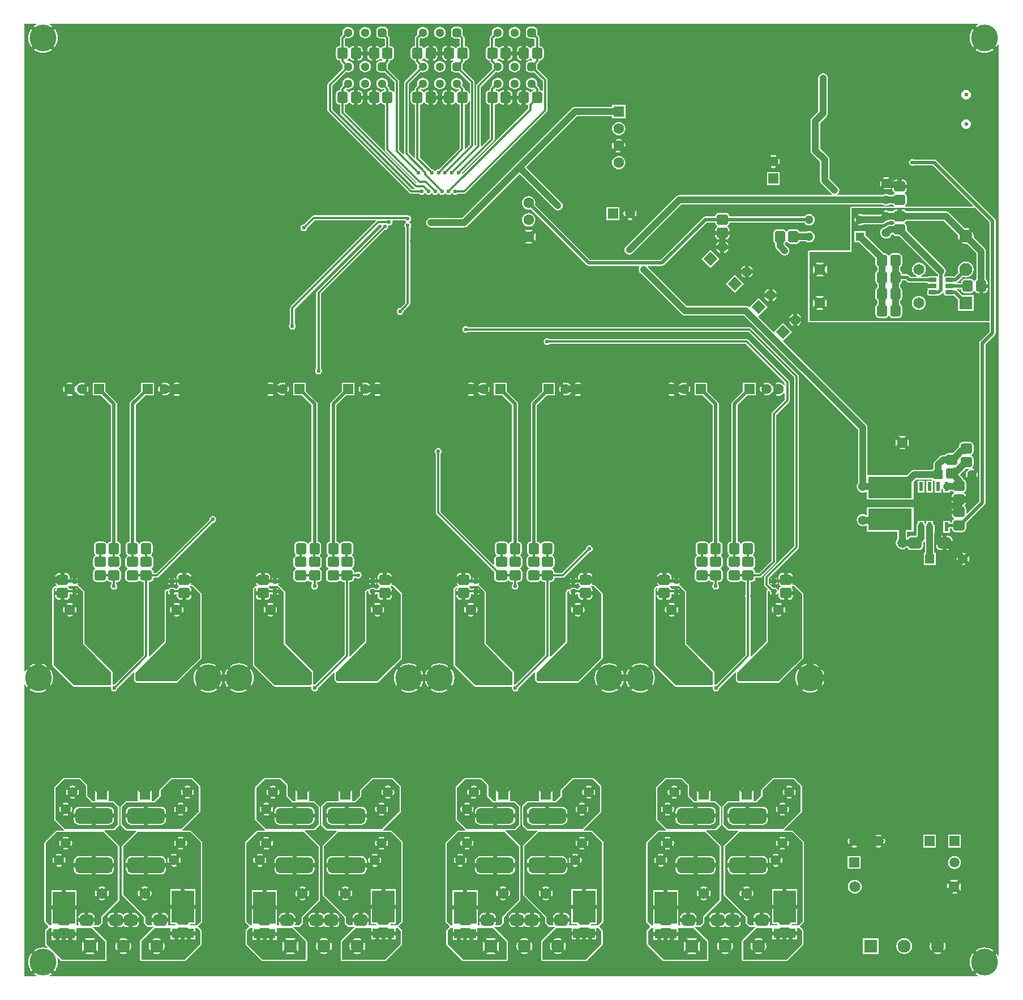
<source format=gbl>
G04*
G04 #@! TF.GenerationSoftware,Altium Limited,Altium Designer,20.1.14 (287)*
G04*
G04 Layer_Physical_Order=2*
G04 Layer_Color=13382400*
%FSLAX44Y44*%
%MOMM*%
G71*
G04*
G04 #@! TF.SameCoordinates,3D168701-3FA7-4EF5-9C64-F6DF4846A73D*
G04*
G04*
G04 #@! TF.FilePolarity,Positive*
G04*
G01*
G75*
G04:AMPARAMS|DCode=25|XSize=2.02mm|YSize=1.68mm|CornerRadius=0.42mm|HoleSize=0mm|Usage=FLASHONLY|Rotation=180.000|XOffset=0mm|YOffset=0mm|HoleType=Round|Shape=RoundedRectangle|*
%AMROUNDEDRECTD25*
21,1,2.0200,0.8400,0,0,180.0*
21,1,1.1800,1.6800,0,0,180.0*
1,1,0.8400,-0.5900,0.4200*
1,1,0.8400,0.5900,0.4200*
1,1,0.8400,0.5900,-0.4200*
1,1,0.8400,-0.5900,-0.4200*
%
%ADD25ROUNDEDRECTD25*%
G04:AMPARAMS|DCode=29|XSize=1.6mm|YSize=1.75mm|CornerRadius=0.4mm|HoleSize=0mm|Usage=FLASHONLY|Rotation=270.000|XOffset=0mm|YOffset=0mm|HoleType=Round|Shape=RoundedRectangle|*
%AMROUNDEDRECTD29*
21,1,1.6000,0.9500,0,0,270.0*
21,1,0.8000,1.7500,0,0,270.0*
1,1,0.8000,-0.4750,-0.4000*
1,1,0.8000,-0.4750,0.4000*
1,1,0.8000,0.4750,0.4000*
1,1,0.8000,0.4750,-0.4000*
%
%ADD29ROUNDEDRECTD29*%
G04:AMPARAMS|DCode=32|XSize=1.6mm|YSize=1.75mm|CornerRadius=0.4mm|HoleSize=0mm|Usage=FLASHONLY|Rotation=0.000|XOffset=0mm|YOffset=0mm|HoleType=Round|Shape=RoundedRectangle|*
%AMROUNDEDRECTD32*
21,1,1.6000,0.9500,0,0,0.0*
21,1,0.8000,1.7500,0,0,0.0*
1,1,0.8000,0.4000,-0.4750*
1,1,0.8000,-0.4000,-0.4750*
1,1,0.8000,-0.4000,0.4750*
1,1,0.8000,0.4000,0.4750*
%
%ADD32ROUNDEDRECTD32*%
%ADD60C,1.4000*%
%ADD62R,1.4000X1.4000*%
%ADD68R,1.5000X1.5000*%
%ADD69C,1.5000*%
%ADD70C,1.6000*%
%ADD74R,1.6000X1.6000*%
%ADD82C,1.0000*%
%ADD84C,0.3000*%
%ADD86C,0.5000*%
%ADD90C,0.6000*%
%ADD91C,1.3000*%
G04:AMPARAMS|DCode=92|XSize=1.3mm|YSize=1.3mm|CornerRadius=0.325mm|HoleSize=0mm|Usage=FLASHONLY|Rotation=270.000|XOffset=0mm|YOffset=0mm|HoleType=Round|Shape=RoundedRectangle|*
%AMROUNDEDRECTD92*
21,1,1.3000,0.6500,0,0,270.0*
21,1,0.6500,1.3000,0,0,270.0*
1,1,0.6500,-0.3250,-0.3250*
1,1,0.6500,-0.3250,0.3250*
1,1,0.6500,0.3250,0.3250*
1,1,0.6500,0.3250,-0.3250*
%
%ADD92ROUNDEDRECTD92*%
%ADD93R,1.3000X1.3000*%
%ADD94C,1.3370*%
G04:AMPARAMS|DCode=95|XSize=1.337mm|YSize=1.337mm|CornerRadius=0.3343mm|HoleSize=0mm|Usage=FLASHONLY|Rotation=270.000|XOffset=0mm|YOffset=0mm|HoleType=Round|Shape=RoundedRectangle|*
%AMROUNDEDRECTD95*
21,1,1.3370,0.6685,0,0,270.0*
21,1,0.6685,1.3370,0,0,270.0*
1,1,0.6685,-0.3343,-0.3343*
1,1,0.6685,-0.3343,0.3343*
1,1,0.6685,0.3343,0.3343*
1,1,0.6685,0.3343,-0.3343*
%
%ADD95ROUNDEDRECTD95*%
%ADD96P,2.1213X4X270.0*%
%ADD97C,1.6500*%
%ADD98R,1.6500X1.6500*%
%ADD99R,1.5000X1.5000*%
%ADD100R,1.6500X1.6500*%
%ADD101C,1.5150*%
%ADD102C,1.9500*%
%ADD103R,1.9500X1.9500*%
%ADD104R,1.9500X1.9500*%
%ADD105C,4.0000*%
G04:AMPARAMS|DCode=106|XSize=1.25mm|YSize=0.6mm|CornerRadius=0.15mm|HoleSize=0mm|Usage=FLASHONLY|Rotation=0.000|XOffset=0mm|YOffset=0mm|HoleType=Round|Shape=RoundedRectangle|*
%AMROUNDEDRECTD106*
21,1,1.2500,0.3000,0,0,0.0*
21,1,0.9500,0.6000,0,0,0.0*
1,1,0.3000,0.4750,-0.1500*
1,1,0.3000,-0.4750,-0.1500*
1,1,0.3000,-0.4750,0.1500*
1,1,0.3000,0.4750,0.1500*
%
%ADD106ROUNDEDRECTD106*%
%ADD107R,0.6000X1.4000*%
%ADD108R,6.5500X3.2000*%
G04:AMPARAMS|DCode=109|XSize=0.8mm|YSize=0.6mm|CornerRadius=0.15mm|HoleSize=0mm|Usage=FLASHONLY|Rotation=180.000|XOffset=0mm|YOffset=0mm|HoleType=Round|Shape=RoundedRectangle|*
%AMROUNDEDRECTD109*
21,1,0.8000,0.3000,0,0,180.0*
21,1,0.5000,0.6000,0,0,180.0*
1,1,0.3000,-0.2500,0.1500*
1,1,0.3000,0.2500,0.1500*
1,1,0.3000,0.2500,-0.1500*
1,1,0.3000,-0.2500,-0.1500*
%
%ADD109ROUNDEDRECTD109*%
G04:AMPARAMS|DCode=110|XSize=5.6mm|YSize=2.3mm|CornerRadius=0.575mm|HoleSize=0mm|Usage=FLASHONLY|Rotation=180.000|XOffset=0mm|YOffset=0mm|HoleType=Round|Shape=RoundedRectangle|*
%AMROUNDEDRECTD110*
21,1,5.6000,1.1500,0,0,180.0*
21,1,4.4500,2.3000,0,0,180.0*
1,1,1.1500,-2.2250,0.5750*
1,1,1.1500,2.2250,0.5750*
1,1,1.1500,2.2250,-0.5750*
1,1,1.1500,-2.2250,-0.5750*
%
%ADD110ROUNDEDRECTD110*%
%ADD111R,3.3600X4.8600*%
%ADD112R,1.3900X1.4000*%
%ADD113C,0.6000*%
G36*
X1624096Y1597652D02*
X1621718Y1596381D01*
X1620699Y1595544D01*
X1636121Y1580121D01*
X1651544Y1564699D01*
X1652381Y1565718D01*
X1653652Y1568096D01*
X1654922Y1567778D01*
X1654922Y206222D01*
X1653652Y205904D01*
X1652381Y208282D01*
X1651544Y209301D01*
X1636121Y193879D01*
X1620699Y178456D01*
X1621718Y177619D01*
X1624096Y176348D01*
X1623778Y175078D01*
X236222D01*
X235904Y176348D01*
X238282Y177619D01*
X239301Y178456D01*
X226000Y191757D01*
X212699Y178456D01*
X213718Y177619D01*
X216096Y176348D01*
X215778Y175078D01*
X198078D01*
X198078Y610778D01*
X199348Y611096D01*
X200619Y608718D01*
X201456Y607699D01*
X214757Y621000D01*
X201456Y634301D01*
X200619Y633282D01*
X199348Y630904D01*
X198078Y631222D01*
X198078Y1598922D01*
X215778D01*
X216096Y1597652D01*
X213718Y1596381D01*
X212699Y1595544D01*
X226000Y1582243D01*
X239301Y1595544D01*
X238282Y1596381D01*
X235904Y1597652D01*
X236222Y1598922D01*
X1623778D01*
X1624096Y1597652D01*
D02*
G37*
%LPC*%
G36*
X931400Y1594573D02*
X929181Y1594281D01*
X927113Y1593425D01*
X925338Y1592062D01*
X923975Y1590287D01*
X923119Y1588219D01*
X922827Y1586000D01*
X923119Y1583781D01*
X923975Y1581713D01*
X925338Y1579938D01*
X927113Y1578575D01*
X929181Y1577719D01*
X931400Y1577427D01*
X933619Y1577719D01*
X935687Y1578575D01*
X937462Y1579938D01*
X938825Y1581713D01*
X939681Y1583781D01*
X939973Y1586000D01*
X939681Y1588219D01*
X938825Y1590287D01*
X937462Y1592062D01*
X935687Y1593425D01*
X933619Y1594281D01*
X931400Y1594573D01*
D02*
G37*
G36*
X960050Y1594603D02*
X953550D01*
X951502Y1594195D01*
X949765Y1593035D01*
X948605Y1591299D01*
X948197Y1589250D01*
Y1582750D01*
X948605Y1580702D01*
X949765Y1578965D01*
X951502Y1577805D01*
X953550Y1577397D01*
X960050D01*
X960305Y1577448D01*
X961231Y1576522D01*
Y1565868D01*
X960800D01*
X958459Y1565402D01*
X956474Y1564076D01*
X955533Y1562668D01*
X954066D01*
X953126Y1564076D01*
X951141Y1565402D01*
X948800Y1565868D01*
X947800D01*
Y1555000D01*
Y1544133D01*
X948800D01*
X951141Y1544598D01*
X953126Y1545924D01*
X954066Y1547332D01*
X955533D01*
X956474Y1545924D01*
X957748Y1545073D01*
X957363Y1543803D01*
X953550D01*
X951502Y1543395D01*
X949765Y1542235D01*
X948605Y1540499D01*
X948197Y1538450D01*
Y1531950D01*
X948605Y1529902D01*
X949765Y1528165D01*
X951502Y1527005D01*
X953550Y1526597D01*
X960050D01*
X960305Y1526648D01*
X973189Y1513764D01*
Y1499561D01*
X971919Y1498882D01*
X971141Y1499402D01*
X968800Y1499868D01*
X968369D01*
Y1501800D01*
X968097Y1503166D01*
X967323Y1504323D01*
X964784Y1506863D01*
X965081Y1507581D01*
X965373Y1509800D01*
X965081Y1512019D01*
X964225Y1514087D01*
X962862Y1515862D01*
X961087Y1517225D01*
X959019Y1518081D01*
X956800Y1518373D01*
X954581Y1518081D01*
X952513Y1517225D01*
X950738Y1515862D01*
X949375Y1514087D01*
X948519Y1512019D01*
X948227Y1509800D01*
X948519Y1507581D01*
X949375Y1505513D01*
X950738Y1503738D01*
X952513Y1502375D01*
X954581Y1501519D01*
X956800Y1501227D01*
X959019Y1501519D01*
X959428Y1501688D01*
X960281Y1500865D01*
X959930Y1499695D01*
X958459Y1499402D01*
X956474Y1498076D01*
X955533Y1496668D01*
X954066D01*
X953126Y1498076D01*
X951141Y1499402D01*
X948800Y1499868D01*
X947800D01*
Y1489000D01*
Y1478132D01*
X948800D01*
X950011Y1478373D01*
X950013Y1478373D01*
X951231Y1477321D01*
Y1472278D01*
X853505Y1374552D01*
X852335Y1375178D01*
X852598Y1376500D01*
X852589Y1376543D01*
X900323Y1424277D01*
X901097Y1425434D01*
X901369Y1426800D01*
Y1478132D01*
X902000D01*
X904341Y1478598D01*
X906326Y1479924D01*
X907266Y1481332D01*
X908734D01*
X909674Y1479924D01*
X911659Y1478598D01*
X914000Y1478132D01*
X915000D01*
Y1489000D01*
Y1499868D01*
X914000D01*
X911659Y1499402D01*
X909674Y1498076D01*
X908734Y1496668D01*
X907266D01*
X906326Y1498076D01*
X904341Y1499402D01*
X902870Y1499695D01*
X902519Y1500865D01*
X903372Y1501688D01*
X903781Y1501519D01*
X906000Y1501227D01*
X908219Y1501519D01*
X910287Y1502375D01*
X912062Y1503738D01*
X913425Y1505513D01*
X914281Y1507581D01*
X914573Y1509800D01*
X914281Y1512019D01*
X913425Y1514087D01*
X912062Y1515862D01*
X910287Y1517225D01*
X908219Y1518081D01*
X906000Y1518373D01*
X903781Y1518081D01*
X901713Y1517225D01*
X899938Y1515862D01*
X898575Y1514087D01*
X897719Y1512019D01*
X897427Y1509800D01*
X897719Y1507581D01*
X898016Y1506863D01*
X895277Y1504123D01*
X894503Y1502966D01*
X894231Y1501600D01*
Y1499868D01*
X894000D01*
X891659Y1499402D01*
X889674Y1498076D01*
X888348Y1496091D01*
X887883Y1493750D01*
Y1484250D01*
X888348Y1481909D01*
X889674Y1479924D01*
X891659Y1478598D01*
X894000Y1478132D01*
X894231D01*
Y1428278D01*
X881796Y1415843D01*
X881644Y1415862D01*
X880569Y1416411D01*
Y1504722D01*
X903063Y1527216D01*
X903781Y1526919D01*
X906000Y1526627D01*
X908219Y1526919D01*
X910287Y1527775D01*
X912062Y1529138D01*
X913425Y1530913D01*
X914281Y1532981D01*
X914573Y1535200D01*
X914281Y1537419D01*
X913425Y1539487D01*
X912062Y1541262D01*
X910287Y1542625D01*
X908219Y1543481D01*
X906000Y1543773D01*
X905244Y1543674D01*
X904784Y1544894D01*
X906326Y1545924D01*
X907266Y1547332D01*
X908734D01*
X909674Y1545924D01*
X911659Y1544598D01*
X914000Y1544133D01*
X915000D01*
Y1555000D01*
Y1565868D01*
X914000D01*
X911659Y1565402D01*
X909674Y1564076D01*
X908734Y1562668D01*
X907266D01*
X906326Y1564076D01*
X904341Y1565402D01*
X902000Y1565868D01*
X901369D01*
Y1576322D01*
X903063Y1578016D01*
X903781Y1577719D01*
X906000Y1577427D01*
X908219Y1577719D01*
X910287Y1578575D01*
X912062Y1579938D01*
X913425Y1581713D01*
X914281Y1583781D01*
X914573Y1586000D01*
X914281Y1588219D01*
X913425Y1590287D01*
X912062Y1592062D01*
X910287Y1593425D01*
X908219Y1594281D01*
X906000Y1594573D01*
X903781Y1594281D01*
X901713Y1593425D01*
X899938Y1592062D01*
X898575Y1590287D01*
X897719Y1588219D01*
X897427Y1586000D01*
X897719Y1583781D01*
X898016Y1583063D01*
X895277Y1580323D01*
X894503Y1579166D01*
X894231Y1577800D01*
Y1565868D01*
X894000D01*
X891659Y1565402D01*
X889674Y1564076D01*
X888348Y1562091D01*
X887883Y1559750D01*
Y1550250D01*
X888348Y1547909D01*
X889674Y1545924D01*
X891659Y1544598D01*
X894000Y1544133D01*
X894231D01*
Y1543400D01*
X894503Y1542034D01*
X895277Y1540877D01*
X898016Y1538137D01*
X897719Y1537419D01*
X897427Y1535200D01*
X897719Y1532981D01*
X898016Y1532263D01*
X874477Y1508723D01*
X873703Y1507566D01*
X873431Y1506200D01*
Y1417831D01*
X873276Y1417640D01*
X872798Y1417312D01*
X871569Y1417951D01*
Y1512000D01*
X871297Y1513366D01*
X870523Y1514523D01*
X853352Y1531695D01*
X853403Y1531950D01*
Y1538450D01*
X853352Y1538705D01*
X855323Y1540677D01*
X856097Y1541834D01*
X856368Y1543200D01*
Y1544133D01*
X857000D01*
X859341Y1544598D01*
X861326Y1545924D01*
X862652Y1547909D01*
X863118Y1550250D01*
Y1559750D01*
X862652Y1562091D01*
X861326Y1564076D01*
X859341Y1565402D01*
X857000Y1565868D01*
X856368D01*
Y1578000D01*
X856097Y1579366D01*
X855323Y1580523D01*
X853352Y1582495D01*
X853403Y1582750D01*
Y1589250D01*
X852995Y1591299D01*
X851835Y1593035D01*
X850098Y1594195D01*
X848050Y1594603D01*
X841550D01*
X839501Y1594195D01*
X837765Y1593035D01*
X836605Y1591299D01*
X836197Y1589250D01*
Y1582750D01*
X836605Y1580702D01*
X837765Y1578965D01*
X839501Y1577805D01*
X841550Y1577397D01*
X848050D01*
X848305Y1577448D01*
X849231Y1576522D01*
Y1565868D01*
X849000D01*
X846659Y1565402D01*
X844674Y1564076D01*
X843733Y1562668D01*
X842266D01*
X841326Y1564076D01*
X839341Y1565402D01*
X837000Y1565868D01*
X836000D01*
Y1555000D01*
Y1544133D01*
X837000D01*
X838145Y1544360D01*
X839125Y1544555D01*
X839501Y1543395D01*
X837765Y1542235D01*
X836605Y1540499D01*
X836197Y1538450D01*
Y1531950D01*
X836605Y1529902D01*
X837765Y1528165D01*
X839501Y1527005D01*
X841550Y1526597D01*
X848050D01*
X848305Y1526648D01*
X864431Y1510522D01*
Y1418478D01*
X857596Y1411643D01*
X857443Y1411662D01*
X856368Y1412211D01*
Y1478132D01*
X857000D01*
X859341Y1478598D01*
X861326Y1479924D01*
X862652Y1481909D01*
X863118Y1484250D01*
Y1493750D01*
X862652Y1496091D01*
X861326Y1498076D01*
X859341Y1499402D01*
X857000Y1499868D01*
X856368D01*
Y1501800D01*
X856097Y1503166D01*
X855323Y1504323D01*
X852784Y1506863D01*
X853081Y1507581D01*
X853373Y1509800D01*
X853081Y1512019D01*
X852225Y1514087D01*
X850862Y1515862D01*
X849087Y1517225D01*
X847019Y1518081D01*
X844800Y1518373D01*
X842581Y1518081D01*
X840513Y1517225D01*
X838738Y1515862D01*
X837375Y1514087D01*
X836519Y1512019D01*
X836227Y1509800D01*
X836519Y1507581D01*
X837375Y1505513D01*
X838738Y1503738D01*
X840513Y1502375D01*
X842581Y1501519D01*
X844800Y1501227D01*
X847019Y1501519D01*
X847520Y1501726D01*
X848427Y1500847D01*
X848074Y1499683D01*
X846659Y1499402D01*
X844674Y1498076D01*
X843733Y1496668D01*
X842266D01*
X841326Y1498076D01*
X839341Y1499402D01*
X837000Y1499868D01*
X836000D01*
Y1489000D01*
Y1478132D01*
X837000D01*
X839341Y1478598D01*
X841326Y1479924D01*
X842266Y1481332D01*
X843733D01*
X844674Y1479924D01*
X846659Y1478598D01*
X849000Y1478132D01*
X849231D01*
Y1413278D01*
X817543Y1381590D01*
X817500Y1381598D01*
X815549Y1381210D01*
X813895Y1380105D01*
X813264Y1379160D01*
X811736D01*
X811105Y1380105D01*
X809451Y1381210D01*
X807500Y1381598D01*
X807457Y1381590D01*
X789569Y1399478D01*
Y1478132D01*
X790000D01*
X792341Y1478598D01*
X794326Y1479924D01*
X795266Y1481332D01*
X796733D01*
X797674Y1479924D01*
X799659Y1478598D01*
X802000Y1478132D01*
X803000D01*
Y1489000D01*
Y1499868D01*
X802000D01*
X799659Y1499402D01*
X797674Y1498076D01*
X796733Y1496668D01*
X795266D01*
X794326Y1498076D01*
X792341Y1499402D01*
X790870Y1499695D01*
X790519Y1500865D01*
X791372Y1501688D01*
X791781Y1501519D01*
X794000Y1501227D01*
X796219Y1501519D01*
X798287Y1502375D01*
X800062Y1503738D01*
X801425Y1505513D01*
X802281Y1507581D01*
X802573Y1509800D01*
X802281Y1512019D01*
X801425Y1514087D01*
X800062Y1515862D01*
X798287Y1517225D01*
X796219Y1518081D01*
X794000Y1518373D01*
X791781Y1518081D01*
X789713Y1517225D01*
X787938Y1515862D01*
X786575Y1514087D01*
X785719Y1512019D01*
X785427Y1509800D01*
X785719Y1507581D01*
X786016Y1506863D01*
X783277Y1504123D01*
X782503Y1502966D01*
X782231Y1501600D01*
Y1499868D01*
X782000D01*
X779659Y1499402D01*
X777674Y1498076D01*
X776348Y1496091D01*
X775882Y1493750D01*
Y1484250D01*
X776348Y1481909D01*
X777674Y1479924D01*
X779659Y1478598D01*
X782000Y1478132D01*
X782431D01*
Y1398622D01*
X781161Y1398096D01*
X772933Y1406325D01*
Y1509086D01*
X791063Y1527216D01*
X791781Y1526919D01*
X794000Y1526627D01*
X796219Y1526919D01*
X798287Y1527775D01*
X800062Y1529138D01*
X801425Y1530913D01*
X802281Y1532981D01*
X802573Y1535200D01*
X802281Y1537419D01*
X801425Y1539487D01*
X800062Y1541262D01*
X798287Y1542625D01*
X796219Y1543481D01*
X794000Y1543773D01*
X793244Y1543674D01*
X792784Y1544894D01*
X794326Y1545924D01*
X795266Y1547332D01*
X796733D01*
X797674Y1545924D01*
X799659Y1544598D01*
X802000Y1544133D01*
X803000D01*
Y1555000D01*
Y1565868D01*
X802000D01*
X799659Y1565402D01*
X797674Y1564076D01*
X796733Y1562668D01*
X795266D01*
X794326Y1564076D01*
X792341Y1565402D01*
X790000Y1565868D01*
X789369D01*
Y1576322D01*
X791063Y1578016D01*
X791781Y1577719D01*
X794000Y1577427D01*
X796219Y1577719D01*
X798287Y1578575D01*
X800062Y1579938D01*
X801425Y1581713D01*
X802281Y1583781D01*
X802573Y1586000D01*
X802281Y1588219D01*
X801425Y1590287D01*
X800062Y1592062D01*
X798287Y1593425D01*
X796219Y1594281D01*
X794000Y1594573D01*
X791781Y1594281D01*
X789713Y1593425D01*
X787938Y1592062D01*
X786575Y1590287D01*
X785719Y1588219D01*
X785427Y1586000D01*
X785719Y1583781D01*
X786016Y1583063D01*
X783277Y1580323D01*
X782503Y1579166D01*
X782231Y1577800D01*
Y1565868D01*
X782000D01*
X779659Y1565402D01*
X777674Y1564076D01*
X776348Y1562091D01*
X775882Y1559750D01*
Y1550250D01*
X776348Y1547909D01*
X777674Y1545924D01*
X779659Y1544598D01*
X782000Y1544133D01*
X782231D01*
Y1543400D01*
X782503Y1542034D01*
X783277Y1540877D01*
X786016Y1538137D01*
X785719Y1537419D01*
X785427Y1535200D01*
X785719Y1532981D01*
X786016Y1532263D01*
X766841Y1513087D01*
X766067Y1511930D01*
X765795Y1510564D01*
Y1405047D01*
X765317Y1404700D01*
X764575Y1404472D01*
X758569Y1410478D01*
Y1513200D01*
X758297Y1514566D01*
X757523Y1515723D01*
X741552Y1531695D01*
X741603Y1531950D01*
Y1538450D01*
X741552Y1538705D01*
X743523Y1540677D01*
X744297Y1541834D01*
X744568Y1543200D01*
Y1544133D01*
X745000D01*
X747341Y1544598D01*
X749326Y1545924D01*
X750652Y1547909D01*
X751117Y1550250D01*
Y1559750D01*
X750652Y1562091D01*
X749326Y1564076D01*
X747341Y1565402D01*
X745000Y1565868D01*
X744568D01*
Y1578000D01*
X744297Y1579366D01*
X743523Y1580523D01*
X741552Y1582495D01*
X741603Y1582750D01*
Y1589250D01*
X741195Y1591299D01*
X740035Y1593035D01*
X738298Y1594195D01*
X736250Y1594603D01*
X729750D01*
X727701Y1594195D01*
X725965Y1593035D01*
X724805Y1591299D01*
X724397Y1589250D01*
Y1582750D01*
X724805Y1580702D01*
X725965Y1578965D01*
X727701Y1577805D01*
X729750Y1577397D01*
X736250D01*
X736505Y1577448D01*
X737431Y1576522D01*
Y1565868D01*
X737000D01*
X734659Y1565402D01*
X732674Y1564076D01*
X731733Y1562668D01*
X730266D01*
X729326Y1564076D01*
X727341Y1565402D01*
X725000Y1565868D01*
X724000D01*
Y1555000D01*
Y1544133D01*
X725000D01*
X727341Y1544598D01*
X729326Y1545924D01*
X730266Y1547332D01*
X731733D01*
X732674Y1545924D01*
X733948Y1545073D01*
X733563Y1543803D01*
X729750D01*
X727701Y1543395D01*
X725965Y1542235D01*
X724805Y1540499D01*
X724397Y1538450D01*
Y1531950D01*
X724805Y1529902D01*
X725965Y1528165D01*
X727701Y1527005D01*
X729750Y1526597D01*
X736250D01*
X736505Y1526648D01*
X751431Y1511722D01*
Y1497210D01*
X750161Y1496825D01*
X749326Y1498076D01*
X747341Y1499402D01*
X745000Y1499868D01*
X744568D01*
Y1501800D01*
X744297Y1503166D01*
X743523Y1504323D01*
X740984Y1506863D01*
X741281Y1507581D01*
X741573Y1509800D01*
X741281Y1512019D01*
X740425Y1514087D01*
X739062Y1515862D01*
X737287Y1517225D01*
X735219Y1518081D01*
X733000Y1518373D01*
X730781Y1518081D01*
X728713Y1517225D01*
X726938Y1515862D01*
X725575Y1514087D01*
X724719Y1512019D01*
X724427Y1509800D01*
X724719Y1507581D01*
X725575Y1505513D01*
X726938Y1503738D01*
X728713Y1502375D01*
X730781Y1501519D01*
X733000Y1501227D01*
X735219Y1501519D01*
X735628Y1501688D01*
X736481Y1500865D01*
X736130Y1499695D01*
X734659Y1499402D01*
X732674Y1498076D01*
X731733Y1496668D01*
X730266D01*
X729326Y1498076D01*
X727341Y1499402D01*
X725000Y1499868D01*
X724000D01*
Y1489000D01*
Y1478132D01*
X725000D01*
X727341Y1478598D01*
X729326Y1479924D01*
X730266Y1481332D01*
X731733D01*
X732674Y1479924D01*
X734659Y1478598D01*
X737000Y1478132D01*
X737431D01*
Y1411000D01*
X737703Y1409634D01*
X738477Y1408477D01*
X785098Y1361855D01*
X784683Y1360474D01*
X784591Y1360456D01*
X677569Y1467478D01*
Y1478132D01*
X678000D01*
X680341Y1478598D01*
X682326Y1479924D01*
X683267Y1481332D01*
X684734D01*
X685674Y1479924D01*
X687659Y1478598D01*
X690000Y1478132D01*
X691000D01*
Y1489000D01*
Y1499868D01*
X690000D01*
X687659Y1499402D01*
X685674Y1498076D01*
X684734Y1496668D01*
X683267D01*
X682326Y1498076D01*
X680341Y1499402D01*
X678926Y1499683D01*
X678573Y1500847D01*
X679480Y1501726D01*
X679981Y1501519D01*
X682200Y1501227D01*
X684419Y1501519D01*
X686487Y1502375D01*
X688262Y1503738D01*
X689625Y1505513D01*
X690481Y1507581D01*
X690773Y1509800D01*
X690481Y1512019D01*
X689625Y1514087D01*
X688262Y1515862D01*
X686487Y1517225D01*
X684419Y1518081D01*
X682200Y1518373D01*
X679981Y1518081D01*
X677913Y1517225D01*
X676138Y1515862D01*
X674775Y1514087D01*
X673919Y1512019D01*
X673627Y1509800D01*
X673919Y1507581D01*
X674216Y1506863D01*
X671477Y1504123D01*
X670703Y1502966D01*
X670431Y1501600D01*
Y1499868D01*
X670000D01*
X667659Y1499402D01*
X665674Y1498076D01*
X664348Y1496091D01*
X663882Y1493750D01*
Y1484250D01*
X664348Y1481909D01*
X665674Y1479924D01*
X667659Y1478598D01*
X670000Y1478132D01*
X670431D01*
Y1466000D01*
X670703Y1464635D01*
X671477Y1463477D01*
X781477Y1353477D01*
X781683Y1353339D01*
X781298Y1352069D01*
X777978D01*
X658569Y1471478D01*
Y1506522D01*
X679263Y1527216D01*
X679981Y1526919D01*
X682200Y1526627D01*
X684419Y1526919D01*
X686487Y1527775D01*
X688262Y1529138D01*
X689625Y1530913D01*
X690481Y1532981D01*
X690773Y1535200D01*
X690481Y1537419D01*
X689625Y1539487D01*
X688262Y1541262D01*
X686487Y1542625D01*
X684419Y1543481D01*
X682200Y1543773D01*
X681195Y1543641D01*
X680735Y1544861D01*
X682326Y1545924D01*
X683267Y1547332D01*
X684734D01*
X685674Y1545924D01*
X687659Y1544598D01*
X690000Y1544133D01*
X691000D01*
Y1555000D01*
Y1565868D01*
X690000D01*
X687659Y1565402D01*
X685674Y1564076D01*
X684734Y1562668D01*
X683267D01*
X682326Y1564076D01*
X680341Y1565402D01*
X678000Y1565868D01*
X677569D01*
Y1576322D01*
X679263Y1578016D01*
X679981Y1577719D01*
X682200Y1577427D01*
X684419Y1577719D01*
X686487Y1578575D01*
X688262Y1579938D01*
X689625Y1581713D01*
X690481Y1583781D01*
X690773Y1586000D01*
X690481Y1588219D01*
X689625Y1590287D01*
X688262Y1592062D01*
X686487Y1593425D01*
X684419Y1594281D01*
X682200Y1594573D01*
X679981Y1594281D01*
X677913Y1593425D01*
X676138Y1592062D01*
X674775Y1590287D01*
X673919Y1588219D01*
X673627Y1586000D01*
X673919Y1583781D01*
X674216Y1583063D01*
X671477Y1580323D01*
X670703Y1579166D01*
X670431Y1577800D01*
Y1565868D01*
X670000D01*
X667659Y1565402D01*
X665674Y1564076D01*
X664348Y1562091D01*
X663882Y1559750D01*
Y1550250D01*
X664348Y1547909D01*
X665674Y1545924D01*
X667659Y1544598D01*
X670000Y1544133D01*
X670431D01*
Y1543400D01*
X670703Y1542034D01*
X671477Y1540877D01*
X674216Y1538137D01*
X673919Y1537419D01*
X673627Y1535200D01*
X673919Y1532981D01*
X674216Y1532263D01*
X652477Y1510523D01*
X651703Y1509366D01*
X651431Y1508000D01*
Y1470000D01*
X651703Y1468634D01*
X652477Y1467477D01*
X773977Y1345977D01*
X775134Y1345203D01*
X776500Y1344931D01*
X788871D01*
X788895Y1344895D01*
X790549Y1343790D01*
X792500Y1343402D01*
X794451Y1343790D01*
X796105Y1344895D01*
X796736Y1345840D01*
X798264D01*
X798895Y1344895D01*
X800549Y1343790D01*
X802500Y1343402D01*
X804451Y1343790D01*
X806105Y1344895D01*
X806736Y1345840D01*
X808264D01*
X808895Y1344895D01*
X810549Y1343790D01*
X812500Y1343402D01*
X814451Y1343790D01*
X816105Y1344895D01*
X816736Y1345840D01*
X818264D01*
X818895Y1344895D01*
X820549Y1343790D01*
X822500Y1343402D01*
X824451Y1343790D01*
X826105Y1344895D01*
X826736Y1345840D01*
X828264D01*
X828895Y1344895D01*
X830549Y1343790D01*
X832500Y1343402D01*
X834451Y1343790D01*
X836105Y1344895D01*
X836736Y1345840D01*
X838264D01*
X838895Y1344895D01*
X840549Y1343790D01*
X842500Y1343402D01*
X844451Y1343790D01*
X846105Y1344895D01*
X846129Y1344931D01*
X855500D01*
X856866Y1345203D01*
X858023Y1345977D01*
X979281Y1467234D01*
X980054Y1468392D01*
X980326Y1469757D01*
Y1515243D01*
X980054Y1516608D01*
X979281Y1517766D01*
X965352Y1531695D01*
X965403Y1531950D01*
Y1538450D01*
X965352Y1538705D01*
X967323Y1540677D01*
X968097Y1541834D01*
X968369Y1543200D01*
Y1544133D01*
X968800D01*
X971141Y1544598D01*
X973126Y1545924D01*
X974452Y1547909D01*
X974918Y1550250D01*
Y1559750D01*
X974452Y1562091D01*
X973126Y1564076D01*
X971141Y1565402D01*
X968800Y1565868D01*
X968369D01*
Y1578000D01*
X968097Y1579366D01*
X967323Y1580523D01*
X965352Y1582495D01*
X965403Y1582750D01*
Y1589250D01*
X964995Y1591299D01*
X963835Y1593035D01*
X962098Y1594195D01*
X960050Y1594603D01*
D02*
G37*
G36*
X819400Y1594573D02*
X817181Y1594281D01*
X815113Y1593425D01*
X813338Y1592062D01*
X811975Y1590287D01*
X811119Y1588219D01*
X810827Y1586000D01*
X811119Y1583781D01*
X811975Y1581713D01*
X813338Y1579938D01*
X815113Y1578575D01*
X817181Y1577719D01*
X819400Y1577427D01*
X821619Y1577719D01*
X823687Y1578575D01*
X825462Y1579938D01*
X826825Y1581713D01*
X827681Y1583781D01*
X827973Y1586000D01*
X827681Y1588219D01*
X826825Y1590287D01*
X825462Y1592062D01*
X823687Y1593425D01*
X821619Y1594281D01*
X819400Y1594573D01*
D02*
G37*
G36*
X707600D02*
X705381Y1594281D01*
X703313Y1593425D01*
X701538Y1592062D01*
X700175Y1590287D01*
X699319Y1588219D01*
X699027Y1586000D01*
X699319Y1583781D01*
X700175Y1581713D01*
X701538Y1579938D01*
X703313Y1578575D01*
X705381Y1577719D01*
X707600Y1577427D01*
X709819Y1577719D01*
X711887Y1578575D01*
X713662Y1579938D01*
X715025Y1581713D01*
X715881Y1583781D01*
X716173Y1586000D01*
X715881Y1588219D01*
X715025Y1590287D01*
X713662Y1592062D01*
X711887Y1593425D01*
X709819Y1594281D01*
X707600Y1594573D01*
D02*
G37*
G36*
X208456Y1591301D02*
X207619Y1590282D01*
X205576Y1586460D01*
X204318Y1582313D01*
X203894Y1578000D01*
X204318Y1573687D01*
X205576Y1569540D01*
X207619Y1565718D01*
X208456Y1564699D01*
X221757Y1578000D01*
X208456Y1591301D01*
D02*
G37*
G36*
X243544Y1591301D02*
X230243Y1578000D01*
X243544Y1564699D01*
X244381Y1565718D01*
X246424Y1569540D01*
X247682Y1573687D01*
X248106Y1578000D01*
X247682Y1582313D01*
X246424Y1586460D01*
X244381Y1590282D01*
X243544Y1591301D01*
D02*
G37*
G36*
X1616456Y1591301D02*
X1615619Y1590282D01*
X1613576Y1586460D01*
X1612318Y1582313D01*
X1611894Y1578000D01*
X1612318Y1573687D01*
X1613576Y1569540D01*
X1615619Y1565718D01*
X1616456Y1564699D01*
X1629757Y1578000D01*
X1616456Y1591301D01*
D02*
G37*
G36*
X941800Y1565868D02*
X940800D01*
X938459Y1565402D01*
X936474Y1564076D01*
X935148Y1562091D01*
X934682Y1559750D01*
Y1558000D01*
X941800D01*
Y1565868D01*
D02*
G37*
G36*
X830000D02*
X829000D01*
X826659Y1565402D01*
X824674Y1564076D01*
X823348Y1562091D01*
X822882Y1559750D01*
Y1558000D01*
X830000D01*
Y1565868D01*
D02*
G37*
G36*
X718000D02*
X717000D01*
X714659Y1565402D01*
X712674Y1564076D01*
X711348Y1562091D01*
X710882Y1559750D01*
Y1558000D01*
X718000D01*
Y1565868D01*
D02*
G37*
G36*
X810000D02*
X809000D01*
Y1558000D01*
X816117D01*
Y1559750D01*
X815652Y1562091D01*
X814326Y1564076D01*
X812341Y1565402D01*
X810000Y1565868D01*
D02*
G37*
G36*
X698000D02*
X697000D01*
Y1558000D01*
X704118D01*
Y1559750D01*
X703652Y1562091D01*
X702326Y1564076D01*
X700341Y1565402D01*
X698000Y1565868D01*
D02*
G37*
G36*
X922000D02*
X921000D01*
Y1558000D01*
X928118D01*
Y1559750D01*
X927652Y1562091D01*
X926326Y1564076D01*
X924341Y1565402D01*
X922000Y1565868D01*
D02*
G37*
G36*
X1634000Y1573757D02*
X1620699Y1560456D01*
X1621718Y1559619D01*
X1625540Y1557576D01*
X1629687Y1556318D01*
X1634000Y1555894D01*
X1638313Y1556318D01*
X1642460Y1557576D01*
X1646282Y1559619D01*
X1647301Y1560456D01*
X1634000Y1573757D01*
D02*
G37*
G36*
X226000Y1573757D02*
X212699Y1560456D01*
X213718Y1559619D01*
X217540Y1557576D01*
X221687Y1556318D01*
X226000Y1555894D01*
X230313Y1556318D01*
X234460Y1557576D01*
X238282Y1559619D01*
X239301Y1560456D01*
X226000Y1573757D01*
D02*
G37*
G36*
X941800Y1552000D02*
X934682D01*
Y1550250D01*
X935148Y1547909D01*
X936474Y1545924D01*
X938459Y1544598D01*
X940800Y1544133D01*
X941800D01*
Y1552000D01*
D02*
G37*
G36*
X928118Y1552000D02*
X921000D01*
Y1544133D01*
X922000D01*
X924341Y1544598D01*
X926326Y1545924D01*
X927652Y1547909D01*
X928118Y1550250D01*
Y1552000D01*
D02*
G37*
G36*
X830000Y1552000D02*
X822882D01*
Y1550250D01*
X823348Y1547909D01*
X824674Y1545924D01*
X826659Y1544598D01*
X829000Y1544133D01*
X830000D01*
Y1552000D01*
D02*
G37*
G36*
X816117Y1552000D02*
X809000D01*
Y1544133D01*
X810000D01*
X812341Y1544598D01*
X814326Y1545924D01*
X815652Y1547909D01*
X816117Y1550250D01*
Y1552000D01*
D02*
G37*
G36*
X718000Y1552000D02*
X710882D01*
Y1550250D01*
X711348Y1547909D01*
X712674Y1545924D01*
X714659Y1544598D01*
X717000Y1544133D01*
X718000D01*
Y1552000D01*
D02*
G37*
G36*
X704118Y1552000D02*
X697000D01*
Y1544133D01*
X698000D01*
X700341Y1544598D01*
X702326Y1545924D01*
X703652Y1547909D01*
X704118Y1550250D01*
Y1552000D01*
D02*
G37*
G36*
X931400Y1543773D02*
X929181Y1543481D01*
X927113Y1542625D01*
X925338Y1541262D01*
X923975Y1539487D01*
X923119Y1537419D01*
X922827Y1535200D01*
X923119Y1532981D01*
X923975Y1530913D01*
X925338Y1529138D01*
X927113Y1527775D01*
X929181Y1526919D01*
X931400Y1526627D01*
X933619Y1526919D01*
X935687Y1527775D01*
X937462Y1529138D01*
X938825Y1530913D01*
X939681Y1532981D01*
X939973Y1535200D01*
X939681Y1537419D01*
X938825Y1539487D01*
X937462Y1541262D01*
X935687Y1542625D01*
X933619Y1543481D01*
X931400Y1543773D01*
D02*
G37*
G36*
X819400D02*
X817181Y1543481D01*
X815113Y1542625D01*
X813338Y1541262D01*
X811975Y1539487D01*
X811119Y1537419D01*
X810827Y1535200D01*
X811119Y1532981D01*
X811975Y1530913D01*
X813338Y1529138D01*
X815113Y1527775D01*
X817181Y1526919D01*
X819400Y1526627D01*
X821619Y1526919D01*
X823687Y1527775D01*
X825462Y1529138D01*
X826825Y1530913D01*
X827681Y1532981D01*
X827973Y1535200D01*
X827681Y1537419D01*
X826825Y1539487D01*
X825462Y1541262D01*
X823687Y1542625D01*
X821619Y1543481D01*
X819400Y1543773D01*
D02*
G37*
G36*
X707600D02*
X705381Y1543481D01*
X703313Y1542625D01*
X701538Y1541262D01*
X700175Y1539487D01*
X699319Y1537419D01*
X699027Y1535200D01*
X699319Y1532981D01*
X700175Y1530913D01*
X701538Y1529138D01*
X703313Y1527775D01*
X705381Y1526919D01*
X707600Y1526627D01*
X709819Y1526919D01*
X711887Y1527775D01*
X713662Y1529138D01*
X715025Y1530913D01*
X715881Y1532981D01*
X716173Y1535200D01*
X715881Y1537419D01*
X715025Y1539487D01*
X713662Y1541262D01*
X711887Y1542625D01*
X709819Y1543481D01*
X707600Y1543773D01*
D02*
G37*
G36*
X931400Y1518373D02*
X929181Y1518081D01*
X927113Y1517225D01*
X925338Y1515862D01*
X923975Y1514087D01*
X923119Y1512019D01*
X922827Y1509800D01*
X923119Y1507581D01*
X923975Y1505513D01*
X925338Y1503738D01*
X927113Y1502375D01*
X929181Y1501519D01*
X931400Y1501227D01*
X933619Y1501519D01*
X935687Y1502375D01*
X937462Y1503738D01*
X938825Y1505513D01*
X939681Y1507581D01*
X939973Y1509800D01*
X939681Y1512019D01*
X938825Y1514087D01*
X937462Y1515862D01*
X935687Y1517225D01*
X933619Y1518081D01*
X931400Y1518373D01*
D02*
G37*
G36*
X819400D02*
X817181Y1518081D01*
X815113Y1517225D01*
X813338Y1515862D01*
X811975Y1514087D01*
X811119Y1512019D01*
X810827Y1509800D01*
X811119Y1507581D01*
X811975Y1505513D01*
X813338Y1503738D01*
X815113Y1502375D01*
X817181Y1501519D01*
X819400Y1501227D01*
X821619Y1501519D01*
X823687Y1502375D01*
X825462Y1503738D01*
X826825Y1505513D01*
X827681Y1507581D01*
X827973Y1509800D01*
X827681Y1512019D01*
X826825Y1514087D01*
X825462Y1515862D01*
X823687Y1517225D01*
X821619Y1518081D01*
X819400Y1518373D01*
D02*
G37*
G36*
X707600D02*
X705381Y1518081D01*
X703313Y1517225D01*
X701538Y1515862D01*
X700175Y1514087D01*
X699319Y1512019D01*
X699027Y1509800D01*
X699319Y1507581D01*
X700175Y1505513D01*
X701538Y1503738D01*
X703313Y1502375D01*
X705381Y1501519D01*
X707600Y1501227D01*
X709819Y1501519D01*
X711887Y1502375D01*
X713662Y1503738D01*
X715025Y1505513D01*
X715881Y1507581D01*
X716173Y1509800D01*
X715881Y1512019D01*
X715025Y1514087D01*
X713662Y1515862D01*
X711887Y1517225D01*
X709819Y1518081D01*
X707600Y1518373D01*
D02*
G37*
G36*
X810000Y1499868D02*
X809000D01*
Y1492000D01*
X816117D01*
Y1493750D01*
X815652Y1496091D01*
X814326Y1498076D01*
X812341Y1499402D01*
X810000Y1499868D01*
D02*
G37*
G36*
X698000D02*
X697000D01*
Y1492000D01*
X704118D01*
Y1493750D01*
X703652Y1496091D01*
X702326Y1498076D01*
X700341Y1499402D01*
X698000Y1499868D01*
D02*
G37*
G36*
X922000D02*
X921000D01*
Y1492000D01*
X928118D01*
Y1493750D01*
X927652Y1496091D01*
X926326Y1498076D01*
X924341Y1499402D01*
X922000Y1499868D01*
D02*
G37*
G36*
X941800D02*
X940800D01*
X938459Y1499402D01*
X936474Y1498076D01*
X935148Y1496091D01*
X934682Y1493750D01*
Y1492000D01*
X941800D01*
Y1499868D01*
D02*
G37*
G36*
X830000D02*
X829000D01*
X826659Y1499402D01*
X824674Y1498076D01*
X823348Y1496091D01*
X822882Y1493750D01*
Y1492000D01*
X830000D01*
Y1499868D01*
D02*
G37*
G36*
X718000D02*
X717000D01*
X714659Y1499402D01*
X712674Y1498076D01*
X711348Y1496091D01*
X710882Y1493750D01*
Y1492000D01*
X718000D01*
Y1499868D01*
D02*
G37*
G36*
X1606500Y1500059D02*
X1604673Y1499819D01*
X1602970Y1499113D01*
X1601508Y1497991D01*
X1600385Y1496529D01*
X1599680Y1494826D01*
X1599440Y1492999D01*
X1599680Y1491172D01*
X1600385Y1489469D01*
X1601508Y1488007D01*
X1602970Y1486885D01*
X1604673Y1486179D01*
X1606500Y1485939D01*
X1608327Y1486179D01*
X1610030Y1486885D01*
X1611492Y1488007D01*
X1612614Y1489469D01*
X1613320Y1491172D01*
X1613560Y1492999D01*
X1613320Y1494826D01*
X1612614Y1496529D01*
X1611492Y1497991D01*
X1610030Y1499113D01*
X1608327Y1499819D01*
X1606500Y1500059D01*
D02*
G37*
G36*
X941800Y1486000D02*
X934682D01*
Y1484250D01*
X935148Y1481909D01*
X936474Y1479924D01*
X938459Y1478598D01*
X940800Y1478132D01*
X941800D01*
Y1486000D01*
D02*
G37*
G36*
X928118D02*
X921000D01*
Y1478132D01*
X922000D01*
X924341Y1478598D01*
X926326Y1479924D01*
X927652Y1481909D01*
X928118Y1484250D01*
Y1486000D01*
D02*
G37*
G36*
X830000D02*
X822882D01*
Y1484250D01*
X823348Y1481909D01*
X824674Y1479924D01*
X826659Y1478598D01*
X829000Y1478132D01*
X830000D01*
Y1486000D01*
D02*
G37*
G36*
X816117D02*
X809000D01*
Y1478132D01*
X810000D01*
X812341Y1478598D01*
X814326Y1479924D01*
X815652Y1481909D01*
X816117Y1484250D01*
Y1486000D01*
D02*
G37*
G36*
X718000D02*
X710882D01*
Y1484250D01*
X711348Y1481909D01*
X712674Y1479924D01*
X714659Y1478598D01*
X717000Y1478132D01*
X718000D01*
Y1486000D01*
D02*
G37*
G36*
X704118D02*
X697000D01*
Y1478132D01*
X698000D01*
X700341Y1478598D01*
X702326Y1479924D01*
X703652Y1481909D01*
X704118Y1484250D01*
Y1486000D01*
D02*
G37*
G36*
X1097000Y1477800D02*
X1077000D01*
Y1474860D01*
X1021800D01*
X1019973Y1474620D01*
X1018270Y1473914D01*
X1016808Y1472793D01*
X935508Y1391492D01*
X852694Y1308679D01*
X806382D01*
X804554Y1308438D01*
X802852Y1307733D01*
X801389Y1306611D01*
X800267Y1305148D01*
X799562Y1303446D01*
X799321Y1301618D01*
X799562Y1299791D01*
X800267Y1298088D01*
X801389Y1296626D01*
X802852Y1295504D01*
X804554Y1294798D01*
X806382Y1294558D01*
X855618D01*
X857446Y1294798D01*
X859148Y1295504D01*
X860611Y1296626D01*
X938500Y1374515D01*
X991008Y1322008D01*
X992470Y1320886D01*
X994173Y1320180D01*
X996000Y1319940D01*
X997827Y1320180D01*
X999530Y1320886D01*
X1000993Y1322008D01*
X1002114Y1323470D01*
X1002820Y1325173D01*
X1003060Y1327000D01*
X1002820Y1328827D01*
X1002114Y1330530D01*
X1000993Y1331992D01*
X948485Y1384500D01*
X1024725Y1460740D01*
X1077000D01*
Y1457800D01*
X1097000D01*
Y1477800D01*
D02*
G37*
G36*
X1606500Y1456060D02*
X1604673Y1455820D01*
X1602970Y1455114D01*
X1601508Y1453992D01*
X1600385Y1452530D01*
X1599680Y1450827D01*
X1599440Y1449000D01*
X1599680Y1447173D01*
X1600385Y1445470D01*
X1601508Y1444008D01*
X1602970Y1442886D01*
X1604673Y1442180D01*
X1606500Y1441940D01*
X1608327Y1442180D01*
X1610030Y1442886D01*
X1611492Y1444008D01*
X1612614Y1445470D01*
X1613320Y1447173D01*
X1613560Y1449000D01*
X1613320Y1450827D01*
X1612614Y1452530D01*
X1611492Y1453992D01*
X1610030Y1455114D01*
X1608327Y1455820D01*
X1606500Y1456060D01*
D02*
G37*
G36*
X1087000Y1452486D02*
X1084389Y1452143D01*
X1081957Y1451135D01*
X1079868Y1449532D01*
X1078265Y1447443D01*
X1077257Y1445011D01*
X1076914Y1442400D01*
X1077257Y1439789D01*
X1078265Y1437357D01*
X1079868Y1435268D01*
X1081957Y1433665D01*
X1084389Y1432657D01*
X1087000Y1432314D01*
X1089611Y1432657D01*
X1092043Y1433665D01*
X1094132Y1435268D01*
X1095735Y1437357D01*
X1096743Y1439789D01*
X1097086Y1442400D01*
X1096743Y1445011D01*
X1095735Y1447443D01*
X1094132Y1449532D01*
X1092043Y1451135D01*
X1089611Y1452143D01*
X1087000Y1452486D01*
D02*
G37*
G36*
Y1427086D02*
X1084389Y1426743D01*
X1082346Y1425896D01*
X1087000Y1421243D01*
X1091654Y1425896D01*
X1089611Y1426743D01*
X1087000Y1427086D01*
D02*
G37*
G36*
X1078104Y1421654D02*
X1077257Y1419610D01*
X1076914Y1417000D01*
X1077257Y1414389D01*
X1078104Y1412346D01*
X1082757Y1417000D01*
X1078104Y1421654D01*
D02*
G37*
G36*
X1095896Y1421654D02*
X1091243Y1417000D01*
X1095896Y1412346D01*
X1096743Y1414389D01*
X1097086Y1417000D01*
X1096743Y1419610D01*
X1095896Y1421654D01*
D02*
G37*
G36*
X1087000Y1412757D02*
X1082346Y1408104D01*
X1084389Y1407258D01*
X1087000Y1406914D01*
X1089611Y1407258D01*
X1091654Y1408104D01*
X1087000Y1412757D01*
D02*
G37*
G36*
X1318000Y1402682D02*
X1315520Y1402355D01*
X1313729Y1401614D01*
X1318000Y1397343D01*
X1322271Y1401614D01*
X1320480Y1402355D01*
X1318000Y1402682D01*
D02*
G37*
G36*
X1326514Y1397371D02*
X1322243Y1393100D01*
X1326514Y1388829D01*
X1327255Y1390620D01*
X1327582Y1393100D01*
X1327255Y1395580D01*
X1326514Y1397371D01*
D02*
G37*
G36*
X1309486D02*
X1308745Y1395580D01*
X1308418Y1393100D01*
X1308745Y1390620D01*
X1309486Y1388829D01*
X1313757Y1393100D01*
X1309486Y1397371D01*
D02*
G37*
G36*
X1318000Y1388858D02*
X1313729Y1384586D01*
X1315520Y1383845D01*
X1318000Y1383518D01*
X1320480Y1383845D01*
X1322271Y1384586D01*
X1318000Y1388858D01*
D02*
G37*
G36*
X1087000Y1401686D02*
X1084389Y1401343D01*
X1081957Y1400335D01*
X1079868Y1398732D01*
X1078265Y1396643D01*
X1077257Y1394211D01*
X1076914Y1391600D01*
X1077257Y1388990D01*
X1078265Y1386557D01*
X1079868Y1384468D01*
X1081957Y1382865D01*
X1084389Y1381857D01*
X1087000Y1381514D01*
X1089611Y1381857D01*
X1092043Y1382865D01*
X1094132Y1384468D01*
X1095735Y1386557D01*
X1096743Y1388990D01*
X1097086Y1391600D01*
X1096743Y1394211D01*
X1095735Y1396643D01*
X1094132Y1398732D01*
X1092043Y1400335D01*
X1089611Y1401343D01*
X1087000Y1401686D01*
D02*
G37*
G36*
X1490343Y1369290D02*
X1483658D01*
X1482653Y1369090D01*
X1487000Y1364743D01*
X1491347Y1369090D01*
X1490343Y1369290D01*
D02*
G37*
G36*
X1511750Y1366118D02*
X1510000D01*
Y1359000D01*
X1517868D01*
Y1360000D01*
X1517402Y1362341D01*
X1516076Y1364326D01*
X1514091Y1365652D01*
X1511750Y1366118D01*
D02*
G37*
G36*
X1327500Y1377200D02*
X1308500D01*
Y1358200D01*
X1327500D01*
Y1377200D01*
D02*
G37*
G36*
X1478410Y1364847D02*
X1478210Y1363843D01*
Y1357157D01*
X1478410Y1356153D01*
X1482758Y1360500D01*
X1478410Y1364847D01*
D02*
G37*
G36*
X1103700Y1324741D02*
X1101220Y1324414D01*
X1099429Y1323672D01*
X1103700Y1319402D01*
X1107971Y1323672D01*
X1106180Y1324414D01*
X1103700Y1324741D01*
D02*
G37*
G36*
X771500Y1312598D02*
X770676Y1312434D01*
X770000Y1312569D01*
X631000D01*
X629634Y1312297D01*
X628477Y1311523D01*
X616043Y1299090D01*
X616000Y1299098D01*
X614049Y1298710D01*
X612395Y1297605D01*
X611290Y1295951D01*
X610902Y1294000D01*
X611290Y1292049D01*
X612395Y1290395D01*
X614049Y1289290D01*
X616000Y1288902D01*
X617951Y1289290D01*
X619605Y1290395D01*
X620710Y1292049D01*
X621098Y1294000D01*
X621090Y1294043D01*
X632478Y1305432D01*
X723589D01*
X724115Y1304162D01*
X596349Y1176396D01*
X595576Y1175238D01*
X595304Y1173873D01*
Y1150629D01*
X595268Y1150605D01*
X594163Y1148951D01*
X593775Y1147000D01*
X594163Y1145049D01*
X595268Y1143395D01*
X596922Y1142290D01*
X598873Y1141902D01*
X600824Y1142290D01*
X602477Y1143395D01*
X603582Y1145049D01*
X603970Y1147000D01*
X603582Y1148951D01*
X602477Y1150605D01*
X602441Y1150629D01*
Y1172394D01*
X728978Y1298931D01*
X731534D01*
X732233Y1297661D01*
X731902Y1296000D01*
X731911Y1295957D01*
X635477Y1199523D01*
X634703Y1198366D01*
X634431Y1197000D01*
Y1083629D01*
X634395Y1083605D01*
X633290Y1081951D01*
X632902Y1080000D01*
X633290Y1078049D01*
X634395Y1076395D01*
X636049Y1075290D01*
X638000Y1074902D01*
X639951Y1075290D01*
X641605Y1076395D01*
X642710Y1078049D01*
X643098Y1080000D01*
X642710Y1081951D01*
X641605Y1083605D01*
X641569Y1083629D01*
Y1195522D01*
X736957Y1290911D01*
X737000Y1290902D01*
X738951Y1291290D01*
X740605Y1292395D01*
X741710Y1294049D01*
X742098Y1296000D01*
X741973Y1296629D01*
X742871Y1297527D01*
X743500Y1297402D01*
X745451Y1297790D01*
X747105Y1298895D01*
X748210Y1300549D01*
X748598Y1302500D01*
X748268Y1304162D01*
X748966Y1305432D01*
X766869D01*
X767895Y1303895D01*
X768840Y1303264D01*
Y1301736D01*
X767895Y1301105D01*
X766790Y1299451D01*
X766402Y1297500D01*
X766790Y1295549D01*
X767895Y1293895D01*
X767931Y1293871D01*
Y1181978D01*
X760043Y1174090D01*
X760000Y1174098D01*
X758049Y1173710D01*
X756395Y1172605D01*
X755290Y1170951D01*
X754902Y1169000D01*
X755290Y1167049D01*
X756395Y1165395D01*
X758049Y1164290D01*
X760000Y1163902D01*
X761951Y1164290D01*
X763605Y1165395D01*
X764710Y1167049D01*
X765098Y1169000D01*
X765089Y1169043D01*
X774023Y1177977D01*
X774797Y1179134D01*
X775069Y1180500D01*
Y1293871D01*
X775105Y1293895D01*
X776210Y1295549D01*
X776598Y1297500D01*
X776210Y1299451D01*
X775105Y1301105D01*
X774160Y1301736D01*
Y1303264D01*
X775105Y1303895D01*
X776210Y1305549D01*
X776598Y1307500D01*
X776210Y1309451D01*
X775105Y1311105D01*
X773451Y1312210D01*
X771500Y1312598D01*
D02*
G37*
G36*
X1095186Y1319430D02*
X1094445Y1317639D01*
X1094118Y1315159D01*
X1094445Y1312679D01*
X1095186Y1310888D01*
X1099457Y1315159D01*
X1095186Y1319430D01*
D02*
G37*
G36*
X1112214Y1319430D02*
X1107943Y1315159D01*
X1112214Y1310888D01*
X1112955Y1312679D01*
X1113282Y1315159D01*
X1112955Y1317639D01*
X1112214Y1319430D01*
D02*
G37*
G36*
X1087800Y1324659D02*
X1068800D01*
Y1305659D01*
X1087800D01*
Y1324659D01*
D02*
G37*
G36*
X1103700Y1310916D02*
X1099429Y1306645D01*
X1101220Y1305903D01*
X1103700Y1305577D01*
X1106180Y1305903D01*
X1107971Y1306645D01*
X1103700Y1310916D01*
D02*
G37*
G36*
X952344Y1341431D02*
X949734Y1341087D01*
X947301Y1340079D01*
X945212Y1338476D01*
X943609Y1336387D01*
X942602Y1333955D01*
X942258Y1331344D01*
X942602Y1328734D01*
X943609Y1326301D01*
X945212Y1324212D01*
X947301Y1322609D01*
X949734Y1321602D01*
X952344Y1321258D01*
X954955Y1321602D01*
X955410Y1321790D01*
X1038944Y1238256D01*
X1040433Y1237261D01*
X1042188Y1236912D01*
X1117510D01*
X1118072Y1235773D01*
X1117886Y1235530D01*
X1117180Y1233827D01*
X1116940Y1232000D01*
X1117180Y1230173D01*
X1117886Y1228470D01*
X1119008Y1227008D01*
X1180794Y1165221D01*
X1182257Y1164099D01*
X1183960Y1163393D01*
X1185787Y1163153D01*
X1274093D01*
X1444940Y992306D01*
Y912583D01*
X1444138Y911539D01*
X1443232Y909350D01*
X1442922Y907000D01*
X1443232Y904650D01*
X1444138Y902461D01*
X1445581Y900581D01*
X1447461Y899139D01*
X1449651Y898232D01*
X1452000Y897922D01*
X1454350Y898232D01*
X1456539Y899139D01*
X1456980Y899477D01*
X1458250Y898851D01*
Y888000D01*
X1527750D01*
Y914015D01*
X1531674Y917940D01*
X1555102D01*
X1555378Y917663D01*
X1555749Y917059D01*
X1555448Y916000D01*
X1554730Y916000D01*
X1547000D01*
Y898000D01*
X1557000D01*
X1557000Y914171D01*
X1557000Y916000D01*
X1557270Y916000D01*
X1558270Y916000D01*
X1559700Y916000D01*
X1559700Y914730D01*
Y898000D01*
X1569700D01*
Y903979D01*
X1570970Y904232D01*
X1571286Y903470D01*
X1572400Y902017D01*
Y898000D01*
X1582400D01*
Y900440D01*
X1586413D01*
X1586924Y899674D01*
X1588332Y898734D01*
Y897266D01*
X1586924Y896326D01*
X1585598Y894341D01*
X1585132Y892000D01*
Y891000D01*
X1596000D01*
X1606868D01*
Y892000D01*
X1606402Y894341D01*
X1605076Y896326D01*
X1603668Y897266D01*
Y898734D01*
X1605076Y899674D01*
X1606402Y901659D01*
X1606868Y904000D01*
Y912000D01*
X1606402Y914341D01*
X1605076Y916326D01*
X1603091Y917652D01*
X1602836Y917703D01*
X1602820Y917827D01*
X1602114Y919530D01*
X1600992Y920993D01*
X1597279Y924706D01*
X1597299Y925007D01*
X1606174Y933883D01*
X1609738D01*
X1610137Y932613D01*
X1608581Y931419D01*
X1607139Y929539D01*
X1606232Y927349D01*
X1605922Y925000D01*
X1606232Y922651D01*
X1606869Y921112D01*
X1612879Y927121D01*
X1618888Y933131D01*
X1617350Y933768D01*
X1615812Y933971D01*
X1615504Y935292D01*
X1616076Y935674D01*
X1617402Y937659D01*
X1617867Y940000D01*
Y948000D01*
X1617402Y950341D01*
X1616076Y952326D01*
X1614668Y953267D01*
Y954734D01*
X1616076Y955674D01*
X1617402Y957659D01*
X1617867Y960000D01*
Y968000D01*
X1617402Y970341D01*
X1616076Y972326D01*
X1614091Y973652D01*
X1611750Y974118D01*
X1602250D01*
X1599909Y973652D01*
X1597924Y972326D01*
X1596598Y970341D01*
X1596132Y968000D01*
Y967091D01*
X1594701Y965993D01*
X1586257Y957549D01*
X1586072Y957307D01*
X1585883Y957117D01*
X1580250D01*
X1577909Y956652D01*
X1575924Y955326D01*
X1575079Y954060D01*
X1572000D01*
X1570173Y953820D01*
X1568470Y953114D01*
X1567008Y951992D01*
X1560007Y944992D01*
X1558885Y943530D01*
X1558180Y941827D01*
X1557940Y940000D01*
Y934000D01*
X1556000D01*
Y932060D01*
X1528750D01*
X1526923Y931820D01*
X1525220Y931115D01*
X1523757Y929993D01*
X1517765Y924000D01*
X1459060D01*
Y995230D01*
X1458820Y997058D01*
X1458114Y998761D01*
X1456992Y1000223D01*
X1333178Y1124037D01*
X1332848Y1125171D01*
X1333345Y1125667D01*
X1346283Y1138606D01*
X1332848Y1152041D01*
X1319910Y1139102D01*
X1319413Y1138606D01*
X1318280Y1138935D01*
X1296409Y1160807D01*
X1296079Y1161940D01*
X1296575Y1162437D01*
X1309514Y1175375D01*
X1296079Y1188810D01*
X1283039Y1175770D01*
X1282408Y1175424D01*
X1281474Y1175617D01*
X1280547Y1176328D01*
X1278845Y1177033D01*
X1277017Y1177274D01*
X1188711D01*
X1130246Y1235739D01*
X1130732Y1236912D01*
X1151500D01*
X1153256Y1237261D01*
X1154744Y1238256D01*
X1218300Y1301812D01*
X1231164D01*
X1231512Y1300059D01*
X1232839Y1298074D01*
X1234246Y1297133D01*
Y1295667D01*
X1232839Y1294726D01*
X1231512Y1292741D01*
X1231047Y1290400D01*
Y1289400D01*
X1241914D01*
X1252782D01*
Y1290400D01*
X1252316Y1292741D01*
X1250990Y1294726D01*
X1249582Y1295667D01*
Y1297133D01*
X1250990Y1298074D01*
X1252316Y1300059D01*
X1252665Y1301812D01*
X1364607D01*
X1365738Y1300338D01*
X1367513Y1298975D01*
X1369581Y1298119D01*
X1371800Y1297827D01*
X1374019Y1298119D01*
X1376087Y1298975D01*
X1377862Y1300338D01*
X1379225Y1302113D01*
X1380081Y1304181D01*
X1380373Y1306400D01*
X1380081Y1308619D01*
X1379225Y1310687D01*
X1377862Y1312462D01*
X1376087Y1313825D01*
X1374019Y1314681D01*
X1371800Y1314973D01*
X1369581Y1314681D01*
X1367513Y1313825D01*
X1365738Y1312462D01*
X1364607Y1310988D01*
X1252665D01*
X1252316Y1312741D01*
X1250990Y1314726D01*
X1249005Y1316052D01*
X1246664Y1316518D01*
X1237164D01*
X1234823Y1316052D01*
X1232839Y1314726D01*
X1231512Y1312741D01*
X1231164Y1310988D01*
X1216400D01*
X1214644Y1310639D01*
X1213156Y1309644D01*
X1149600Y1246088D01*
X1044089D01*
X961898Y1328279D01*
X962087Y1328734D01*
X962431Y1331344D01*
X962087Y1333955D01*
X961079Y1336387D01*
X959476Y1338476D01*
X957387Y1340079D01*
X954955Y1341087D01*
X952344Y1341431D01*
D02*
G37*
G36*
Y1316031D02*
X949734Y1315687D01*
X947301Y1314679D01*
X945212Y1313076D01*
X943609Y1310987D01*
X942602Y1308555D01*
X942258Y1305944D01*
X942602Y1303334D01*
X943609Y1300901D01*
X945212Y1298812D01*
X947301Y1297209D01*
X949734Y1296202D01*
X952344Y1295858D01*
X954955Y1296202D01*
X957387Y1297209D01*
X959476Y1298812D01*
X961079Y1300901D01*
X962087Y1303334D01*
X962431Y1305944D01*
X962087Y1308555D01*
X961079Y1310987D01*
X959476Y1313076D01*
X957387Y1314679D01*
X954955Y1315687D01*
X952344Y1316031D01*
D02*
G37*
G36*
X958102Y1290544D02*
X946587D01*
X952344Y1284787D01*
X958102Y1290544D01*
D02*
G37*
G36*
X942344Y1286302D02*
Y1274787D01*
X948102Y1280544D01*
X942344Y1286302D01*
D02*
G37*
G36*
X962344Y1286302D02*
X956587Y1280544D01*
X962344Y1274787D01*
Y1286302D01*
D02*
G37*
G36*
X1332000Y1291868D02*
X1324000D01*
X1321659Y1291402D01*
X1319674Y1290076D01*
X1318348Y1288091D01*
X1317883Y1285750D01*
Y1276250D01*
X1318348Y1273909D01*
X1319674Y1271924D01*
X1320940Y1271079D01*
Y1266999D01*
X1321180Y1265172D01*
X1321886Y1263469D01*
X1323008Y1262007D01*
X1330007Y1255007D01*
X1331469Y1253885D01*
X1333172Y1253180D01*
X1335000Y1252939D01*
X1336827Y1253180D01*
X1338530Y1253885D01*
X1339992Y1255007D01*
X1341114Y1256469D01*
X1341819Y1258172D01*
X1342060Y1260000D01*
X1341819Y1261827D01*
X1341114Y1263530D01*
X1339992Y1264992D01*
X1335095Y1269889D01*
X1335167Y1271150D01*
X1336326Y1271924D01*
X1337267Y1273332D01*
X1338734D01*
X1339674Y1271924D01*
X1341659Y1270598D01*
X1344000Y1270133D01*
X1352000D01*
X1354341Y1270598D01*
X1356326Y1271924D01*
X1357652Y1273909D01*
X1357658Y1273940D01*
X1367039D01*
X1367513Y1273575D01*
X1369581Y1272719D01*
X1371800Y1272427D01*
X1374019Y1272719D01*
X1376087Y1273575D01*
X1377862Y1274938D01*
X1379225Y1276713D01*
X1380081Y1278781D01*
X1380373Y1281000D01*
X1380081Y1283219D01*
X1379225Y1285287D01*
X1377862Y1287062D01*
X1376087Y1288425D01*
X1374019Y1289281D01*
X1371800Y1289573D01*
X1369581Y1289281D01*
X1367513Y1288425D01*
X1367039Y1288060D01*
X1357658D01*
X1357652Y1288091D01*
X1356326Y1290076D01*
X1354341Y1291402D01*
X1352000Y1291868D01*
X1344000D01*
X1341659Y1291402D01*
X1339674Y1290076D01*
X1338734Y1288668D01*
X1337267D01*
X1336326Y1290076D01*
X1334341Y1291402D01*
X1332000Y1291868D01*
D02*
G37*
G36*
X952344Y1276302D02*
X946587Y1270544D01*
X958102D01*
X952344Y1276302D01*
D02*
G37*
G36*
X1252782Y1283400D02*
X1241914D01*
X1231047D01*
Y1282400D01*
X1231512Y1280059D01*
X1232839Y1278074D01*
X1234823Y1276748D01*
X1237164Y1276283D01*
X1241604D01*
X1241687Y1275013D01*
X1240936Y1274914D01*
X1239434Y1274716D01*
X1237123Y1273759D01*
X1235139Y1272236D01*
X1233616Y1270251D01*
X1232874Y1268460D01*
X1241914Y1268460D01*
X1250954Y1268460D01*
X1250212Y1270251D01*
X1248690Y1272236D01*
X1246705Y1273759D01*
X1244394Y1274716D01*
X1242893Y1274914D01*
X1242142Y1275013D01*
X1242225Y1276283D01*
X1246664D01*
X1249005Y1276748D01*
X1250990Y1278074D01*
X1252316Y1280059D01*
X1252782Y1282400D01*
Y1283400D01*
D02*
G37*
G36*
X1244914Y1262461D02*
Y1256421D01*
X1246705Y1257162D01*
X1248690Y1258685D01*
X1250212Y1260669D01*
X1250954Y1262460D01*
X1244914Y1262461D01*
D02*
G37*
G36*
X1238914D02*
X1232874Y1262460D01*
X1233616Y1260669D01*
X1235139Y1258685D01*
X1237123Y1257162D01*
X1238914Y1256420D01*
Y1262461D01*
D02*
G37*
G36*
X1223954Y1260935D02*
X1210519Y1247500D01*
X1223954Y1234065D01*
X1237389Y1247500D01*
X1223954Y1260935D01*
D02*
G37*
G36*
X1275684Y1237731D02*
X1273893Y1236989D01*
X1271908Y1235466D01*
X1270386Y1233482D01*
X1269644Y1231691D01*
X1275684Y1231691D01*
Y1237731D01*
D02*
G37*
G36*
X1281684Y1237731D02*
Y1231691D01*
X1287724Y1231691D01*
X1286982Y1233482D01*
X1285459Y1235466D01*
X1283475Y1236989D01*
X1281684Y1237731D01*
D02*
G37*
G36*
X1275684Y1225691D02*
X1269644Y1225691D01*
X1270386Y1223900D01*
X1271908Y1221916D01*
X1273893Y1220393D01*
X1275684Y1219651D01*
Y1225691D01*
D02*
G37*
G36*
X1281684D02*
Y1219651D01*
X1283475Y1220393D01*
X1285459Y1221916D01*
X1286982Y1223900D01*
X1287724Y1225691D01*
X1281684Y1225691D01*
D02*
G37*
G36*
X1260723Y1224165D02*
X1247288Y1210730D01*
X1260723Y1197295D01*
X1274158Y1210730D01*
X1260723Y1224165D01*
D02*
G37*
G36*
X1311039Y1202376D02*
X1309248Y1201634D01*
X1307264Y1200111D01*
X1305741Y1198127D01*
X1304999Y1196336D01*
X1311039D01*
Y1202376D01*
D02*
G37*
G36*
X1317039D02*
Y1196336D01*
X1323079D01*
X1322337Y1198127D01*
X1320815Y1200111D01*
X1318830Y1201634D01*
X1317039Y1202376D01*
D02*
G37*
G36*
X1311039Y1190336D02*
X1304999D01*
X1305741Y1188545D01*
X1307264Y1186560D01*
X1309248Y1185037D01*
X1311039Y1184296D01*
Y1190336D01*
D02*
G37*
G36*
X1317039D02*
Y1184296D01*
X1318830Y1185037D01*
X1320815Y1186560D01*
X1322337Y1188545D01*
X1323079Y1190336D01*
X1317039D01*
D02*
G37*
G36*
X1347809Y1165606D02*
X1346018Y1164864D01*
X1344033Y1163342D01*
X1342511Y1161357D01*
X1341769Y1159566D01*
X1347809D01*
Y1165606D01*
D02*
G37*
G36*
X1353809D02*
Y1159566D01*
X1359849D01*
X1359107Y1161357D01*
X1357584Y1163342D01*
X1355600Y1164864D01*
X1353809Y1165606D01*
D02*
G37*
G36*
X1347809Y1153566D02*
X1341769D01*
X1342511Y1151775D01*
X1344033Y1149791D01*
X1346018Y1148268D01*
X1347809Y1147526D01*
Y1153566D01*
D02*
G37*
G36*
X1353809D02*
Y1147526D01*
X1355600Y1148268D01*
X1357584Y1149791D01*
X1359107Y1151775D01*
X1359849Y1153566D01*
X1353809D01*
D02*
G37*
G36*
X1026000Y1063086D02*
X1023390Y1062743D01*
X1021346Y1061896D01*
X1026000Y1057243D01*
X1030654Y1061896D01*
X1028611Y1062743D01*
X1026000Y1063086D01*
D02*
G37*
G36*
X726000D02*
X723390Y1062743D01*
X721346Y1061896D01*
X726000Y1057243D01*
X730654Y1061896D01*
X728611Y1062743D01*
X726000Y1063086D01*
D02*
G37*
G36*
X566000D02*
X563390Y1062743D01*
X561346Y1061896D01*
X566000Y1057243D01*
X570654Y1061896D01*
X568610Y1062743D01*
X566000Y1063086D01*
D02*
G37*
G36*
X426000D02*
X423390Y1062743D01*
X421346Y1061896D01*
X426000Y1057243D01*
X430654Y1061896D01*
X428610Y1062743D01*
X426000Y1063086D01*
D02*
G37*
G36*
X266000D02*
X263389Y1062743D01*
X261346Y1061896D01*
X266000Y1057243D01*
X270654Y1061896D01*
X268610Y1062743D01*
X266000Y1063086D01*
D02*
G37*
G36*
X1166000D02*
X1163390Y1062743D01*
X1161346Y1061896D01*
X1166000Y1057243D01*
X1170654Y1061896D01*
X1168611Y1062743D01*
X1166000Y1063086D01*
D02*
G37*
G36*
X866000D02*
X863390Y1062743D01*
X861346Y1061896D01*
X866000Y1057243D01*
X870654Y1061896D01*
X868611Y1062743D01*
X866000Y1063086D01*
D02*
G37*
G36*
X699186Y1057271D02*
X698445Y1055480D01*
X698118Y1053000D01*
X698445Y1050520D01*
X699186Y1048729D01*
X703457Y1053000D01*
X699186Y1057271D01*
D02*
G37*
G36*
X399186Y1057271D02*
X398445Y1055480D01*
X398118Y1053000D01*
X398445Y1050520D01*
X399186Y1048729D01*
X403457Y1053000D01*
X399186Y1057271D01*
D02*
G37*
G36*
X999186Y1057271D02*
X998445Y1055480D01*
X998118Y1053000D01*
X998445Y1050520D01*
X999186Y1048729D01*
X1003457Y1053000D01*
X999186Y1057271D01*
D02*
G37*
G36*
X1299186Y1057271D02*
X1298445Y1055480D01*
X1298118Y1053000D01*
X1298445Y1050520D01*
X1299186Y1048729D01*
X1303457Y1053000D01*
X1299186Y1057271D01*
D02*
G37*
G36*
X892814Y1057271D02*
X888543Y1053000D01*
X892814Y1048729D01*
X893556Y1050520D01*
X893882Y1053000D01*
X893556Y1055480D01*
X892814Y1057271D01*
D02*
G37*
G36*
X592814D02*
X588543Y1053000D01*
X592814Y1048729D01*
X593555Y1050520D01*
X593882Y1053000D01*
X593555Y1055480D01*
X592814Y1057271D01*
D02*
G37*
G36*
X1192814Y1057271D02*
X1188543Y1053000D01*
X1192814Y1048729D01*
X1193555Y1050520D01*
X1193882Y1053000D01*
X1193555Y1055480D01*
X1192814Y1057271D01*
D02*
G37*
G36*
X292814D02*
X288543Y1053000D01*
X292814Y1048729D01*
X293556Y1050520D01*
X293882Y1053000D01*
X293556Y1055480D01*
X292814Y1057271D01*
D02*
G37*
G36*
X1034896Y1057654D02*
X1030243Y1053000D01*
X1034896Y1048346D01*
X1035743Y1050389D01*
X1036086Y1053000D01*
X1035743Y1055611D01*
X1034896Y1057654D01*
D02*
G37*
G36*
X734896D02*
X730243Y1053000D01*
X734896Y1048346D01*
X735743Y1050389D01*
X736086Y1053000D01*
X735743Y1055611D01*
X734896Y1057654D01*
D02*
G37*
G36*
X434896D02*
X430243Y1053000D01*
X434896Y1048346D01*
X435743Y1050389D01*
X436086Y1053000D01*
X435743Y1055611D01*
X434896Y1057654D01*
D02*
G37*
G36*
X257104Y1057654D02*
X256257Y1055611D01*
X255914Y1053000D01*
X256257Y1050389D01*
X257104Y1048346D01*
X261757Y1053000D01*
X257104Y1057654D01*
D02*
G37*
G36*
X1157104D02*
X1156257Y1055611D01*
X1155914Y1053000D01*
X1156257Y1050389D01*
X1157104Y1048346D01*
X1161757Y1053000D01*
X1157104Y1057654D01*
D02*
G37*
G36*
X557104D02*
X556258Y1055611D01*
X555914Y1053000D01*
X556258Y1050389D01*
X557104Y1048346D01*
X561757Y1053000D01*
X557104Y1057654D01*
D02*
G37*
G36*
X857104Y1057654D02*
X856257Y1055611D01*
X855914Y1053000D01*
X856257Y1050389D01*
X857104Y1048346D01*
X861757Y1053000D01*
X857104Y1057654D01*
D02*
G37*
G36*
X1007700Y1062582D02*
X1005220Y1062255D01*
X1003429Y1061514D01*
X1009821Y1055121D01*
X1007700Y1053000D01*
X1009821Y1050879D01*
X1003429Y1044486D01*
X1005220Y1043745D01*
X1007700Y1043418D01*
X1010180Y1043745D01*
X1012491Y1044702D01*
X1014475Y1046225D01*
X1015860Y1048029D01*
X1016865Y1048107D01*
X1021758Y1053000D01*
X1016864Y1057893D01*
X1015860Y1057971D01*
X1014475Y1059775D01*
X1012491Y1061298D01*
X1010180Y1062255D01*
X1007700Y1062582D01*
D02*
G37*
G36*
X707700D02*
X705220Y1062255D01*
X703429Y1061514D01*
X709821Y1055121D01*
X707700Y1053000D01*
X709821Y1050879D01*
X703429Y1044486D01*
X705220Y1043745D01*
X707700Y1043418D01*
X710180Y1043745D01*
X712491Y1044702D01*
X714475Y1046225D01*
X715860Y1048029D01*
X716865Y1048107D01*
X721758Y1053000D01*
X716864Y1057893D01*
X715860Y1057971D01*
X714475Y1059775D01*
X712491Y1061298D01*
X710180Y1062255D01*
X707700Y1062582D01*
D02*
G37*
G36*
X1307700Y1062582D02*
X1305220Y1062255D01*
X1303429Y1061514D01*
X1309821Y1055121D01*
X1307700Y1053000D01*
X1309821Y1050879D01*
X1303429Y1044486D01*
X1305220Y1043745D01*
X1307700Y1043418D01*
X1310180Y1043745D01*
X1312491Y1044702D01*
X1314475Y1046225D01*
X1315860Y1048029D01*
X1316864Y1048107D01*
X1321757Y1053000D01*
X1316864Y1057893D01*
X1315860Y1057971D01*
X1314475Y1059775D01*
X1312491Y1061298D01*
X1310180Y1062255D01*
X1307700Y1062582D01*
D02*
G37*
G36*
X407700D02*
X405220Y1062255D01*
X403429Y1061514D01*
X409821Y1055121D01*
X407700Y1053000D01*
X409821Y1050879D01*
X403429Y1044486D01*
X405220Y1043745D01*
X407700Y1043418D01*
X410180Y1043745D01*
X412491Y1044702D01*
X414475Y1046225D01*
X415860Y1048029D01*
X416865Y1048107D01*
X421757Y1053000D01*
X416864Y1057893D01*
X415860Y1057971D01*
X414475Y1059775D01*
X412491Y1061298D01*
X410180Y1062255D01*
X407700Y1062582D01*
D02*
G37*
G36*
X884300Y1062582D02*
X881820Y1062255D01*
X879509Y1061298D01*
X877525Y1059775D01*
X876140Y1057971D01*
X875136Y1057893D01*
X870243Y1053000D01*
X875136Y1048107D01*
X876140Y1048029D01*
X877525Y1046225D01*
X879509Y1044702D01*
X881820Y1043745D01*
X884300Y1043418D01*
X886780Y1043745D01*
X888571Y1044486D01*
X882179Y1050879D01*
X884300Y1053000D01*
X882179Y1055121D01*
X888571Y1061514D01*
X886780Y1062255D01*
X884300Y1062582D01*
D02*
G37*
G36*
X584300D02*
X581820Y1062255D01*
X579509Y1061298D01*
X577525Y1059775D01*
X576140Y1057971D01*
X575136Y1057893D01*
X570243Y1053000D01*
X575136Y1048107D01*
X576140Y1048029D01*
X577525Y1046225D01*
X579509Y1044702D01*
X581820Y1043745D01*
X584300Y1043418D01*
X586780Y1043745D01*
X588571Y1044486D01*
X582179Y1050879D01*
X584300Y1053000D01*
X582179Y1055121D01*
X588571Y1061514D01*
X586780Y1062255D01*
X584300Y1062582D01*
D02*
G37*
G36*
X1184300Y1062582D02*
X1181820Y1062255D01*
X1179509Y1061298D01*
X1177524Y1059775D01*
X1176140Y1057971D01*
X1175136Y1057893D01*
X1170243Y1053000D01*
X1175136Y1048107D01*
X1176140Y1048029D01*
X1177524Y1046225D01*
X1179509Y1044702D01*
X1181820Y1043745D01*
X1184300Y1043418D01*
X1186780Y1043745D01*
X1188571Y1044486D01*
X1182179Y1050879D01*
X1184300Y1053000D01*
X1182179Y1055121D01*
X1188571Y1061514D01*
X1186780Y1062255D01*
X1184300Y1062582D01*
D02*
G37*
G36*
X284300D02*
X281820Y1062255D01*
X279509Y1061298D01*
X277525Y1059775D01*
X276140Y1057971D01*
X275136Y1057893D01*
X270243Y1053000D01*
X275136Y1048107D01*
X276140Y1048029D01*
X277525Y1046225D01*
X279509Y1044702D01*
X281820Y1043745D01*
X284300Y1043418D01*
X286780Y1043745D01*
X288571Y1044486D01*
X282179Y1050879D01*
X284300Y1053000D01*
X282179Y1055121D01*
X288571Y1061514D01*
X286780Y1062255D01*
X284300Y1062582D01*
D02*
G37*
G36*
X1166000Y1048757D02*
X1161346Y1044104D01*
X1163390Y1043257D01*
X1166000Y1042914D01*
X1168611Y1043257D01*
X1170654Y1044104D01*
X1166000Y1048757D01*
D02*
G37*
G36*
X1026000Y1048757D02*
X1021346Y1044104D01*
X1023390Y1043257D01*
X1026000Y1042914D01*
X1028611Y1043257D01*
X1030654Y1044104D01*
X1026000Y1048757D01*
D02*
G37*
G36*
X866000Y1048757D02*
X861346Y1044104D01*
X863390Y1043257D01*
X866000Y1042914D01*
X868611Y1043257D01*
X870654Y1044104D01*
X866000Y1048757D01*
D02*
G37*
G36*
X726000Y1048757D02*
X721346Y1044104D01*
X723390Y1043257D01*
X726000Y1042914D01*
X728611Y1043257D01*
X730654Y1044104D01*
X726000Y1048757D01*
D02*
G37*
G36*
X566000Y1048757D02*
X561346Y1044104D01*
X563390Y1043257D01*
X566000Y1042914D01*
X568610Y1043257D01*
X570654Y1044104D01*
X566000Y1048757D01*
D02*
G37*
G36*
X426000D02*
X421346Y1044104D01*
X423390Y1043257D01*
X426000Y1042914D01*
X428610Y1043257D01*
X430654Y1044104D01*
X426000Y1048757D01*
D02*
G37*
G36*
X266000D02*
X261346Y1044104D01*
X263389Y1043257D01*
X266000Y1042914D01*
X268610Y1043257D01*
X270654Y1044104D01*
X266000Y1048757D01*
D02*
G37*
G36*
X1516257Y982500D02*
X1505743D01*
X1511000Y977243D01*
X1516257Y982500D01*
D02*
G37*
G36*
X1520500Y978257D02*
X1515243Y973000D01*
X1520500Y967743D01*
Y978257D01*
D02*
G37*
G36*
X1501500Y978257D02*
Y967742D01*
X1506757Y973000D01*
X1501500Y978257D01*
D02*
G37*
G36*
X1511000Y968757D02*
X1505743Y963500D01*
X1516257D01*
X1511000Y968757D01*
D02*
G37*
G36*
X1623131Y928888D02*
X1619243Y925000D01*
X1623131Y921112D01*
X1623768Y922651D01*
X1624078Y925000D01*
X1623768Y927349D01*
X1623131Y928888D01*
D02*
G37*
G36*
X1615000Y920757D02*
X1611112Y916869D01*
X1612650Y916232D01*
X1615000Y915922D01*
X1617350Y916232D01*
X1618888Y916869D01*
X1615000Y920757D01*
D02*
G37*
G36*
X1544300Y916000D02*
X1534300D01*
Y898000D01*
X1544300D01*
Y916000D01*
D02*
G37*
G36*
X1392427Y1525060D02*
X1390599Y1524820D01*
X1388896Y1524115D01*
X1387434Y1522993D01*
X1386312Y1521530D01*
X1385607Y1519827D01*
X1385366Y1518000D01*
Y1468138D01*
X1376008Y1458779D01*
X1374886Y1457317D01*
X1374180Y1455614D01*
X1373940Y1453787D01*
Y1409857D01*
X1374180Y1408030D01*
X1374886Y1406327D01*
X1376008Y1404865D01*
X1387940Y1392932D01*
Y1364999D01*
X1388180Y1363172D01*
X1388886Y1361469D01*
X1390008Y1360007D01*
X1405007Y1345007D01*
X1405889Y1344330D01*
X1405458Y1343060D01*
X1177751D01*
X1175923Y1342820D01*
X1174221Y1342115D01*
X1172758Y1340992D01*
X1097758Y1265993D01*
X1096636Y1264530D01*
X1095931Y1262827D01*
X1095690Y1261000D01*
X1095931Y1259173D01*
X1096636Y1257470D01*
X1097758Y1256008D01*
X1099221Y1254886D01*
X1100923Y1254180D01*
X1102751Y1253940D01*
X1104578Y1254180D01*
X1106281Y1254886D01*
X1107743Y1256008D01*
X1180675Y1328940D01*
X1481935D01*
X1482620Y1328414D01*
X1484733Y1327539D01*
X1487000Y1327240D01*
X1489267Y1327539D01*
X1491380Y1328414D01*
X1492065Y1328940D01*
X1497079D01*
X1497924Y1327674D01*
X1498845Y1327059D01*
X1498459Y1325789D01*
X1435000D01*
X1434220Y1325634D01*
X1433558Y1325192D01*
X1433116Y1324530D01*
X1432961Y1323750D01*
Y1260039D01*
X1372000Y1260039D01*
X1371220Y1259884D01*
X1370558Y1259442D01*
X1370116Y1258780D01*
X1369961Y1258000D01*
X1369961Y1154750D01*
X1370116Y1153970D01*
X1370558Y1153308D01*
X1371220Y1152866D01*
X1372000Y1152711D01*
X1641412Y1152711D01*
Y1138901D01*
X1627756Y1125244D01*
X1626761Y1123756D01*
X1626412Y1122000D01*
Y885130D01*
X1608041Y866759D01*
X1606868Y867245D01*
Y873000D01*
X1606402Y875341D01*
X1605076Y877326D01*
X1604269Y877865D01*
Y879135D01*
X1605076Y879674D01*
X1606402Y881659D01*
X1606868Y884000D01*
Y885000D01*
X1596000D01*
X1585132D01*
Y884000D01*
X1585598Y881659D01*
X1586924Y879674D01*
X1587731Y879135D01*
Y877865D01*
X1586924Y877326D01*
X1585598Y875341D01*
X1585132Y873000D01*
Y872000D01*
X1596000D01*
Y866000D01*
X1585132D01*
Y865000D01*
X1585598Y862659D01*
X1586924Y860674D01*
X1588332Y859734D01*
Y858267D01*
X1586924Y857326D01*
X1585598Y855341D01*
X1585249Y853588D01*
X1582400D01*
Y856000D01*
X1572400D01*
Y838000D01*
X1582400D01*
Y844412D01*
X1585249D01*
X1585598Y842659D01*
X1586924Y840674D01*
X1588909Y839348D01*
X1591250Y838883D01*
X1600750D01*
X1603091Y839348D01*
X1605076Y840674D01*
X1606402Y842659D01*
X1606868Y845000D01*
Y852608D01*
X1634244Y879985D01*
X1635239Y881473D01*
X1635588Y883229D01*
Y1120100D01*
X1649244Y1133756D01*
X1650239Y1135244D01*
X1650588Y1137000D01*
Y1304687D01*
X1650239Y1306443D01*
X1649244Y1307931D01*
X1582338Y1374838D01*
X1582338Y1374838D01*
X1562181Y1394994D01*
X1560693Y1395989D01*
X1558937Y1396338D01*
X1528133D01*
X1527951Y1396460D01*
X1526000Y1396848D01*
X1524049Y1396460D01*
X1522395Y1395355D01*
X1521290Y1393701D01*
X1520902Y1391750D01*
X1521290Y1389799D01*
X1522395Y1388145D01*
X1524049Y1387040D01*
X1526000Y1386652D01*
X1527951Y1387040D01*
X1528133Y1387162D01*
X1557037D01*
X1575849Y1368349D01*
X1575849Y1368349D01*
X1617236Y1326962D01*
X1616750Y1325789D01*
X1515540D01*
X1515155Y1327059D01*
X1516076Y1327674D01*
X1517402Y1329659D01*
X1517868Y1332000D01*
Y1340000D01*
X1517402Y1342341D01*
X1516076Y1344326D01*
X1514668Y1345267D01*
Y1346734D01*
X1516076Y1347674D01*
X1517402Y1349659D01*
X1517868Y1352000D01*
Y1353000D01*
X1507000D01*
Y1356000D01*
X1504000D01*
Y1366118D01*
X1502250D01*
X1499909Y1365652D01*
X1497924Y1364326D01*
X1497060Y1363032D01*
X1495790Y1363417D01*
Y1363843D01*
X1495590Y1364847D01*
X1489121Y1358379D01*
X1482653Y1351910D01*
X1483658Y1351710D01*
X1490343D01*
X1492427Y1352125D01*
X1494194Y1353306D01*
X1494863Y1354306D01*
X1496133Y1353921D01*
Y1352000D01*
X1496598Y1349659D01*
X1497924Y1347674D01*
X1499332Y1346734D01*
Y1345267D01*
X1497924Y1344326D01*
X1497079Y1343060D01*
X1492065D01*
X1491380Y1343586D01*
X1489267Y1344462D01*
X1487000Y1344760D01*
X1484733Y1344462D01*
X1482620Y1343586D01*
X1481935Y1343060D01*
X1414541D01*
X1414110Y1344330D01*
X1414992Y1345007D01*
X1416114Y1346469D01*
X1416819Y1348172D01*
X1417060Y1350000D01*
X1416819Y1351827D01*
X1416114Y1353530D01*
X1414992Y1354992D01*
X1402060Y1367924D01*
Y1395857D01*
X1401820Y1397684D01*
X1401115Y1399387D01*
X1399993Y1400849D01*
X1388060Y1412782D01*
Y1450862D01*
X1397419Y1460221D01*
X1398541Y1461683D01*
X1399247Y1463386D01*
X1399487Y1465213D01*
Y1518000D01*
X1399247Y1519827D01*
X1398541Y1521530D01*
X1397419Y1522993D01*
X1395957Y1524115D01*
X1394254Y1524820D01*
X1392427Y1525060D01*
D02*
G37*
G36*
X1527750Y876000D02*
X1458250D01*
Y865149D01*
X1456980Y864523D01*
X1456539Y864862D01*
X1454350Y865768D01*
X1452000Y866078D01*
X1449651Y865768D01*
X1447461Y864862D01*
X1445581Y863419D01*
X1444138Y861539D01*
X1443232Y859350D01*
X1442922Y857000D01*
X1443232Y854650D01*
X1444138Y852461D01*
X1445581Y850581D01*
X1447461Y849139D01*
X1449651Y848232D01*
X1452000Y847922D01*
X1454350Y848232D01*
X1456539Y849139D01*
X1456980Y849477D01*
X1458250Y848851D01*
Y840000D01*
X1503940D01*
Y829404D01*
X1502702Y827791D01*
X1501745Y825480D01*
X1501418Y823000D01*
X1501745Y820520D01*
X1502702Y818209D01*
X1504225Y816225D01*
X1506209Y814702D01*
X1508520Y813745D01*
X1511000Y813418D01*
X1513480Y813745D01*
X1515791Y814702D01*
X1517364Y815909D01*
X1518662Y815779D01*
X1519630Y814330D01*
X1521681Y812960D01*
X1524100Y812479D01*
X1535900D01*
X1538319Y812960D01*
X1540370Y814330D01*
X1541740Y816381D01*
X1542222Y818800D01*
Y823537D01*
X1543670Y824985D01*
X1544940Y824459D01*
Y808000D01*
X1543000D01*
Y790000D01*
X1561000D01*
Y808000D01*
X1559060D01*
Y836995D01*
X1559700Y838000D01*
X1560330Y838000D01*
X1561700D01*
Y847000D01*
Y856000D01*
X1559700D01*
Y850021D01*
X1558430Y849768D01*
X1558114Y850530D01*
X1557000Y851983D01*
Y856000D01*
X1547000D01*
Y852285D01*
X1546068Y851285D01*
X1544808Y851320D01*
X1544300Y851983D01*
Y856000D01*
X1534300D01*
Y851983D01*
X1533186Y850530D01*
X1532480Y848827D01*
X1532240Y847000D01*
Y833524D01*
X1532237Y833521D01*
X1524100D01*
X1521681Y833040D01*
X1519630Y831670D01*
X1519330Y831221D01*
X1518060Y831607D01*
Y840000D01*
X1527750D01*
Y876000D01*
D02*
G37*
G36*
X391800Y1062500D02*
X372800D01*
Y1049989D01*
X356756Y1033944D01*
X355761Y1032456D01*
X355412Y1030700D01*
Y825152D01*
X353659Y824803D01*
X351674Y823477D01*
X350348Y821492D01*
X349882Y819151D01*
Y809651D01*
X350348Y807310D01*
X351674Y805326D01*
X352101Y805041D01*
Y803513D01*
X350924Y802727D01*
X349598Y800742D01*
X349132Y798401D01*
Y790401D01*
X349598Y788060D01*
X350924Y786076D01*
X352332Y785135D01*
Y783668D01*
X350924Y782727D01*
X349598Y780742D01*
X349132Y778401D01*
Y770401D01*
X349598Y768060D01*
X350924Y766076D01*
X352909Y764750D01*
X355250Y764284D01*
X364750D01*
X367091Y764750D01*
X369076Y766076D01*
X369615Y766883D01*
X370885D01*
X371425Y766076D01*
X373410Y764750D01*
X375751Y764284D01*
X376932D01*
Y655461D01*
X332443Y610972D01*
X332400Y610980D01*
X330976Y610697D01*
X330899Y610734D01*
X329985Y611680D01*
X329979Y611695D01*
X330039Y612000D01*
X330039Y629956D01*
X330039Y629956D01*
X329884Y630736D01*
X329442Y631398D01*
X306420Y654420D01*
X288039Y672800D01*
Y749500D01*
X288039Y749500D01*
X287884Y750280D01*
X287442Y750942D01*
X278942Y759442D01*
X278280Y759884D01*
X278007Y759938D01*
X277731Y761282D01*
X278023Y761477D01*
X278707Y762500D01*
X273000D01*
Y765500D01*
X270000D01*
Y770469D01*
X269134Y770297D01*
X267977Y769523D01*
X267203Y768366D01*
X267138Y768036D01*
X265868Y768161D01*
Y772000D01*
X265402Y774341D01*
X264076Y776326D01*
X262091Y777652D01*
X259750Y778118D01*
X258000D01*
Y768000D01*
X255000D01*
Y765000D01*
X244132D01*
Y764000D01*
X244598Y761659D01*
X245924Y759674D01*
X246280Y759437D01*
X246173Y757981D01*
X246062Y757929D01*
X245834Y758116D01*
X245570Y758258D01*
X245320Y758424D01*
X245221Y758444D01*
X245132Y758491D01*
X244834Y758521D01*
X244540Y758579D01*
X244441Y758559D01*
X244340Y758569D01*
X244053Y758483D01*
X243760Y758424D01*
X243676Y758368D01*
X243579Y758338D01*
X243347Y758148D01*
X243098Y757982D01*
X240558Y755442D01*
X240116Y754780D01*
X239961Y754000D01*
Y671617D01*
X239961Y640687D01*
X239961Y640687D01*
X240116Y639907D01*
X240558Y639245D01*
X240558Y639245D01*
X271245Y608558D01*
X271907Y608116D01*
X272687Y607961D01*
X326000Y607961D01*
X326438Y608048D01*
X327294Y607432D01*
X327544Y607099D01*
X327302Y605882D01*
X327690Y603932D01*
X328795Y602278D01*
X330449Y601173D01*
X332400Y600785D01*
X334351Y601173D01*
X336005Y602278D01*
X337110Y603932D01*
X337498Y605882D01*
X337490Y605925D01*
X360731Y629167D01*
X360925Y629141D01*
X361961Y628601D01*
Y618172D01*
X361961Y618172D01*
X362116Y617391D01*
X362558Y616730D01*
X364763Y614525D01*
X365425Y614083D01*
X366205Y613927D01*
X425700Y613927D01*
X426480Y614083D01*
X427141Y614525D01*
X451442Y638825D01*
X462442Y649825D01*
X462884Y650487D01*
X463039Y651267D01*
Y746500D01*
X462884Y747280D01*
X462442Y747942D01*
X462442Y747942D01*
X450942Y759442D01*
X450280Y759884D01*
X449500Y760039D01*
X447667D01*
X447068Y761159D01*
X447402Y761659D01*
X447868Y764000D01*
Y765000D01*
X437000D01*
Y768000D01*
X434000D01*
Y778118D01*
X432250D01*
X429909Y777652D01*
X427924Y776326D01*
X426598Y774341D01*
X426133Y772000D01*
Y768161D01*
X424863Y768036D01*
X424797Y768366D01*
X424023Y769523D01*
X422866Y770297D01*
X422000Y770469D01*
Y765500D01*
Y760531D01*
X422866Y760703D01*
X424023Y761477D01*
X424797Y762634D01*
X424953Y763419D01*
X426248D01*
X426598Y761659D01*
X427924Y759674D01*
X429332Y758734D01*
Y757266D01*
X427924Y756326D01*
X426598Y754341D01*
X426544Y754069D01*
X424327D01*
X424023Y754523D01*
X422866Y755297D01*
X421500Y755569D01*
X416500D01*
X415134Y755297D01*
X413977Y754523D01*
X413203Y753366D01*
X412498Y753522D01*
X412442Y753546D01*
X411661Y753701D01*
X410881Y753546D01*
X410220Y753103D01*
X408386Y751270D01*
X407944Y750609D01*
X407789Y749828D01*
Y675673D01*
X385182Y653065D01*
X384011Y653691D01*
X384069Y653983D01*
Y764284D01*
X385251D01*
X387592Y764750D01*
X389576Y766076D01*
X390902Y768060D01*
X391368Y770401D01*
Y770833D01*
X396401D01*
X397767Y771105D01*
X398925Y771878D01*
X479836Y852789D01*
X479879Y852781D01*
X481830Y853169D01*
X483484Y854274D01*
X484589Y855928D01*
X484977Y857879D01*
X484589Y859830D01*
X483484Y861484D01*
X481830Y862589D01*
X479879Y862977D01*
X477928Y862589D01*
X476274Y861484D01*
X475169Y859830D01*
X474781Y857879D01*
X474789Y857836D01*
X394923Y777970D01*
X391368D01*
Y778401D01*
X390902Y780742D01*
X389576Y782727D01*
X388168Y783668D01*
Y785135D01*
X389576Y786076D01*
X390902Y788060D01*
X391368Y790401D01*
Y798401D01*
X390902Y800742D01*
X389576Y802727D01*
X388150Y803680D01*
X388070Y805154D01*
X388326Y805326D01*
X389652Y807310D01*
X390117Y809651D01*
Y819151D01*
X389652Y821492D01*
X388326Y823477D01*
X386341Y824803D01*
X384000Y825269D01*
X376000D01*
X373659Y824803D01*
X371674Y823477D01*
X370733Y822069D01*
X369267D01*
X368326Y823477D01*
X366341Y824803D01*
X364588Y825152D01*
Y1028800D01*
X379289Y1043500D01*
X391800D01*
Y1062500D01*
D02*
G37*
G36*
X1569700Y856000D02*
X1567700D01*
Y850000D01*
X1569700D01*
Y856000D01*
D02*
G37*
G36*
Y844000D02*
X1567700D01*
Y838000D01*
X1569700D01*
Y844000D01*
D02*
G37*
G36*
X1579900Y833521D02*
X1577000D01*
Y826000D01*
X1586221D01*
Y827200D01*
X1585740Y829619D01*
X1584370Y831670D01*
X1582319Y833040D01*
X1579900Y833521D01*
D02*
G37*
G36*
X1571000D02*
X1568100D01*
X1565681Y833040D01*
X1563630Y831670D01*
X1562260Y829619D01*
X1561779Y827200D01*
Y826000D01*
X1571000D01*
Y833521D01*
D02*
G37*
G36*
X619200Y1062500D02*
X600200D01*
Y1043500D01*
X612711D01*
X627412Y1028800D01*
Y825152D01*
X625659Y824803D01*
X623674Y823477D01*
X622733Y822069D01*
X621267D01*
X620326Y823477D01*
X618341Y824803D01*
X616000Y825269D01*
X608000D01*
X605659Y824803D01*
X603674Y823477D01*
X602348Y821492D01*
X601882Y819151D01*
Y809651D01*
X602348Y807310D01*
X603674Y805326D01*
X603931Y805154D01*
X603851Y803680D01*
X602425Y802727D01*
X601099Y800742D01*
X600633Y798401D01*
Y790401D01*
X601099Y788060D01*
X602425Y786076D01*
X603833Y785135D01*
Y783668D01*
X602425Y782727D01*
X601099Y780742D01*
X600633Y778401D01*
Y770401D01*
X601099Y768060D01*
X602425Y766076D01*
X604409Y764750D01*
X606751Y764284D01*
X616251D01*
X618592Y764750D01*
X620576Y766076D01*
X621115Y766882D01*
X622385D01*
X622924Y766076D01*
X624909Y764750D01*
X627250Y764284D01*
X628431D01*
Y761629D01*
X628395Y761605D01*
X627290Y759951D01*
X626902Y758000D01*
X627290Y756049D01*
X628395Y754395D01*
X630049Y753290D01*
X632000Y752902D01*
X633951Y753290D01*
X635605Y754395D01*
X636710Y756049D01*
X637098Y758000D01*
X636710Y759951D01*
X635605Y761605D01*
X635569Y761629D01*
Y764284D01*
X636750D01*
X639091Y764750D01*
X641076Y766076D01*
X642402Y768060D01*
X642868Y770401D01*
Y778401D01*
X642402Y780742D01*
X641076Y782727D01*
X639668Y783668D01*
Y785135D01*
X641076Y786076D01*
X642402Y788060D01*
X642868Y790401D01*
Y798401D01*
X642402Y800742D01*
X641076Y802727D01*
X639899Y803513D01*
Y805041D01*
X640326Y805326D01*
X641652Y807310D01*
X642117Y809651D01*
Y819151D01*
X641652Y821492D01*
X640326Y823477D01*
X638341Y824803D01*
X636588Y825152D01*
Y1030700D01*
X636239Y1032456D01*
X635244Y1033944D01*
X619200Y1049989D01*
Y1062500D01*
D02*
G37*
G36*
X319200Y1062500D02*
X300200D01*
Y1043500D01*
X312711D01*
X327412Y1028800D01*
Y825152D01*
X325659Y824803D01*
X323674Y823477D01*
X322733Y822069D01*
X321267D01*
X320326Y823477D01*
X318341Y824803D01*
X316000Y825269D01*
X308000D01*
X305659Y824803D01*
X303674Y823477D01*
X302348Y821492D01*
X301882Y819151D01*
Y809651D01*
X302348Y807310D01*
X303674Y805326D01*
X303931Y805154D01*
X303851Y803680D01*
X302425Y802727D01*
X301099Y800742D01*
X300633Y798401D01*
Y790401D01*
X301099Y788060D01*
X302425Y786076D01*
X303833Y785135D01*
Y783668D01*
X302425Y782727D01*
X301099Y780742D01*
X300633Y778401D01*
Y770401D01*
X301099Y768060D01*
X302425Y766076D01*
X304410Y764750D01*
X306751Y764284D01*
X316251D01*
X318592Y764750D01*
X320576Y766076D01*
X321115Y766882D01*
X322385D01*
X322924Y766076D01*
X324909Y764750D01*
X327250Y764284D01*
X328431D01*
Y761629D01*
X328395Y761605D01*
X327290Y759951D01*
X326902Y758000D01*
X327290Y756049D01*
X328395Y754395D01*
X330049Y753290D01*
X332000Y752902D01*
X333951Y753290D01*
X335605Y754395D01*
X336710Y756049D01*
X337098Y758000D01*
X336710Y759951D01*
X335605Y761605D01*
X335569Y761629D01*
Y764284D01*
X336750D01*
X339091Y764750D01*
X341076Y766076D01*
X342402Y768060D01*
X342868Y770401D01*
Y778401D01*
X342402Y780742D01*
X341076Y782727D01*
X339668Y783668D01*
Y785135D01*
X341076Y786076D01*
X342402Y788060D01*
X342868Y790401D01*
Y798401D01*
X342402Y800742D01*
X341076Y802727D01*
X339899Y803513D01*
Y805041D01*
X340326Y805326D01*
X341652Y807310D01*
X342118Y809651D01*
Y819151D01*
X341652Y821492D01*
X340326Y823477D01*
X338341Y824803D01*
X336588Y825152D01*
Y1030700D01*
X336239Y1032456D01*
X335244Y1033944D01*
X319200Y1049989D01*
Y1062500D01*
D02*
G37*
G36*
X1219200D02*
X1200200D01*
Y1043500D01*
X1212711D01*
X1227412Y1028800D01*
Y825152D01*
X1225659Y824803D01*
X1223674Y823477D01*
X1222733Y822069D01*
X1221266D01*
X1220326Y823477D01*
X1218341Y824803D01*
X1216000Y825269D01*
X1208000D01*
X1205659Y824803D01*
X1203674Y823477D01*
X1202348Y821492D01*
X1201882Y819151D01*
Y809651D01*
X1202348Y807310D01*
X1203674Y805326D01*
X1203931Y805154D01*
X1203851Y803680D01*
X1202425Y802727D01*
X1201099Y800742D01*
X1200633Y798401D01*
Y790401D01*
X1201099Y788060D01*
X1202425Y786076D01*
X1203833Y785135D01*
Y783668D01*
X1202425Y782727D01*
X1201099Y780742D01*
X1200633Y778401D01*
Y770401D01*
X1201099Y768060D01*
X1202425Y766076D01*
X1204409Y764750D01*
X1206751Y764284D01*
X1216251D01*
X1218592Y764750D01*
X1220576Y766076D01*
X1221115Y766882D01*
X1222385D01*
X1222924Y766076D01*
X1224909Y764750D01*
X1227250Y764284D01*
X1228431D01*
Y761629D01*
X1228395Y761605D01*
X1227290Y759951D01*
X1226902Y758000D01*
X1227290Y756049D01*
X1228395Y754395D01*
X1230049Y753290D01*
X1232000Y752902D01*
X1233951Y753290D01*
X1235605Y754395D01*
X1236710Y756049D01*
X1237098Y758000D01*
X1236710Y759951D01*
X1235605Y761605D01*
X1235568Y761629D01*
Y764284D01*
X1236750D01*
X1239091Y764750D01*
X1241076Y766076D01*
X1242402Y768060D01*
X1242868Y770401D01*
Y778401D01*
X1242402Y780742D01*
X1241076Y782727D01*
X1239668Y783668D01*
Y785135D01*
X1241076Y786076D01*
X1242402Y788060D01*
X1242868Y790401D01*
Y798401D01*
X1242402Y800742D01*
X1241076Y802727D01*
X1239899Y803513D01*
Y805041D01*
X1240326Y805326D01*
X1241652Y807310D01*
X1242117Y809651D01*
Y819151D01*
X1241652Y821492D01*
X1240326Y823477D01*
X1238341Y824803D01*
X1236588Y825152D01*
Y1030700D01*
X1236239Y1032456D01*
X1235244Y1033944D01*
X1219200Y1049989D01*
Y1062500D01*
D02*
G37*
G36*
X919200Y1062500D02*
X900200D01*
Y1043500D01*
X912711D01*
X927412Y1028800D01*
Y825152D01*
X925659Y824803D01*
X923674Y823477D01*
X922733Y822069D01*
X921266D01*
X920326Y823477D01*
X918341Y824803D01*
X916000Y825269D01*
X908000D01*
X905659Y824803D01*
X903674Y823477D01*
X902348Y821492D01*
X901882Y819151D01*
Y809651D01*
X902348Y807310D01*
X903674Y805326D01*
X903931Y805154D01*
X903851Y803680D01*
X902425Y802727D01*
X901099Y800742D01*
X900633Y798401D01*
Y791362D01*
X899363Y790836D01*
X820569Y869630D01*
Y956348D01*
X820605Y956373D01*
X821710Y958027D01*
X822098Y959977D01*
X821710Y961928D01*
X820605Y963582D01*
X818951Y964687D01*
X817000Y965075D01*
X815049Y964687D01*
X813395Y963582D01*
X812290Y961928D01*
X811902Y959977D01*
X812290Y958027D01*
X813395Y956373D01*
X813431Y956348D01*
Y868152D01*
X813703Y866786D01*
X814477Y865629D01*
X900811Y779295D01*
X900633Y778401D01*
Y770401D01*
X901099Y768060D01*
X902425Y766076D01*
X904409Y764750D01*
X906751Y764284D01*
X916251D01*
X918592Y764750D01*
X920576Y766076D01*
X921115Y766882D01*
X922385D01*
X922924Y766076D01*
X924909Y764750D01*
X927250Y764284D01*
X928431D01*
Y761629D01*
X928395Y761605D01*
X927290Y759951D01*
X926902Y758000D01*
X927290Y756049D01*
X928395Y754395D01*
X930049Y753290D01*
X932000Y752902D01*
X933951Y753290D01*
X935605Y754395D01*
X936710Y756049D01*
X937098Y758000D01*
X936710Y759951D01*
X935605Y761605D01*
X935569Y761629D01*
Y764284D01*
X936750D01*
X939091Y764750D01*
X941076Y766076D01*
X942402Y768060D01*
X942868Y770401D01*
Y778401D01*
X942402Y780742D01*
X941076Y782727D01*
X939668Y783668D01*
Y785135D01*
X941076Y786076D01*
X942402Y788060D01*
X942868Y790401D01*
Y798401D01*
X942402Y800742D01*
X941076Y802727D01*
X939899Y803513D01*
Y805041D01*
X940326Y805326D01*
X941652Y807310D01*
X942117Y809651D01*
Y819151D01*
X941652Y821492D01*
X940326Y823477D01*
X938341Y824803D01*
X936588Y825152D01*
Y1030700D01*
X936239Y1032456D01*
X935244Y1033944D01*
X919200Y1049989D01*
Y1062500D01*
D02*
G37*
G36*
X1586221Y820000D02*
X1577000D01*
Y812479D01*
X1579900D01*
X1582319Y812960D01*
X1584370Y814330D01*
X1585740Y816381D01*
X1586221Y818800D01*
Y820000D01*
D02*
G37*
G36*
X1571000D02*
X1561779D01*
Y818800D01*
X1562260Y816381D01*
X1563630Y814330D01*
X1565681Y812960D01*
X1568100Y812479D01*
X1571000D01*
Y820000D01*
D02*
G37*
G36*
X1602000Y808078D02*
X1599651Y807768D01*
X1598112Y807131D01*
X1602000Y803243D01*
X1605888Y807131D01*
X1604350Y807768D01*
X1602000Y808078D01*
D02*
G37*
G36*
X1610131Y802888D02*
X1606243Y799000D01*
X1610131Y795112D01*
X1610768Y796651D01*
X1611078Y799000D01*
X1610768Y801349D01*
X1610131Y802888D01*
D02*
G37*
G36*
X1593869D02*
X1593232Y801349D01*
X1592922Y799000D01*
X1593232Y796651D01*
X1593869Y795112D01*
X1597757Y799000D01*
X1593869Y802888D01*
D02*
G37*
G36*
X1602000Y794757D02*
X1598112Y790869D01*
X1599651Y790232D01*
X1602000Y789922D01*
X1604350Y790232D01*
X1605888Y790869D01*
X1602000Y794757D01*
D02*
G37*
G36*
X552000Y778118D02*
X550250D01*
X547909Y777652D01*
X545924Y776326D01*
X544598Y774341D01*
X544132Y772000D01*
Y771000D01*
X552000D01*
Y778118D01*
D02*
G37*
G36*
X1341750D02*
X1340000D01*
Y771000D01*
X1347868D01*
Y772000D01*
X1347402Y774341D01*
X1346076Y776326D01*
X1344091Y777652D01*
X1341750Y778118D01*
D02*
G37*
G36*
X741750D02*
X740000D01*
Y771000D01*
X747868D01*
Y772000D01*
X747402Y774341D01*
X746076Y776326D01*
X744091Y777652D01*
X741750Y778118D01*
D02*
G37*
G36*
X441750D02*
X440000D01*
Y771000D01*
X447868D01*
Y772000D01*
X447402Y774341D01*
X446076Y776326D01*
X444091Y777652D01*
X441750Y778118D01*
D02*
G37*
G36*
X252000D02*
X250250D01*
X247909Y777652D01*
X245924Y776326D01*
X244598Y774341D01*
X244132Y772000D01*
Y771000D01*
X252000D01*
Y778118D01*
D02*
G37*
G36*
X1041750D02*
X1040000D01*
Y771000D01*
X1047868D01*
Y772000D01*
X1047402Y774341D01*
X1046076Y776326D01*
X1044091Y777652D01*
X1041750Y778118D01*
D02*
G37*
G36*
X1152000D02*
X1150250D01*
X1147909Y777652D01*
X1145924Y776326D01*
X1144598Y774341D01*
X1144133Y772000D01*
Y771000D01*
X1152000D01*
Y778118D01*
D02*
G37*
G36*
X852000D02*
X850250D01*
X847909Y777652D01*
X845924Y776326D01*
X844598Y774341D01*
X844133Y772000D01*
Y771000D01*
X852000D01*
Y778118D01*
D02*
G37*
G36*
X1176000Y770469D02*
Y768500D01*
X1178707D01*
X1178023Y769523D01*
X1176866Y770297D01*
X1176000Y770469D01*
D02*
G37*
G36*
X876000D02*
Y768500D01*
X878707D01*
X878023Y769523D01*
X876866Y770297D01*
X876000Y770469D01*
D02*
G37*
G36*
X276000D02*
Y768500D01*
X278707D01*
X278023Y769523D01*
X276866Y770297D01*
X276000Y770469D01*
D02*
G37*
G36*
X576000Y770469D02*
Y768500D01*
X578707D01*
X578023Y769523D01*
X576866Y770297D01*
X576000Y770469D01*
D02*
G37*
G36*
X716000Y770469D02*
X715134Y770297D01*
X713977Y769523D01*
X713293Y768500D01*
X716000D01*
Y770469D01*
D02*
G37*
G36*
X416000D02*
X415134Y770297D01*
X413977Y769523D01*
X413293Y768500D01*
X416000D01*
Y770469D01*
D02*
G37*
G36*
X1016000Y770469D02*
X1015134Y770297D01*
X1013977Y769523D01*
X1013293Y768500D01*
X1016000D01*
Y770469D01*
D02*
G37*
G36*
X1316000D02*
X1315134Y770297D01*
X1313977Y769523D01*
X1313293Y768500D01*
X1316000D01*
Y770469D01*
D02*
G37*
G36*
X716000Y762500D02*
X713293D01*
X713977Y761477D01*
X715134Y760703D01*
X716000Y760531D01*
Y762500D01*
D02*
G37*
G36*
X416000D02*
X413293D01*
X413977Y761477D01*
X415134Y760703D01*
X416000Y760531D01*
Y762500D01*
D02*
G37*
G36*
X1016000D02*
X1013293D01*
X1013977Y761477D01*
X1015134Y760703D01*
X1016000Y760531D01*
Y762500D01*
D02*
G37*
G36*
X1316000D02*
X1313293D01*
X1313977Y761477D01*
X1315134Y760703D01*
X1316000Y760531D01*
Y762500D01*
D02*
G37*
G36*
X858189Y1147098D02*
X856238Y1146710D01*
X854584Y1145605D01*
X853479Y1143951D01*
X853091Y1142000D01*
X853479Y1140049D01*
X854584Y1138395D01*
X856238Y1137290D01*
X858189Y1136902D01*
X860140Y1137290D01*
X861794Y1138395D01*
X861818Y1138431D01*
X1281522D01*
X1349431Y1070522D01*
Y818478D01*
X1305477Y774523D01*
X1304703Y773366D01*
X1304431Y772000D01*
Y760500D01*
X1304703Y759134D01*
X1305477Y757977D01*
X1309387Y754067D01*
X1309387Y752271D01*
X1308387Y751270D01*
X1307944Y750609D01*
X1307789Y749828D01*
Y675673D01*
X1285181Y653065D01*
X1284011Y653691D01*
X1284069Y653983D01*
Y741999D01*
X1283797Y743364D01*
X1283373Y744000D01*
X1283797Y744636D01*
X1284069Y746001D01*
Y764284D01*
X1285251D01*
X1287592Y764750D01*
X1289576Y766076D01*
X1290903Y768060D01*
X1291368Y770401D01*
Y770833D01*
X1298194D01*
X1299559Y771105D01*
X1300717Y771878D01*
X1321523Y792684D01*
X1322297Y793842D01*
X1322569Y795208D01*
Y1014274D01*
X1341523Y1033228D01*
X1342297Y1034386D01*
X1342569Y1035752D01*
Y1063000D01*
X1342297Y1064366D01*
X1341523Y1065523D01*
X1280523Y1126523D01*
X1279366Y1127297D01*
X1278000Y1127569D01*
X983415D01*
X983391Y1127605D01*
X981737Y1128710D01*
X979786Y1129098D01*
X977835Y1128710D01*
X976181Y1127605D01*
X975076Y1125951D01*
X974688Y1124000D01*
X975076Y1122049D01*
X976181Y1120395D01*
X977835Y1119290D01*
X979786Y1118902D01*
X981737Y1119290D01*
X983391Y1120395D01*
X983415Y1120432D01*
X1276522D01*
X1335431Y1061522D01*
Y1059222D01*
X1334161Y1058791D01*
X1333132Y1060132D01*
X1331043Y1061735D01*
X1328611Y1062743D01*
X1326000Y1063086D01*
X1323389Y1062743D01*
X1321346Y1061896D01*
X1328121Y1055121D01*
X1326000Y1053000D01*
X1328121Y1050879D01*
X1321346Y1044104D01*
X1323389Y1043257D01*
X1326000Y1042914D01*
X1328611Y1043257D01*
X1331043Y1044265D01*
X1333132Y1045868D01*
X1334161Y1047209D01*
X1335431Y1046778D01*
Y1037230D01*
X1316477Y1018275D01*
X1315703Y1017117D01*
X1315432Y1015752D01*
Y796686D01*
X1296716Y777970D01*
X1291368D01*
Y778401D01*
X1290903Y780742D01*
X1289576Y782727D01*
X1288168Y783668D01*
Y785135D01*
X1289576Y786076D01*
X1290903Y788060D01*
X1291368Y790401D01*
Y798401D01*
X1290903Y800742D01*
X1289576Y802727D01*
X1288150Y803680D01*
X1288070Y805154D01*
X1288326Y805326D01*
X1289652Y807310D01*
X1290117Y809651D01*
Y819151D01*
X1289652Y821492D01*
X1288326Y823477D01*
X1286341Y824803D01*
X1284000Y825269D01*
X1276000D01*
X1273659Y824803D01*
X1271674Y823477D01*
X1270733Y822069D01*
X1269267D01*
X1268326Y823477D01*
X1266341Y824803D01*
X1264588Y825152D01*
Y1028800D01*
X1279289Y1043500D01*
X1291800D01*
Y1062500D01*
X1272800D01*
Y1049989D01*
X1256756Y1033944D01*
X1255761Y1032456D01*
X1255412Y1030700D01*
Y825152D01*
X1253659Y824803D01*
X1251674Y823477D01*
X1250348Y821492D01*
X1249882Y819151D01*
Y809651D01*
X1250348Y807310D01*
X1251674Y805326D01*
X1252101Y805041D01*
Y803513D01*
X1250924Y802727D01*
X1249598Y800742D01*
X1249132Y798401D01*
Y790401D01*
X1249598Y788060D01*
X1250924Y786076D01*
X1252332Y785135D01*
Y783668D01*
X1250924Y782727D01*
X1249598Y780742D01*
X1249132Y778401D01*
Y770401D01*
X1249598Y768060D01*
X1250924Y766076D01*
X1252909Y764750D01*
X1255250Y764284D01*
X1264750D01*
X1267091Y764750D01*
X1269076Y766076D01*
X1269615Y766883D01*
X1270885D01*
X1271425Y766076D01*
X1273410Y764750D01*
X1275751Y764284D01*
X1276932D01*
Y747337D01*
X1276445Y746608D01*
X1276173Y745243D01*
Y742757D01*
X1276445Y741392D01*
X1276932Y740663D01*
Y655461D01*
X1232443Y610972D01*
X1232400Y610980D01*
X1230976Y610697D01*
X1230899Y610734D01*
X1229985Y611680D01*
X1229978Y611695D01*
X1230039Y612000D01*
X1230039Y629956D01*
X1230039Y629956D01*
X1229884Y630736D01*
X1229442Y631398D01*
X1206420Y654420D01*
X1188039Y672800D01*
Y749500D01*
X1188039Y749500D01*
X1187884Y750280D01*
X1187442Y750942D01*
X1178942Y759442D01*
X1178280Y759884D01*
X1178007Y759938D01*
X1177731Y761282D01*
X1178023Y761477D01*
X1178707Y762500D01*
X1173000D01*
Y765500D01*
X1170000D01*
Y770469D01*
X1169134Y770297D01*
X1167977Y769523D01*
X1167203Y768366D01*
X1167138Y768036D01*
X1165867Y768161D01*
Y772000D01*
X1165402Y774341D01*
X1164076Y776326D01*
X1162091Y777652D01*
X1159750Y778118D01*
X1158000D01*
Y768000D01*
X1155000D01*
Y765000D01*
X1144133D01*
Y764000D01*
X1144598Y761659D01*
X1145924Y759674D01*
X1146280Y759437D01*
X1146172Y757981D01*
X1146062Y757929D01*
X1145834Y758116D01*
X1145570Y758258D01*
X1145320Y758424D01*
X1145221Y758444D01*
X1145132Y758491D01*
X1144834Y758521D01*
X1144540Y758579D01*
X1144441Y758559D01*
X1144340Y758569D01*
X1144053Y758483D01*
X1143760Y758424D01*
X1143676Y758368D01*
X1143579Y758338D01*
X1143347Y758148D01*
X1143098Y757982D01*
X1140558Y755442D01*
X1140116Y754780D01*
X1139961Y754000D01*
Y671617D01*
X1139961Y640687D01*
X1139961Y640687D01*
X1140116Y639907D01*
X1140558Y639245D01*
X1140558Y639245D01*
X1171245Y608558D01*
X1171907Y608116D01*
X1172687Y607961D01*
X1226000Y607961D01*
X1226438Y608048D01*
X1227294Y607432D01*
X1227544Y607099D01*
X1227302Y605882D01*
X1227690Y603932D01*
X1228795Y602278D01*
X1230449Y601173D01*
X1232400Y600785D01*
X1234351Y601173D01*
X1236005Y602278D01*
X1237110Y603932D01*
X1237498Y605882D01*
X1237489Y605925D01*
X1260731Y629167D01*
X1260925Y629141D01*
X1261961Y628601D01*
Y618172D01*
X1261961Y618172D01*
X1262116Y617391D01*
X1262558Y616730D01*
X1264763Y614525D01*
X1265425Y614083D01*
X1266205Y613927D01*
X1325699Y613927D01*
X1326480Y614083D01*
X1327142Y614525D01*
X1351442Y638825D01*
X1362442Y649825D01*
X1362884Y650487D01*
X1363039Y651267D01*
Y746500D01*
X1362884Y747280D01*
X1362442Y747942D01*
X1362442Y747942D01*
X1350942Y759442D01*
X1350280Y759884D01*
X1349500Y760039D01*
X1347667D01*
X1347068Y761159D01*
X1347402Y761659D01*
X1347868Y764000D01*
Y765000D01*
X1337000D01*
Y768000D01*
X1334000D01*
Y778118D01*
X1332250D01*
X1329909Y777652D01*
X1327924Y776326D01*
X1326598Y774341D01*
X1326133Y772000D01*
Y768161D01*
X1324863Y768036D01*
X1324797Y768366D01*
X1324023Y769523D01*
X1322866Y770297D01*
X1322000Y770469D01*
Y765500D01*
X1319000D01*
D01*
X1322000D01*
Y760531D01*
X1322866Y760703D01*
X1324023Y761477D01*
X1324797Y762634D01*
X1324953Y763419D01*
X1326248D01*
X1326598Y761659D01*
X1327924Y759674D01*
X1329332Y758734D01*
Y757266D01*
X1327924Y756326D01*
X1326598Y754341D01*
X1326248Y752581D01*
X1324953D01*
X1324797Y753366D01*
X1324023Y754523D01*
X1322866Y755297D01*
X1321500Y755569D01*
X1317978D01*
X1311569Y761978D01*
Y770522D01*
X1355523Y814477D01*
X1356297Y815634D01*
X1356569Y817000D01*
Y1072000D01*
X1356297Y1073366D01*
X1355523Y1074523D01*
X1285523Y1144523D01*
X1284366Y1145297D01*
X1283000Y1145569D01*
X861818D01*
X861794Y1145605D01*
X860140Y1146710D01*
X858189Y1147098D01*
D02*
G37*
G36*
X1373000Y643106D02*
X1368687Y642682D01*
X1364540Y641424D01*
X1360718Y639381D01*
X1359699Y638544D01*
X1373000Y625243D01*
X1386301Y638544D01*
X1385282Y639381D01*
X1381460Y641424D01*
X1377313Y642682D01*
X1373000Y643106D01*
D02*
G37*
G36*
X1119000D02*
X1114687Y642682D01*
X1110540Y641424D01*
X1106718Y639381D01*
X1105699Y638544D01*
X1119000Y625243D01*
X1132301Y638544D01*
X1131282Y639381D01*
X1127460Y641424D01*
X1123313Y642682D01*
X1119000Y643106D01*
D02*
G37*
G36*
X1073000D02*
X1068687Y642682D01*
X1064540Y641424D01*
X1060718Y639381D01*
X1059699Y638544D01*
X1073000Y625243D01*
X1086301Y638544D01*
X1085282Y639381D01*
X1081460Y641424D01*
X1077313Y642682D01*
X1073000Y643106D01*
D02*
G37*
G36*
X219000D02*
X214687Y642682D01*
X210540Y641424D01*
X206718Y639381D01*
X205699Y638544D01*
X219000Y625243D01*
X232301Y638544D01*
X231282Y639381D01*
X227460Y641424D01*
X223313Y642682D01*
X219000Y643106D01*
D02*
G37*
G36*
X819000D02*
X814687Y642682D01*
X810540Y641424D01*
X806718Y639381D01*
X805699Y638544D01*
X819000Y625243D01*
X832301Y638544D01*
X831282Y639381D01*
X827460Y641424D01*
X823313Y642682D01*
X819000Y643106D01*
D02*
G37*
G36*
X773000D02*
X768687Y642682D01*
X764540Y641424D01*
X760718Y639381D01*
X759699Y638544D01*
X773000Y625243D01*
X786301Y638544D01*
X785282Y639381D01*
X781460Y641424D01*
X777313Y642682D01*
X773000Y643106D01*
D02*
G37*
G36*
X473000D02*
X468687Y642682D01*
X464540Y641424D01*
X460718Y639381D01*
X459699Y638544D01*
X473000Y625243D01*
X486301Y638544D01*
X485282Y639381D01*
X481460Y641424D01*
X477313Y642682D01*
X473000Y643106D01*
D02*
G37*
G36*
X519000D02*
X514687Y642682D01*
X510540Y641424D01*
X506718Y639381D01*
X505699Y638544D01*
X519000Y625243D01*
X532301Y638544D01*
X531282Y639381D01*
X527460Y641424D01*
X523313Y642682D01*
X519000Y643106D01*
D02*
G37*
G36*
X691800Y1062500D02*
X672800D01*
Y1049989D01*
X656756Y1033944D01*
X655761Y1032456D01*
X655412Y1030700D01*
Y825152D01*
X653659Y824803D01*
X651674Y823477D01*
X650348Y821492D01*
X649882Y819151D01*
Y809651D01*
X650348Y807310D01*
X651674Y805326D01*
X652101Y805041D01*
Y803513D01*
X650924Y802727D01*
X649598Y800742D01*
X649132Y798401D01*
Y790401D01*
X649598Y788060D01*
X650924Y786076D01*
X652332Y785135D01*
Y783668D01*
X650924Y782727D01*
X649598Y780742D01*
X649132Y778401D01*
Y770401D01*
X649598Y768060D01*
X650924Y766076D01*
X652909Y764750D01*
X655250Y764284D01*
X664750D01*
X667091Y764750D01*
X669076Y766076D01*
X669615Y766883D01*
X670885D01*
X671425Y766076D01*
X673410Y764750D01*
X675751Y764284D01*
X676932D01*
Y655461D01*
X632443Y610972D01*
X632400Y610980D01*
X630976Y610697D01*
X630899Y610734D01*
X629985Y611680D01*
X629979Y611695D01*
X630039Y612000D01*
X630039Y629956D01*
X630039Y629956D01*
X629884Y630736D01*
X629442Y631398D01*
X606420Y654420D01*
X588039Y672800D01*
Y749500D01*
X588039Y749500D01*
X587884Y750280D01*
X587442Y750942D01*
X578942Y759442D01*
X578280Y759884D01*
X578007Y759938D01*
X577731Y761282D01*
X578023Y761477D01*
X578707Y762500D01*
X573000D01*
Y765500D01*
X570000D01*
Y770469D01*
X569134Y770297D01*
X567977Y769523D01*
X567203Y768366D01*
X567138Y768036D01*
X565868Y768161D01*
Y772000D01*
X565402Y774341D01*
X564076Y776326D01*
X562091Y777652D01*
X559750Y778118D01*
X558000D01*
Y768000D01*
X555000D01*
Y765000D01*
X544132D01*
Y764000D01*
X544598Y761659D01*
X545924Y759674D01*
X546280Y759437D01*
X546172Y757981D01*
X546062Y757929D01*
X545834Y758116D01*
X545570Y758258D01*
X545320Y758424D01*
X545221Y758444D01*
X545132Y758491D01*
X544834Y758521D01*
X544540Y758579D01*
X544441Y758559D01*
X544340Y758569D01*
X544053Y758483D01*
X543760Y758424D01*
X543676Y758368D01*
X543579Y758338D01*
X543347Y758148D01*
X543098Y757982D01*
X540558Y755442D01*
X540116Y754780D01*
X539961Y754000D01*
Y671617D01*
X539961Y640687D01*
X539961Y640687D01*
X540116Y639907D01*
X540558Y639245D01*
X540558Y639245D01*
X571245Y608558D01*
X571907Y608116D01*
X572687Y607961D01*
X626000Y607961D01*
X626438Y608048D01*
X627294Y607432D01*
X627544Y607099D01*
X627302Y605882D01*
X627690Y603932D01*
X628795Y602278D01*
X630449Y601173D01*
X632400Y600785D01*
X634351Y601173D01*
X636005Y602278D01*
X637110Y603932D01*
X637498Y605882D01*
X637490Y605925D01*
X660731Y629167D01*
X660925Y629141D01*
X661961Y628601D01*
Y618172D01*
X661961Y618172D01*
X662116Y617391D01*
X662558Y616730D01*
X664763Y614525D01*
X665425Y614083D01*
X666205Y613927D01*
X725700Y613927D01*
X726480Y614083D01*
X727141Y614525D01*
X751442Y638825D01*
X762442Y649825D01*
X762884Y650487D01*
X763039Y651267D01*
Y746500D01*
X762884Y747280D01*
X762442Y747942D01*
X762442Y747942D01*
X750942Y759442D01*
X750280Y759884D01*
X749500Y760039D01*
X747667D01*
X747068Y761159D01*
X747402Y761659D01*
X747868Y764000D01*
Y765000D01*
X737000D01*
Y768000D01*
X734000D01*
Y778118D01*
X732250D01*
X729909Y777652D01*
X727924Y776326D01*
X726598Y774341D01*
X726133Y772000D01*
Y768161D01*
X724863Y768036D01*
X724797Y768366D01*
X724023Y769523D01*
X722866Y770297D01*
X722000Y770469D01*
Y765500D01*
Y760531D01*
X722866Y760703D01*
X724023Y761477D01*
X724797Y762634D01*
X724953Y763419D01*
X726248D01*
X726598Y761659D01*
X727924Y759674D01*
X729332Y758734D01*
Y757266D01*
X727924Y756326D01*
X726598Y754341D01*
X726544Y754069D01*
X724327D01*
X724023Y754523D01*
X722866Y755297D01*
X721500Y755569D01*
X716500D01*
X715134Y755297D01*
X713977Y754523D01*
X713203Y753366D01*
X712498Y753522D01*
X712442Y753546D01*
X711662Y753701D01*
X710881Y753546D01*
X710220Y753103D01*
X708387Y751270D01*
X707944Y750609D01*
X707789Y749828D01*
Y675673D01*
X685182Y653065D01*
X684011Y653691D01*
X684069Y653983D01*
Y764284D01*
X685251D01*
X687592Y764750D01*
X689576Y766076D01*
X690902Y768060D01*
X691368Y770401D01*
Y770833D01*
X694152D01*
X695282Y770078D01*
X697233Y769689D01*
X699184Y770078D01*
X700838Y771183D01*
X701943Y772837D01*
X702331Y774787D01*
X701943Y776738D01*
X700838Y778392D01*
X699184Y779497D01*
X697233Y779885D01*
X695282Y779497D01*
X693628Y778392D01*
X693346Y777970D01*
X691368D01*
Y778401D01*
X690902Y780742D01*
X689576Y782727D01*
X688168Y783668D01*
Y785135D01*
X689576Y786076D01*
X690902Y788060D01*
X691368Y790401D01*
Y798401D01*
X690902Y800742D01*
X689576Y802727D01*
X688150Y803680D01*
X688070Y805154D01*
X688326Y805326D01*
X689652Y807310D01*
X690117Y809651D01*
Y819151D01*
X689652Y821492D01*
X688326Y823477D01*
X686341Y824803D01*
X684000Y825269D01*
X676000D01*
X673659Y824803D01*
X671674Y823477D01*
X670733Y822069D01*
X669267D01*
X668326Y823477D01*
X666341Y824803D01*
X664588Y825152D01*
Y1028800D01*
X679289Y1043500D01*
X691800D01*
Y1062500D01*
D02*
G37*
G36*
X991800D02*
X972800D01*
Y1049989D01*
X956756Y1033944D01*
X955761Y1032456D01*
X955412Y1030700D01*
Y825152D01*
X953659Y824803D01*
X951674Y823477D01*
X950348Y821492D01*
X949882Y819151D01*
Y809651D01*
X950348Y807310D01*
X951674Y805326D01*
X952101Y805041D01*
Y803513D01*
X950924Y802727D01*
X949598Y800742D01*
X949132Y798401D01*
Y790401D01*
X949598Y788060D01*
X950924Y786076D01*
X952332Y785135D01*
Y783668D01*
X950924Y782727D01*
X949598Y780742D01*
X949132Y778401D01*
Y770401D01*
X949598Y768060D01*
X950924Y766076D01*
X952909Y764750D01*
X955250Y764284D01*
X964750D01*
X967091Y764750D01*
X969076Y766076D01*
X969615Y766883D01*
X970885D01*
X971425Y766076D01*
X973410Y764750D01*
X975751Y764284D01*
X976932D01*
Y655461D01*
X932443Y610972D01*
X932400Y610980D01*
X930976Y610697D01*
X930899Y610734D01*
X929985Y611680D01*
X929979Y611695D01*
X930039Y612000D01*
X930039Y629956D01*
X930039Y629956D01*
X929884Y630736D01*
X929442Y631398D01*
X906420Y654420D01*
X888039Y672800D01*
Y749500D01*
X888039Y749500D01*
X887884Y750280D01*
X887442Y750942D01*
X878942Y759442D01*
X878280Y759884D01*
X878007Y759938D01*
X877731Y761282D01*
X878023Y761477D01*
X878707Y762500D01*
X873000D01*
Y765500D01*
X870000D01*
Y770469D01*
X869134Y770297D01*
X867977Y769523D01*
X867203Y768366D01*
X867138Y768036D01*
X865868Y768161D01*
Y772000D01*
X865402Y774341D01*
X864076Y776326D01*
X862091Y777652D01*
X859750Y778118D01*
X858000D01*
Y768000D01*
X855000D01*
Y765000D01*
X844133D01*
Y764000D01*
X844598Y761659D01*
X845924Y759674D01*
X846280Y759437D01*
X846172Y757981D01*
X846062Y757929D01*
X845834Y758116D01*
X845570Y758258D01*
X845320Y758424D01*
X845221Y758444D01*
X845132Y758491D01*
X844834Y758521D01*
X844540Y758579D01*
X844441Y758559D01*
X844340Y758569D01*
X844053Y758483D01*
X843760Y758424D01*
X843676Y758368D01*
X843579Y758338D01*
X843347Y758148D01*
X843098Y757982D01*
X840558Y755442D01*
X840116Y754780D01*
X839961Y754000D01*
Y671617D01*
X839961Y640687D01*
X839961Y640687D01*
X840116Y639907D01*
X840558Y639245D01*
X840558Y639245D01*
X871245Y608558D01*
X871907Y608116D01*
X872687Y607961D01*
X926000Y607961D01*
X926438Y608048D01*
X927294Y607432D01*
X927544Y607099D01*
X927302Y605882D01*
X927690Y603932D01*
X928795Y602278D01*
X930449Y601173D01*
X932400Y600785D01*
X934351Y601173D01*
X936005Y602278D01*
X937110Y603932D01*
X937498Y605882D01*
X937489Y605925D01*
X960731Y629167D01*
X960925Y629141D01*
X961961Y628601D01*
Y618172D01*
X961961Y618172D01*
X962116Y617391D01*
X962558Y616730D01*
X964763Y614525D01*
X965425Y614083D01*
X966205Y613927D01*
X1025699Y613927D01*
X1026480Y614083D01*
X1027141Y614525D01*
X1051442Y638825D01*
X1062442Y649825D01*
X1062884Y650487D01*
X1063039Y651267D01*
Y746500D01*
X1062884Y747280D01*
X1062442Y747942D01*
X1062442Y747942D01*
X1050942Y759442D01*
X1050280Y759884D01*
X1049500Y760039D01*
X1047667D01*
X1047068Y761159D01*
X1047402Y761659D01*
X1047868Y764000D01*
Y765000D01*
X1037000D01*
Y768000D01*
X1034000D01*
Y778118D01*
X1032250D01*
X1029909Y777652D01*
X1027924Y776326D01*
X1026598Y774341D01*
X1026133Y772000D01*
Y768161D01*
X1024863Y768036D01*
X1024797Y768366D01*
X1024023Y769523D01*
X1022866Y770297D01*
X1022000Y770469D01*
Y765500D01*
Y760531D01*
X1022866Y760703D01*
X1024023Y761477D01*
X1024797Y762634D01*
X1024953Y763419D01*
X1026248D01*
X1026598Y761659D01*
X1027924Y759674D01*
X1029332Y758734D01*
Y757266D01*
X1027924Y756326D01*
X1026598Y754341D01*
X1026544Y754069D01*
X1024327D01*
X1024023Y754523D01*
X1022866Y755297D01*
X1021500Y755569D01*
X1016500D01*
X1015134Y755297D01*
X1013977Y754523D01*
X1013203Y753366D01*
X1012498Y753522D01*
X1012442Y753546D01*
X1011662Y753701D01*
X1010881Y753546D01*
X1010219Y753103D01*
X1008387Y751270D01*
X1007944Y750609D01*
X1007789Y749828D01*
Y675673D01*
X985182Y653065D01*
X984011Y653691D01*
X984069Y653983D01*
Y764284D01*
X985251D01*
X987592Y764750D01*
X989576Y766076D01*
X990902Y768060D01*
X991368Y770401D01*
Y770833D01*
X1003401D01*
X1004767Y771105D01*
X1005925Y771878D01*
X1043266Y809220D01*
X1044951Y809555D01*
X1046605Y810660D01*
X1047710Y812314D01*
X1048098Y814265D01*
X1047710Y816215D01*
X1046605Y817869D01*
X1044951Y818974D01*
X1043000Y819362D01*
X1041049Y818974D01*
X1039395Y817869D01*
X1038290Y816215D01*
X1037902Y814265D01*
X1037954Y814001D01*
X1001923Y777970D01*
X991368D01*
Y778401D01*
X990902Y780742D01*
X989576Y782727D01*
X988168Y783668D01*
Y785135D01*
X989576Y786076D01*
X990902Y788060D01*
X991368Y790401D01*
Y798401D01*
X990902Y800742D01*
X989576Y802727D01*
X988150Y803680D01*
X988070Y805154D01*
X988326Y805326D01*
X989652Y807310D01*
X990117Y809651D01*
Y819151D01*
X989652Y821492D01*
X988326Y823477D01*
X986341Y824803D01*
X984000Y825269D01*
X976000D01*
X973659Y824803D01*
X971674Y823477D01*
X970733Y822069D01*
X969267D01*
X968326Y823477D01*
X966341Y824803D01*
X964588Y825152D01*
Y1028800D01*
X979289Y1043500D01*
X991800D01*
Y1062500D01*
D02*
G37*
G36*
X1390544Y634301D02*
X1377243Y621000D01*
X1390544Y607699D01*
X1391381Y608718D01*
X1393424Y612540D01*
X1394682Y616687D01*
X1395106Y621000D01*
X1394682Y625313D01*
X1393424Y629460D01*
X1391381Y633282D01*
X1390544Y634301D01*
D02*
G37*
G36*
X501456Y634301D02*
X500619Y633282D01*
X498576Y629460D01*
X497318Y625313D01*
X496894Y621000D01*
X497318Y616687D01*
X498576Y612540D01*
X500619Y608718D01*
X501456Y607699D01*
X514757Y621000D01*
X501456Y634301D01*
D02*
G37*
G36*
X1136544Y634301D02*
X1123243Y621000D01*
X1136544Y607699D01*
X1137381Y608718D01*
X1139424Y612540D01*
X1140682Y616687D01*
X1141106Y621000D01*
X1140682Y625313D01*
X1139424Y629460D01*
X1137381Y633282D01*
X1136544Y634301D01*
D02*
G37*
G36*
X1090544D02*
X1077243Y621000D01*
X1090544Y607699D01*
X1091381Y608718D01*
X1093424Y612540D01*
X1094682Y616687D01*
X1095106Y621000D01*
X1094682Y625313D01*
X1093424Y629460D01*
X1091381Y633282D01*
X1090544Y634301D01*
D02*
G37*
G36*
X801456D02*
X800619Y633282D01*
X798576Y629460D01*
X797318Y625313D01*
X796894Y621000D01*
X797318Y616687D01*
X798576Y612540D01*
X800619Y608718D01*
X801456Y607699D01*
X814757Y621000D01*
X801456Y634301D01*
D02*
G37*
G36*
X455456D02*
X454619Y633282D01*
X452576Y629460D01*
X451318Y625313D01*
X450894Y621000D01*
X451318Y616687D01*
X452576Y612540D01*
X454619Y608718D01*
X455456Y607699D01*
X468757Y621000D01*
X455456Y634301D01*
D02*
G37*
G36*
X755456D02*
X754619Y633282D01*
X752576Y629460D01*
X751318Y625313D01*
X750894Y621000D01*
X751318Y616687D01*
X752576Y612540D01*
X754619Y608718D01*
X755456Y607699D01*
X768757Y621000D01*
X755456Y634301D01*
D02*
G37*
G36*
X836544Y634301D02*
X823243Y621000D01*
X836544Y607699D01*
X837381Y608718D01*
X839424Y612540D01*
X840682Y616687D01*
X841106Y621000D01*
X840682Y625313D01*
X839424Y629460D01*
X837381Y633282D01*
X836544Y634301D01*
D02*
G37*
G36*
X490544D02*
X477243Y621000D01*
X490544Y607699D01*
X491381Y608718D01*
X493424Y612540D01*
X494682Y616687D01*
X495107Y621000D01*
X494682Y625313D01*
X493424Y629460D01*
X491381Y633282D01*
X490544Y634301D01*
D02*
G37*
G36*
X236544D02*
X223243Y621000D01*
X236544Y607699D01*
X237381Y608718D01*
X239424Y612540D01*
X240682Y616687D01*
X241106Y621000D01*
X240682Y625313D01*
X239424Y629460D01*
X237381Y633282D01*
X236544Y634301D01*
D02*
G37*
G36*
X790544D02*
X777243Y621000D01*
X790544Y607699D01*
X791381Y608718D01*
X793424Y612540D01*
X794682Y616687D01*
X795107Y621000D01*
X794682Y625313D01*
X793424Y629460D01*
X791381Y633282D01*
X790544Y634301D01*
D02*
G37*
G36*
X1101456D02*
X1100619Y633282D01*
X1098576Y629460D01*
X1097318Y625313D01*
X1096894Y621000D01*
X1097318Y616687D01*
X1098576Y612540D01*
X1100619Y608718D01*
X1101456Y607699D01*
X1114758Y621000D01*
X1101456Y634301D01*
D02*
G37*
G36*
X1055456D02*
X1054619Y633282D01*
X1052576Y629460D01*
X1051318Y625313D01*
X1050894Y621000D01*
X1051318Y616687D01*
X1052576Y612540D01*
X1054619Y608718D01*
X1055456Y607699D01*
X1068757Y621000D01*
X1055456Y634301D01*
D02*
G37*
G36*
X536544Y634301D02*
X523243Y621000D01*
X536544Y607699D01*
X537381Y608718D01*
X539424Y612540D01*
X540682Y616687D01*
X541106Y621000D01*
X540682Y625313D01*
X539424Y629460D01*
X537381Y633282D01*
X536544Y634301D01*
D02*
G37*
G36*
X1355456D02*
X1354619Y633282D01*
X1352576Y629460D01*
X1351318Y625313D01*
X1350894Y621000D01*
X1351318Y616687D01*
X1352576Y612540D01*
X1354619Y608718D01*
X1355456Y607699D01*
X1368757Y621000D01*
X1355456Y634301D01*
D02*
G37*
G36*
X1373000Y616757D02*
X1359699Y603456D01*
X1360718Y602619D01*
X1364540Y600576D01*
X1368687Y599318D01*
X1373000Y598894D01*
X1377313Y599318D01*
X1381460Y600576D01*
X1385282Y602619D01*
X1386301Y603456D01*
X1373000Y616757D01*
D02*
G37*
G36*
X1119000D02*
X1105699Y603456D01*
X1106718Y602619D01*
X1110540Y600576D01*
X1114687Y599318D01*
X1119000Y598894D01*
X1123313Y599318D01*
X1127460Y600576D01*
X1131282Y602619D01*
X1132301Y603456D01*
X1119000Y616757D01*
D02*
G37*
G36*
X1073000D02*
X1059699Y603456D01*
X1060718Y602619D01*
X1064540Y600576D01*
X1068687Y599318D01*
X1073000Y598894D01*
X1077313Y599318D01*
X1081460Y600576D01*
X1085282Y602619D01*
X1086301Y603456D01*
X1073000Y616757D01*
D02*
G37*
G36*
X819000D02*
X805699Y603456D01*
X806718Y602619D01*
X810540Y600576D01*
X814687Y599318D01*
X819000Y598894D01*
X823313Y599318D01*
X827460Y600576D01*
X831282Y602619D01*
X832301Y603456D01*
X819000Y616757D01*
D02*
G37*
G36*
X773000D02*
X759699Y603456D01*
X760718Y602619D01*
X764540Y600576D01*
X768687Y599318D01*
X773000Y598894D01*
X777313Y599318D01*
X781460Y600576D01*
X785282Y602619D01*
X786301Y603456D01*
X773000Y616757D01*
D02*
G37*
G36*
X519000D02*
X505699Y603456D01*
X506718Y602619D01*
X510540Y600576D01*
X514687Y599318D01*
X519000Y598894D01*
X523313Y599318D01*
X527460Y600576D01*
X531282Y602619D01*
X532301Y603456D01*
X519000Y616757D01*
D02*
G37*
G36*
X473000D02*
X459699Y603456D01*
X460718Y602619D01*
X464540Y600576D01*
X468687Y599318D01*
X473000Y598894D01*
X477313Y599318D01*
X481460Y600576D01*
X485282Y602619D01*
X486301Y603456D01*
X473000Y616757D01*
D02*
G37*
G36*
X219000D02*
X205699Y603456D01*
X206718Y602619D01*
X210540Y600576D01*
X214687Y599318D01*
X219000Y598894D01*
X223313Y599318D01*
X227460Y600576D01*
X231282Y602619D01*
X232301Y603456D01*
X219000Y616757D01*
D02*
G37*
G36*
X684007Y457250D02*
X671993D01*
X678000Y451243D01*
X684007Y457250D01*
D02*
G37*
G36*
X620008D02*
X607993D01*
X614000Y451243D01*
X620008Y457250D01*
D02*
G37*
G36*
X384007D02*
X371993D01*
X378000Y451243D01*
X384007Y457250D01*
D02*
G37*
G36*
X320008D02*
X307993D01*
X314000Y451243D01*
X320008Y457250D01*
D02*
G37*
G36*
X1220007D02*
X1207993D01*
X1214000Y451243D01*
X1220007Y457250D01*
D02*
G37*
G36*
X1284008D02*
X1271993D01*
X1278000Y451243D01*
X1284008Y457250D01*
D02*
G37*
G36*
X920007D02*
X907993D01*
X914000Y451243D01*
X920007Y457250D01*
D02*
G37*
G36*
X984007D02*
X971992D01*
X978000Y451242D01*
X984007Y457250D01*
D02*
G37*
G36*
X1348352Y471539D02*
X1318500D01*
X1317720Y471384D01*
X1317058Y470942D01*
X1317058Y470942D01*
X1300558Y454442D01*
X1300116Y453780D01*
X1299961Y453000D01*
Y444845D01*
X1291815Y436698D01*
X1289499D01*
X1288250Y437968D01*
Y453007D01*
X1280121Y444879D01*
X1278000Y447000D01*
X1275879Y444879D01*
X1267750Y453007D01*
X1267750Y436750D01*
X1266501Y436698D01*
X1250595D01*
X1249815Y436543D01*
X1249153Y436101D01*
X1242558Y429506D01*
X1242116Y428844D01*
X1241961Y428064D01*
Y402089D01*
X1242116Y401308D01*
X1242558Y400647D01*
X1242558Y400647D01*
X1249647Y393558D01*
X1249647Y393558D01*
X1250308Y393116D01*
X1251089Y392961D01*
X1264825D01*
X1265351Y391691D01*
X1244558Y370898D01*
X1244116Y370237D01*
X1243961Y369456D01*
Y297163D01*
X1244116Y296383D01*
X1244558Y295721D01*
X1244558Y295721D01*
X1262280Y278000D01*
X1262280D01*
X1274000Y266280D01*
D01*
X1276961Y263319D01*
Y255000D01*
X1277116Y254220D01*
X1277558Y253558D01*
X1277558Y253558D01*
X1281558Y249558D01*
X1282220Y249116D01*
X1283000Y248961D01*
X1288835D01*
X1289129Y249019D01*
X1289427Y249049D01*
X1289516Y249096D01*
X1289616Y249116D01*
X1289865Y249283D01*
X1290129Y249424D01*
X1291145Y248714D01*
X1291413Y248381D01*
X1291403Y248286D01*
X1271558Y228442D01*
X1271116Y227780D01*
X1270961Y227000D01*
Y200000D01*
X1271116Y199220D01*
X1271558Y198558D01*
X1272220Y198116D01*
X1273000Y197961D01*
X1338000D01*
X1338780Y198116D01*
X1339442Y198558D01*
X1339442Y198558D01*
X1362442Y221558D01*
X1362884Y222220D01*
X1363039Y223000D01*
Y243000D01*
X1363039Y243000D01*
X1362884Y243780D01*
X1362442Y244442D01*
X1362442Y244442D01*
X1358442Y248442D01*
X1358211Y248596D01*
X1358200Y248610D01*
X1357967Y249871D01*
X1358016Y250132D01*
X1363442Y255558D01*
X1363884Y256220D01*
X1364039Y257000D01*
X1364039Y375344D01*
X1363884Y376124D01*
X1363442Y376786D01*
X1348046Y392182D01*
X1347384Y392624D01*
X1346604Y392779D01*
X1335009D01*
X1334482Y394049D01*
X1360442Y420009D01*
X1360884Y420670D01*
X1361039Y421451D01*
X1361039Y458852D01*
X1361039Y458852D01*
X1360884Y459632D01*
X1360442Y460294D01*
X1360442Y460294D01*
X1349794Y470942D01*
X1349794Y470942D01*
X1349132Y471384D01*
X1348352Y471539D01*
D02*
G37*
G36*
X1048352D02*
X1018500D01*
X1017720Y471384D01*
X1017058Y470942D01*
X1017058Y470942D01*
X1000558Y454442D01*
X1000116Y453780D01*
X999961Y453000D01*
Y444845D01*
X991815Y436698D01*
X989499D01*
X988250Y437968D01*
Y453007D01*
X980121Y444879D01*
X978000Y447000D01*
X975879Y444879D01*
X967750Y453007D01*
X967750Y436750D01*
X966501Y436698D01*
X950595D01*
X949815Y436543D01*
X949153Y436101D01*
X942558Y429506D01*
X942116Y428844D01*
X941961Y428064D01*
Y402089D01*
X942116Y401308D01*
X942558Y400647D01*
X942558Y400647D01*
X949647Y393558D01*
X949647Y393558D01*
X950308Y393116D01*
X951089Y392961D01*
X964825D01*
X965351Y391691D01*
X944558Y370898D01*
X944116Y370237D01*
X943961Y369456D01*
Y297163D01*
X944116Y296383D01*
X944558Y295721D01*
X944558Y295721D01*
X962280Y278000D01*
X962280D01*
X974000Y266280D01*
D01*
X976961Y263319D01*
Y255000D01*
X977116Y254220D01*
X977558Y253558D01*
X977558Y253558D01*
X981558Y249558D01*
X982220Y249116D01*
X983000Y248961D01*
X988835D01*
X989129Y249019D01*
X989427Y249049D01*
X989517Y249096D01*
X989616Y249116D01*
X989865Y249283D01*
X990129Y249424D01*
X991145Y248714D01*
X991413Y248381D01*
X991403Y248286D01*
X971558Y228442D01*
X971116Y227780D01*
X970961Y227000D01*
Y200000D01*
X971116Y199220D01*
X971558Y198558D01*
X972220Y198116D01*
X973000Y197961D01*
X1038000D01*
X1038780Y198116D01*
X1039442Y198558D01*
X1039442Y198558D01*
X1062442Y221558D01*
X1062884Y222220D01*
X1063039Y223000D01*
Y243000D01*
X1063039Y243000D01*
X1062884Y243780D01*
X1062442Y244442D01*
X1062442Y244442D01*
X1058442Y248442D01*
X1058211Y248596D01*
X1058200Y248610D01*
X1057967Y249871D01*
X1058016Y250132D01*
X1063442Y255558D01*
X1063884Y256220D01*
X1064039Y257000D01*
X1064039Y375344D01*
X1063884Y376124D01*
X1063442Y376786D01*
X1048046Y392182D01*
X1047384Y392624D01*
X1046604Y392779D01*
X1035008D01*
X1034482Y394049D01*
X1060442Y420009D01*
X1060884Y420670D01*
X1061039Y421451D01*
X1061039Y458852D01*
X1061039Y458852D01*
X1060884Y459632D01*
X1060442Y460294D01*
X1060442Y460294D01*
X1049794Y470942D01*
X1049794Y470942D01*
X1049132Y471384D01*
X1048352Y471539D01*
D02*
G37*
G36*
X748352D02*
X718500D01*
X717720Y471384D01*
X717058Y470942D01*
X717058Y470942D01*
X700558Y454442D01*
X700116Y453780D01*
X699961Y453000D01*
Y444845D01*
X691815Y436698D01*
X689499D01*
X688250Y437968D01*
Y453007D01*
X680121Y444879D01*
X678000Y447000D01*
X675879Y444879D01*
X667750Y453007D01*
X667750Y436750D01*
X666501Y436698D01*
X650595D01*
X649815Y436543D01*
X649153Y436101D01*
X642558Y429506D01*
X642116Y428844D01*
X641961Y428064D01*
Y402089D01*
X642116Y401308D01*
X642558Y400647D01*
X642558Y400647D01*
X649647Y393558D01*
X649647Y393558D01*
X650308Y393116D01*
X651089Y392961D01*
X664825D01*
X665351Y391691D01*
X644558Y370898D01*
X644116Y370237D01*
X643961Y369456D01*
Y297163D01*
X644116Y296383D01*
X644558Y295721D01*
X644558Y295721D01*
X662280Y278000D01*
X662280D01*
X674000Y266280D01*
D01*
X676961Y263319D01*
Y255000D01*
X677116Y254220D01*
X677558Y253558D01*
X677558Y253558D01*
X681558Y249558D01*
X682220Y249116D01*
X683000Y248961D01*
X688835D01*
X689129Y249019D01*
X689427Y249049D01*
X689517Y249096D01*
X689616Y249116D01*
X689865Y249283D01*
X690129Y249424D01*
X691145Y248714D01*
X691413Y248381D01*
X691403Y248286D01*
X671558Y228442D01*
X671116Y227780D01*
X670961Y227000D01*
Y200000D01*
X671116Y199220D01*
X671558Y198558D01*
X672220Y198116D01*
X673000Y197961D01*
X738000D01*
X738780Y198116D01*
X739442Y198558D01*
X739442Y198558D01*
X762442Y221558D01*
X762884Y222220D01*
X763039Y223000D01*
Y243000D01*
X763039Y243000D01*
X762884Y243780D01*
X762442Y244442D01*
X762442Y244442D01*
X758442Y248442D01*
X758211Y248596D01*
X758200Y248610D01*
X757967Y249871D01*
X758016Y250132D01*
X763442Y255558D01*
X763884Y256220D01*
X764039Y257000D01*
X764039Y375344D01*
X763884Y376124D01*
X763442Y376786D01*
X748046Y392182D01*
X747384Y392624D01*
X746604Y392779D01*
X735008D01*
X734482Y394049D01*
X760442Y420009D01*
X760884Y420670D01*
X761039Y421451D01*
X761039Y458852D01*
X761039Y458852D01*
X760884Y459632D01*
X760442Y460294D01*
X760442Y460294D01*
X749794Y470942D01*
X749794Y470942D01*
X749132Y471384D01*
X748352Y471539D01*
D02*
G37*
G36*
X448352D02*
X418500D01*
X417720Y471384D01*
X417058Y470942D01*
X417058Y470942D01*
X400558Y454442D01*
X400116Y453780D01*
X399961Y453000D01*
Y444845D01*
X391815Y436698D01*
X389499D01*
X388250Y437968D01*
Y453007D01*
X380121Y444879D01*
X378000Y447000D01*
X375879Y444879D01*
X367750Y453007D01*
X367750Y436750D01*
X366501Y436698D01*
X350595D01*
X349815Y436543D01*
X349153Y436101D01*
X342558Y429506D01*
X342116Y428844D01*
X341961Y428064D01*
Y402089D01*
X342116Y401308D01*
X342558Y400647D01*
X342558Y400647D01*
X349647Y393558D01*
X349647Y393558D01*
X350308Y393116D01*
X351089Y392961D01*
X364825D01*
X365351Y391691D01*
X344558Y370898D01*
X344116Y370237D01*
X343961Y369456D01*
Y297163D01*
X344116Y296383D01*
X344558Y295721D01*
X344558Y295721D01*
X362280Y278000D01*
X362280D01*
X374000Y266280D01*
D01*
X376961Y263319D01*
Y255000D01*
X377116Y254220D01*
X377558Y253558D01*
X377558Y253558D01*
X381558Y249558D01*
X382220Y249116D01*
X383000Y248961D01*
X388835D01*
X389129Y249019D01*
X389427Y249049D01*
X389516Y249096D01*
X389616Y249116D01*
X389865Y249283D01*
X390129Y249424D01*
X391145Y248714D01*
X391413Y248381D01*
X391403Y248286D01*
X371558Y228442D01*
X371116Y227780D01*
X370961Y227000D01*
Y200000D01*
X371116Y199220D01*
X371558Y198558D01*
X372220Y198116D01*
X373000Y197961D01*
X438000D01*
X438780Y198116D01*
X439442Y198558D01*
X439442Y198558D01*
X462442Y221558D01*
X462884Y222220D01*
X463039Y223000D01*
Y243000D01*
X463039Y243000D01*
X462884Y243780D01*
X462442Y244442D01*
X462442Y244442D01*
X458442Y248442D01*
X458211Y248596D01*
X458200Y248610D01*
X457967Y249871D01*
X458016Y250132D01*
X463442Y255558D01*
X463884Y256220D01*
X464039Y257000D01*
X464039Y375344D01*
X463884Y376124D01*
X463442Y376786D01*
X448046Y392182D01*
X447384Y392624D01*
X446604Y392779D01*
X435009D01*
X434482Y394049D01*
X460442Y420009D01*
X460884Y420670D01*
X461039Y421451D01*
X461039Y458852D01*
X461039Y458852D01*
X460884Y459632D01*
X460442Y460294D01*
X460442Y460294D01*
X449794Y470942D01*
X449794Y470942D01*
X449132Y471384D01*
X448352Y471539D01*
D02*
G37*
G36*
X1180980Y471539D02*
X1157500Y471539D01*
X1156720Y471384D01*
X1156058Y470942D01*
X1143558Y458442D01*
X1143116Y457780D01*
X1142961Y457000D01*
Y409451D01*
X1143116Y408670D01*
X1143558Y408009D01*
X1143558Y408009D01*
X1157517Y394049D01*
X1156992Y392779D01*
X1146473D01*
X1146473Y392779D01*
X1145693Y392624D01*
X1145031Y392182D01*
X1128558Y375709D01*
X1128116Y375047D01*
X1127961Y374267D01*
X1127961Y257000D01*
X1127961Y257000D01*
X1128116Y256220D01*
X1128558Y255558D01*
X1128558Y255558D01*
X1133984Y250132D01*
X1134033Y249871D01*
X1133800Y248610D01*
X1133789Y248596D01*
X1133558Y248442D01*
X1133558Y248442D01*
X1129558Y244442D01*
X1129116Y243780D01*
X1128961Y243000D01*
Y223000D01*
X1129116Y222220D01*
X1129558Y221558D01*
X1129558Y221558D01*
X1152558Y198558D01*
X1153220Y198116D01*
X1154000Y197961D01*
X1219000D01*
X1219780Y198116D01*
X1220442Y198558D01*
X1220884Y199220D01*
X1221039Y200000D01*
Y227000D01*
X1221039Y227000D01*
X1220884Y227780D01*
X1220442Y228442D01*
X1220442Y228442D01*
X1200597Y248286D01*
X1200587Y248381D01*
X1200855Y248713D01*
X1201871Y249424D01*
X1202135Y249282D01*
X1202384Y249116D01*
X1202484Y249096D01*
X1202573Y249049D01*
X1202871Y249019D01*
X1203165Y248961D01*
X1209000D01*
X1209000Y248961D01*
X1209780Y249116D01*
X1210442Y249558D01*
X1210442Y249558D01*
X1214442Y253558D01*
X1214884Y254220D01*
X1215039Y255000D01*
Y263319D01*
X1219390Y267670D01*
X1229721Y278000D01*
X1239442Y287721D01*
X1239884Y288383D01*
X1240039Y289163D01*
Y369000D01*
X1240039Y369000D01*
X1239884Y369780D01*
X1239442Y370442D01*
X1218097Y391787D01*
X1218623Y393057D01*
X1231096D01*
X1231876Y393212D01*
X1232538Y393654D01*
X1232538Y393654D01*
X1239442Y400558D01*
X1239884Y401220D01*
X1240039Y402000D01*
X1240039Y428000D01*
X1239884Y428780D01*
X1239442Y429442D01*
X1239442Y429442D01*
X1232783Y436101D01*
X1232783Y436101D01*
X1232121Y436543D01*
X1231341Y436698D01*
X1225499D01*
X1224250Y436750D01*
X1224250Y437968D01*
Y453007D01*
X1216121Y444879D01*
X1214000Y447000D01*
X1211879Y444879D01*
X1203750Y453007D01*
X1203750Y436750D01*
X1202501Y436698D01*
X1200185D01*
X1192039Y444845D01*
X1192039Y460480D01*
X1192039Y460480D01*
X1191884Y461260D01*
X1191442Y461922D01*
X1191442Y461922D01*
X1182422Y470942D01*
X1182422Y470942D01*
X1181760Y471384D01*
X1180980Y471539D01*
D02*
G37*
G36*
X880980D02*
X857500Y471539D01*
X856720Y471384D01*
X856058Y470942D01*
X843558Y458442D01*
X843116Y457780D01*
X842961Y457000D01*
Y409451D01*
X843116Y408670D01*
X843558Y408009D01*
X843558Y408009D01*
X857517Y394049D01*
X856992Y392779D01*
X846473D01*
X846473Y392779D01*
X845693Y392624D01*
X845031Y392182D01*
X828558Y375709D01*
X828116Y375047D01*
X827961Y374267D01*
X827961Y257000D01*
X827961Y257000D01*
X828116Y256220D01*
X828558Y255558D01*
X828558Y255558D01*
X833984Y250132D01*
X834033Y249871D01*
X833800Y248610D01*
X833789Y248596D01*
X833558Y248442D01*
X833558Y248442D01*
X829558Y244442D01*
X829116Y243780D01*
X828961Y243000D01*
Y223000D01*
X829116Y222220D01*
X829558Y221558D01*
X829558Y221558D01*
X852558Y198558D01*
X853220Y198116D01*
X854000Y197961D01*
X919000D01*
X919780Y198116D01*
X920442Y198558D01*
X920884Y199220D01*
X921039Y200000D01*
Y227000D01*
X921039Y227000D01*
X920884Y227780D01*
X920442Y228442D01*
X920442Y228442D01*
X900598Y248286D01*
X900587Y248381D01*
X900855Y248713D01*
X901871Y249424D01*
X902135Y249282D01*
X902384Y249116D01*
X902484Y249096D01*
X902573Y249049D01*
X902871Y249019D01*
X903165Y248961D01*
X909000D01*
X909000Y248961D01*
X909780Y249116D01*
X910442Y249558D01*
X910442Y249558D01*
X914442Y253558D01*
X914884Y254220D01*
X915039Y255000D01*
Y263319D01*
X919390Y267670D01*
X929721Y278000D01*
X939442Y287721D01*
X939884Y288383D01*
X940039Y289163D01*
Y369000D01*
X940039Y369000D01*
X939884Y369780D01*
X939442Y370442D01*
X918097Y391787D01*
X918623Y393057D01*
X931096D01*
X931876Y393212D01*
X932538Y393654D01*
X932538Y393654D01*
X939442Y400558D01*
X939884Y401220D01*
X940039Y402000D01*
X940039Y428000D01*
X939884Y428780D01*
X939442Y429442D01*
X939442Y429442D01*
X932783Y436101D01*
X932783Y436101D01*
X932121Y436543D01*
X931341Y436698D01*
X925499D01*
X924250Y436750D01*
X924250Y437968D01*
Y453007D01*
X916121Y444879D01*
X914000Y447000D01*
X911879Y444879D01*
X903750Y453007D01*
X903750Y436750D01*
X902501Y436698D01*
X900185D01*
X892039Y444845D01*
X892039Y460480D01*
X892039Y460480D01*
X891884Y461260D01*
X891442Y461922D01*
X891442Y461922D01*
X882422Y470942D01*
X882422Y470942D01*
X881760Y471384D01*
X880980Y471539D01*
D02*
G37*
G36*
X580980D02*
X557500Y471539D01*
X556720Y471384D01*
X556058Y470942D01*
X543558Y458442D01*
X543116Y457780D01*
X542961Y457000D01*
Y409451D01*
X543116Y408670D01*
X543558Y408009D01*
X543558Y408009D01*
X557518Y394049D01*
X556992Y392779D01*
X546473D01*
X546473Y392779D01*
X545693Y392624D01*
X545031Y392182D01*
X528558Y375709D01*
X528116Y375047D01*
X527961Y374267D01*
X527961Y257000D01*
X527961Y257000D01*
X528116Y256220D01*
X528558Y255558D01*
X528558Y255558D01*
X533984Y250132D01*
X534033Y249871D01*
X533800Y248610D01*
X533789Y248596D01*
X533558Y248442D01*
X533558Y248442D01*
X529558Y244442D01*
X529116Y243780D01*
X528961Y243000D01*
Y223000D01*
X529116Y222220D01*
X529558Y221558D01*
X529558Y221558D01*
X552558Y198558D01*
X553220Y198116D01*
X554000Y197961D01*
X619000D01*
X619780Y198116D01*
X620442Y198558D01*
X620884Y199220D01*
X621039Y200000D01*
Y227000D01*
X621039Y227000D01*
X620884Y227780D01*
X620442Y228442D01*
X620442Y228442D01*
X600597Y248286D01*
X600587Y248381D01*
X600855Y248713D01*
X601871Y249424D01*
X602135Y249282D01*
X602384Y249116D01*
X602483Y249096D01*
X602573Y249049D01*
X602871Y249019D01*
X603165Y248961D01*
X609000D01*
X609000Y248961D01*
X609780Y249116D01*
X610442Y249558D01*
X610442Y249558D01*
X614442Y253558D01*
X614884Y254220D01*
X615039Y255000D01*
Y263319D01*
X639442Y287721D01*
X639884Y288383D01*
X640039Y289163D01*
Y369000D01*
X640039Y369000D01*
X639884Y369780D01*
X639442Y370442D01*
X618097Y391787D01*
X618623Y393057D01*
X631096D01*
X631876Y393212D01*
X632538Y393654D01*
X632538Y393654D01*
X639442Y400558D01*
X639884Y401220D01*
X640039Y402000D01*
X640039Y428000D01*
X639884Y428780D01*
X639442Y429442D01*
X639442Y429442D01*
X632783Y436101D01*
X632783Y436101D01*
X632121Y436543D01*
X631341Y436698D01*
X625499D01*
X624250Y436750D01*
X624250Y437968D01*
Y453007D01*
X616121Y444879D01*
X614000Y447000D01*
X611879Y444879D01*
X603750Y453007D01*
X603750Y436750D01*
X602501Y436698D01*
X600185D01*
X592039Y444845D01*
X592039Y460480D01*
X592039Y460480D01*
X591884Y461260D01*
X591442Y461922D01*
X591442Y461922D01*
X582422Y470942D01*
X582422Y470942D01*
X581760Y471384D01*
X580980Y471539D01*
D02*
G37*
G36*
X280980D02*
X257500Y471539D01*
X256720Y471384D01*
X256058Y470942D01*
X243558Y458442D01*
X243116Y457780D01*
X242961Y457000D01*
Y409451D01*
X243116Y408670D01*
X243558Y408009D01*
X243558Y408009D01*
X257518Y394049D01*
X256992Y392779D01*
X246473D01*
X246473Y392779D01*
X245693Y392624D01*
X245031Y392182D01*
X228558Y375709D01*
X228116Y375047D01*
X227961Y374267D01*
X227961Y257000D01*
X227961Y257000D01*
X228116Y256220D01*
X228558Y255558D01*
X228558Y255558D01*
X233984Y250132D01*
X234033Y249871D01*
X233800Y248610D01*
X233789Y248596D01*
X233558Y248442D01*
X233558Y248442D01*
X229558Y244442D01*
X229116Y243780D01*
X228961Y243000D01*
Y223000D01*
X229116Y222220D01*
X229558Y221558D01*
X229558Y221558D01*
X232889Y218228D01*
X232216Y217104D01*
X230313Y217682D01*
X226000Y218106D01*
X221687Y217682D01*
X217540Y216424D01*
X213718Y214381D01*
X212699Y213544D01*
X228121Y198121D01*
X243544Y182699D01*
X244381Y183718D01*
X246424Y187540D01*
X247682Y191687D01*
X248106Y196000D01*
X247682Y200313D01*
X247104Y202216D01*
X248227Y202889D01*
X252558Y198558D01*
X253220Y198116D01*
X254000Y197961D01*
X319000D01*
X319780Y198116D01*
X320442Y198558D01*
X320884Y199220D01*
X321039Y200000D01*
Y227000D01*
X321039Y227000D01*
X320884Y227780D01*
X320442Y228442D01*
X320442Y228442D01*
X300597Y248286D01*
X300587Y248381D01*
X300855Y248713D01*
X301871Y249424D01*
X302135Y249282D01*
X302384Y249116D01*
X302484Y249096D01*
X302573Y249049D01*
X302871Y249019D01*
X303165Y248961D01*
X309000D01*
X309000Y248961D01*
X309780Y249116D01*
X310442Y249558D01*
X310442Y249558D01*
X314442Y253558D01*
X314884Y254220D01*
X315039Y255000D01*
Y263319D01*
X318000Y266280D01*
X329720Y278000D01*
X339442Y287721D01*
X339884Y288383D01*
X340039Y289163D01*
Y369000D01*
X340039Y369000D01*
X339884Y369780D01*
X339442Y370442D01*
X318097Y391787D01*
X318623Y393057D01*
X331096D01*
X331876Y393212D01*
X332538Y393654D01*
X332538Y393654D01*
X339442Y400558D01*
X339884Y401220D01*
X340039Y402000D01*
X340039Y428000D01*
X339884Y428780D01*
X339442Y429442D01*
X339442Y429442D01*
X332783Y436101D01*
X332783Y436101D01*
X332121Y436543D01*
X331341Y436698D01*
X325499D01*
X324250Y436750D01*
X324250Y437968D01*
Y453007D01*
X316121Y444879D01*
X314000Y447000D01*
X311879Y444879D01*
X303750Y453007D01*
X303750Y436750D01*
X302501Y436698D01*
X300185D01*
X292039Y444845D01*
X292039Y460480D01*
X292039Y460480D01*
X291884Y461260D01*
X291442Y461922D01*
X291442Y461922D01*
X282422Y470942D01*
X282422Y470942D01*
X281760Y471384D01*
X280980Y471539D01*
D02*
G37*
G36*
X1475900Y386582D02*
X1473420Y386255D01*
X1471629Y385514D01*
X1475900Y381243D01*
X1480171Y385514D01*
X1478380Y386255D01*
X1475900Y386582D01*
D02*
G37*
G36*
X1439000D02*
X1436520Y386255D01*
X1434729Y385514D01*
X1439000Y381243D01*
X1443271Y385514D01*
X1441480Y386255D01*
X1439000Y386582D01*
D02*
G37*
G36*
X1484414Y381271D02*
X1480143Y377000D01*
X1484414Y372729D01*
X1485155Y374520D01*
X1485482Y377000D01*
X1485155Y379480D01*
X1484414Y381271D01*
D02*
G37*
G36*
X1430486Y381271D02*
X1429745Y379480D01*
X1429418Y377000D01*
X1429745Y374520D01*
X1430486Y372729D01*
X1434757Y377000D01*
X1430486Y381271D01*
D02*
G37*
G36*
X1447513Y381271D02*
X1443242Y377000D01*
X1447513Y372729D01*
X1448255Y374520D01*
X1448582Y377000D01*
X1448255Y379480D01*
X1447513Y381271D01*
D02*
G37*
G36*
X1467386Y381271D02*
X1466644Y379480D01*
X1466318Y377000D01*
X1466644Y374520D01*
X1467386Y372729D01*
X1471657Y377000D01*
X1467386Y381271D01*
D02*
G37*
G36*
X1598500Y386500D02*
X1579500D01*
Y367500D01*
X1598500D01*
Y386500D01*
D02*
G37*
G36*
X1561600D02*
X1542600D01*
Y367500D01*
X1561600D01*
Y386500D01*
D02*
G37*
G36*
X1475900Y372757D02*
X1471629Y368486D01*
X1473420Y367745D01*
X1475900Y367418D01*
X1478380Y367745D01*
X1480171Y368487D01*
X1475900Y372757D01*
D02*
G37*
G36*
X1439000D02*
X1434729Y368486D01*
X1436520Y367745D01*
X1439000Y367418D01*
X1441480Y367745D01*
X1443271Y368486D01*
X1439000Y372757D01*
D02*
G37*
G36*
X1448500Y354500D02*
X1429500D01*
Y335500D01*
X1448500D01*
Y354500D01*
D02*
G37*
G36*
X1589000Y354582D02*
X1586520Y354255D01*
X1584209Y353298D01*
X1582224Y351776D01*
X1580702Y349791D01*
X1579745Y347480D01*
X1579418Y345000D01*
X1579745Y342520D01*
X1580702Y340209D01*
X1582224Y338225D01*
X1584209Y336702D01*
X1586520Y335745D01*
X1589000Y335418D01*
X1591480Y335745D01*
X1593791Y336702D01*
X1595775Y338225D01*
X1597298Y340209D01*
X1598255Y342520D01*
X1598582Y345000D01*
X1598255Y347480D01*
X1597298Y349791D01*
X1595775Y351776D01*
X1593791Y353298D01*
X1591480Y354255D01*
X1589000Y354582D01*
D02*
G37*
G36*
X1594007Y319250D02*
X1581992D01*
X1588000Y313243D01*
X1594007Y319250D01*
D02*
G37*
G36*
X1577750Y315007D02*
Y302993D01*
X1583757Y309000D01*
X1577750Y315007D01*
D02*
G37*
G36*
X1598250Y315007D02*
X1592243Y309000D01*
X1598250Y302993D01*
Y315007D01*
D02*
G37*
G36*
X1588000Y304757D02*
X1581993Y298750D01*
X1594007D01*
X1588000Y304757D01*
D02*
G37*
G36*
X1440000Y319338D02*
X1437324Y318986D01*
X1434831Y317953D01*
X1432690Y316310D01*
X1431047Y314169D01*
X1430014Y311676D01*
X1429662Y309000D01*
X1430014Y306324D01*
X1431047Y303831D01*
X1432690Y301690D01*
X1434831Y300047D01*
X1437324Y299014D01*
X1440000Y298662D01*
X1442676Y299014D01*
X1445169Y300047D01*
X1447310Y301690D01*
X1448953Y303831D01*
X1449986Y306324D01*
X1450338Y309000D01*
X1449986Y311676D01*
X1448953Y314169D01*
X1447310Y316310D01*
X1445169Y317953D01*
X1442676Y318986D01*
X1440000Y319338D01*
D02*
G37*
G36*
X1254000Y269522D02*
X1251100D01*
X1248681Y269040D01*
X1246630Y267670D01*
X1245370D01*
X1244730Y268098D01*
D01*
X1243319Y269040D01*
X1240900Y269522D01*
X1238000D01*
Y259000D01*
Y248479D01*
X1240900D01*
X1243319Y248960D01*
X1244215Y249558D01*
X1244730Y249902D01*
X1245370Y250330D01*
X1246630D01*
X1248476Y249096D01*
X1248681Y248960D01*
X1251100Y248479D01*
X1254000D01*
Y259000D01*
Y269522D01*
D02*
G37*
G36*
X954000D02*
X951100D01*
X948681Y269040D01*
X946630Y267670D01*
X945370D01*
X944730Y268098D01*
X943319Y269040D01*
X940900Y269522D01*
X938000D01*
Y259000D01*
Y248479D01*
X940900D01*
X943319Y248960D01*
X944215Y249558D01*
X944730Y249902D01*
X945185Y250207D01*
X945830Y250330D01*
X946171D01*
X946815Y250207D01*
X948476Y249096D01*
X948681Y248960D01*
X951100Y248479D01*
X954000D01*
Y259000D01*
Y269522D01*
D02*
G37*
G36*
X654000D02*
X651100D01*
X648681Y269040D01*
X647270Y268097D01*
X646630Y267670D01*
X645370D01*
X643319Y269040D01*
X640900Y269522D01*
X638000D01*
Y259000D01*
Y248479D01*
X640900D01*
X643319Y248960D01*
X644730Y249902D01*
X645185Y250207D01*
X645830Y250330D01*
X646171D01*
X646815Y250207D01*
X647270Y249902D01*
X648592Y249019D01*
X648681Y248960D01*
X651100Y248479D01*
X654000D01*
Y259000D01*
Y269522D01*
D02*
G37*
G36*
X354000D02*
X351100D01*
X348681Y269040D01*
X347270Y268097D01*
X346630Y267670D01*
X345370D01*
X343714Y268776D01*
X343319Y269040D01*
X340900Y269522D01*
X338000D01*
Y259000D01*
Y248479D01*
X340900D01*
X343319Y248960D01*
X344683Y249871D01*
X345370Y250330D01*
X346630D01*
X348681Y248960D01*
X351100Y248479D01*
X354000D01*
Y259000D01*
Y269522D01*
D02*
G37*
G36*
X1262900D02*
X1260000D01*
Y262000D01*
X1269221D01*
Y263200D01*
X1268740Y265619D01*
X1267370Y267670D01*
X1265319Y269040D01*
X1262900Y269522D01*
D02*
G37*
G36*
X962900D02*
X960000D01*
Y262000D01*
X969221D01*
Y263200D01*
X968740Y265619D01*
X967370Y267670D01*
X965319Y269040D01*
X962900Y269522D01*
D02*
G37*
G36*
X662900D02*
X660000D01*
Y262000D01*
X669221D01*
Y263200D01*
X668740Y265619D01*
X667370Y267670D01*
X665319Y269040D01*
X662900Y269522D01*
D02*
G37*
G36*
X362900D02*
X360000D01*
Y262000D01*
X369221D01*
Y263200D01*
X368740Y265619D01*
X367370Y267670D01*
X365319Y269040D01*
X362900Y269522D01*
D02*
G37*
G36*
X632000D02*
X629100D01*
X626681Y269040D01*
X624630Y267670D01*
X623260Y265619D01*
X622779Y263200D01*
Y262000D01*
X632000D01*
Y269522D01*
D02*
G37*
G36*
X332000D02*
X329100D01*
X326681Y269040D01*
X324630Y267670D01*
X323260Y265619D01*
X322779Y263200D01*
Y262000D01*
X332000D01*
Y269522D01*
D02*
G37*
G36*
X932000D02*
X929100D01*
X926681Y269040D01*
X924630Y267670D01*
X923260Y265619D01*
X922778Y263200D01*
Y262000D01*
X932000D01*
Y269522D01*
D02*
G37*
G36*
X1232000D02*
X1229100D01*
X1226681Y269040D01*
X1224630Y267670D01*
X1223260Y265619D01*
X1222778Y263200D01*
Y262000D01*
X1232000D01*
Y269522D01*
D02*
G37*
G36*
X1269221Y256000D02*
X1260000D01*
Y248479D01*
X1262900D01*
X1265319Y248960D01*
X1267370Y250330D01*
X1268740Y252381D01*
X1269221Y254800D01*
Y256000D01*
D02*
G37*
G36*
X1232000D02*
X1222778D01*
Y254800D01*
X1223260Y252381D01*
X1224630Y250330D01*
X1226681Y248960D01*
X1229100Y248479D01*
X1232000D01*
Y256000D01*
D02*
G37*
G36*
X969221D02*
X960000D01*
Y248479D01*
X962900D01*
X965319Y248960D01*
X967370Y250330D01*
X968740Y252381D01*
X969221Y254800D01*
Y256000D01*
D02*
G37*
G36*
X932000D02*
X922778D01*
Y254800D01*
X923260Y252381D01*
X924630Y250330D01*
X926681Y248960D01*
X929100Y248479D01*
X932000D01*
Y256000D01*
D02*
G37*
G36*
X669221D02*
X660000D01*
Y248479D01*
X662900D01*
X665319Y248960D01*
X667370Y250330D01*
X668740Y252381D01*
X669221Y254800D01*
Y256000D01*
D02*
G37*
G36*
X632000D02*
X622779D01*
Y254800D01*
X623260Y252381D01*
X624630Y250330D01*
X626681Y248960D01*
X629100Y248479D01*
X632000D01*
Y256000D01*
D02*
G37*
G36*
X369221D02*
X360000D01*
Y248479D01*
X362900D01*
X365319Y248960D01*
X367370Y250330D01*
X368740Y252381D01*
X369221Y254800D01*
Y256000D01*
D02*
G37*
G36*
X332000D02*
X322779D01*
Y254800D01*
X323260Y252381D01*
X324630Y250330D01*
X326681Y248960D01*
X329100Y248479D01*
X332000D01*
Y256000D01*
D02*
G37*
G36*
X1564000Y231851D02*
X1560933Y231448D01*
X1558074Y230264D01*
X1558020Y230222D01*
X1564000Y224243D01*
X1569980Y230222D01*
X1569926Y230264D01*
X1567067Y231448D01*
X1564000Y231851D01*
D02*
G37*
G36*
X1246000D02*
X1245230Y231750D01*
X1242933Y231448D01*
X1240074Y230264D01*
X1240020Y230222D01*
X1246000Y224243D01*
X1251980Y230222D01*
X1251926Y230264D01*
X1249067Y231448D01*
X1246000Y231851D01*
D02*
G37*
G36*
X946000D02*
X942933Y231448D01*
X940074Y230264D01*
X940020Y230222D01*
X946000Y224243D01*
X951980Y230222D01*
X951926Y230264D01*
X949067Y231448D01*
X946770Y231750D01*
X946000Y231851D01*
D02*
G37*
G36*
X646000D02*
X642933Y231448D01*
X640074Y230264D01*
X640020Y230222D01*
X646000Y224243D01*
X651980Y230222D01*
X651926Y230264D01*
X649067Y231448D01*
D01*
X646000Y231851D01*
D02*
G37*
G36*
X346000D02*
X342933Y231448D01*
X340074Y230264D01*
X340020Y230222D01*
X346000Y224243D01*
X351980Y230222D01*
X351926Y230264D01*
X349067Y231448D01*
D01*
X346000Y231851D01*
D02*
G37*
G36*
X656222Y225980D02*
X650243Y220000D01*
X656222Y214020D01*
X656264Y214074D01*
X657448Y216933D01*
X657851Y220000D01*
X657448Y223067D01*
X656264Y225926D01*
X656222Y225980D01*
D02*
G37*
G36*
X356222D02*
X350243Y220000D01*
X356222Y214020D01*
X356264Y214074D01*
X357448Y216933D01*
X357851Y220000D01*
X357448Y223067D01*
X356264Y225926D01*
X356222Y225980D01*
D02*
G37*
G36*
X1574222D02*
X1568243Y220000D01*
X1574222Y214020D01*
X1574264Y214074D01*
X1575448Y216933D01*
X1575851Y220000D01*
X1575448Y223067D01*
X1574264Y225926D01*
X1574222Y225980D01*
D02*
G37*
G36*
X1256222D02*
X1250243Y220000D01*
X1256222Y214020D01*
X1256264Y214074D01*
X1257448Y216933D01*
X1257851Y220000D01*
X1257448Y223067D01*
X1256264Y225926D01*
X1256222Y225980D01*
D02*
G37*
G36*
X956222D02*
X950243Y220000D01*
X956222Y214020D01*
X956264Y214074D01*
X957448Y216933D01*
X957851Y220000D01*
X957448Y223067D01*
X956264Y225926D01*
X956222Y225980D01*
D02*
G37*
G36*
X1553778D02*
X1553736Y225926D01*
X1552552Y223067D01*
X1552149Y220000D01*
X1552552Y216933D01*
X1553736Y214074D01*
X1553778Y214020D01*
X1559757Y220000D01*
X1553778Y225980D01*
D02*
G37*
G36*
X1235778D02*
X1235736Y225926D01*
X1234553Y223067D01*
X1234149Y220000D01*
X1234553Y216933D01*
X1235736Y214074D01*
X1235778Y214020D01*
X1241757Y220000D01*
X1235778Y225980D01*
D02*
G37*
G36*
X935778D02*
X935736Y225926D01*
X934553Y223067D01*
X934149Y220000D01*
X934553Y216933D01*
X935736Y214074D01*
X935778Y214020D01*
X941757Y220000D01*
X935778Y225980D01*
D02*
G37*
G36*
X635778D02*
X635736Y225926D01*
X634552Y223067D01*
X634149Y220000D01*
X634552Y216933D01*
X635736Y214074D01*
X635778Y214020D01*
X641757Y220000D01*
X635778Y225980D01*
D02*
G37*
G36*
X335778D02*
X335736Y225926D01*
D01*
X334552Y223067D01*
X334149Y220000D01*
X334552Y216933D01*
X335736Y214074D01*
X335778Y214020D01*
X341757Y220000D01*
X335778Y225980D01*
D02*
G37*
G36*
X1475750Y231750D02*
X1452250D01*
Y208250D01*
X1475750D01*
Y231750D01*
D02*
G37*
G36*
X1564000Y215757D02*
X1558020Y209778D01*
X1558074Y209736D01*
X1560933Y208552D01*
X1564000Y208149D01*
X1567067Y208552D01*
X1569926Y209736D01*
X1569980Y209778D01*
X1564000Y215757D01*
D02*
G37*
G36*
X1514000Y231851D02*
X1510933Y231448D01*
X1508074Y230264D01*
X1505620Y228380D01*
X1503736Y225926D01*
X1502552Y223067D01*
X1502149Y220000D01*
X1502552Y216933D01*
X1503736Y214074D01*
X1505620Y211620D01*
X1508074Y209736D01*
X1510933Y208552D01*
X1514000Y208149D01*
X1517067Y208552D01*
X1519926Y209736D01*
X1522380Y211620D01*
X1524264Y214074D01*
X1525448Y216933D01*
X1525851Y220000D01*
X1525448Y223067D01*
X1524264Y225926D01*
X1522380Y228380D01*
X1519926Y230264D01*
X1517067Y231448D01*
X1514000Y231851D01*
D02*
G37*
G36*
X1246000Y215757D02*
X1240020Y209778D01*
X1240074Y209736D01*
X1242933Y208552D01*
X1246000Y208149D01*
X1246000D01*
X1249067Y208552D01*
X1251926Y209736D01*
X1251980Y209778D01*
X1246000Y215757D01*
D02*
G37*
G36*
X946000D02*
X940020Y209778D01*
X940074Y209736D01*
X942933Y208552D01*
X946000Y208149D01*
D01*
X949067Y208552D01*
X951926Y209736D01*
X951980Y209778D01*
X946000Y215757D01*
D02*
G37*
G36*
X646000D02*
X640020Y209778D01*
X640074Y209736D01*
X642933Y208552D01*
X646000Y208149D01*
X649067Y208552D01*
X651926Y209736D01*
X651980Y209778D01*
X646000Y215757D01*
D02*
G37*
G36*
X346000D02*
X340020Y209778D01*
D01*
X340074Y209736D01*
X342933Y208552D01*
X346000Y208149D01*
X346000D01*
D01*
X349067Y208552D01*
X351926Y209736D01*
X351980Y209778D01*
X346000Y215757D01*
D02*
G37*
G36*
X1634000Y218106D02*
X1629687Y217682D01*
X1625540Y216424D01*
X1621718Y214381D01*
X1620699Y213544D01*
X1634000Y200243D01*
X1647301Y213544D01*
X1646282Y214381D01*
X1642460Y216424D01*
X1638313Y217682D01*
X1634000Y218106D01*
D02*
G37*
G36*
X208456Y209301D02*
X207619Y208282D01*
X205576Y204460D01*
X204318Y200313D01*
X203894Y196000D01*
X204318Y191687D01*
X205576Y187540D01*
X207619Y183718D01*
X208456Y182699D01*
X221757Y196000D01*
X208456Y209301D01*
D02*
G37*
G36*
X1616456D02*
X1615619Y208282D01*
X1613576Y204460D01*
X1612318Y200313D01*
X1611894Y196000D01*
X1612318Y191687D01*
X1613576Y187540D01*
X1615619Y183718D01*
X1616456Y182699D01*
X1629758Y196000D01*
X1616456Y209301D01*
D02*
G37*
%LPD*%
G36*
X1641412Y1302787D02*
Y1154750D01*
X1372000Y1154750D01*
X1372000Y1258000D01*
X1435000Y1258000D01*
Y1323750D01*
X1620448D01*
X1641412Y1302787D01*
D02*
G37*
%LPC*%
G36*
X1511750Y1321618D02*
X1510000D01*
Y1311500D01*
X1504000D01*
Y1321618D01*
X1502250D01*
X1499909Y1321152D01*
X1497924Y1319826D01*
X1497079Y1318560D01*
X1492065D01*
X1491380Y1319086D01*
X1489267Y1319962D01*
X1487000Y1320260D01*
X1484733Y1319962D01*
X1483353Y1319390D01*
X1489121Y1313621D01*
X1484879Y1309379D01*
X1479110Y1315147D01*
X1478657Y1314054D01*
X1478064Y1313460D01*
X1452762D01*
X1452287Y1313825D01*
X1450219Y1314681D01*
X1448000Y1314973D01*
X1445781Y1314681D01*
X1444494Y1314148D01*
X1450121Y1308521D01*
X1448000Y1306400D01*
X1450121Y1304279D01*
X1444494Y1298652D01*
X1445781Y1298119D01*
X1448000Y1297827D01*
X1450219Y1298119D01*
X1452287Y1298975D01*
X1452762Y1299340D01*
X1480988D01*
X1482815Y1299580D01*
X1484518Y1300286D01*
X1485981Y1301408D01*
X1487361Y1302788D01*
X1489267Y1303039D01*
X1491380Y1303914D01*
X1492065Y1304440D01*
X1497079D01*
X1497924Y1303174D01*
X1499332Y1302233D01*
Y1300767D01*
X1497924Y1299826D01*
X1497079Y1298560D01*
X1492412D01*
X1490585Y1298320D01*
X1488882Y1297614D01*
X1487419Y1296492D01*
X1486640Y1295712D01*
X1484733Y1295461D01*
X1482620Y1294586D01*
X1480806Y1293194D01*
X1479414Y1291380D01*
X1478539Y1289267D01*
X1478240Y1287000D01*
X1478539Y1284733D01*
X1479414Y1282620D01*
X1480806Y1280806D01*
X1482620Y1279414D01*
X1484733Y1278539D01*
X1487000Y1278240D01*
X1489267Y1278539D01*
X1491380Y1279414D01*
X1493194Y1280806D01*
X1494586Y1282620D01*
X1495340Y1284440D01*
X1497079D01*
X1497924Y1283174D01*
X1499909Y1281848D01*
X1502250Y1281382D01*
X1507133D01*
X1562773Y1225743D01*
X1562885Y1225470D01*
X1564008Y1224008D01*
X1564412Y1223697D01*
Y1221624D01*
X1563142Y1220945D01*
X1562616Y1221297D01*
X1561250Y1221569D01*
X1551750D01*
X1550384Y1221297D01*
X1550072Y1221088D01*
X1539760D01*
X1539507Y1222358D01*
X1541169Y1223047D01*
X1543310Y1224690D01*
X1544953Y1226831D01*
X1545986Y1229324D01*
X1546339Y1232000D01*
X1545986Y1234676D01*
X1544953Y1237169D01*
X1543310Y1239310D01*
X1541169Y1240953D01*
X1538676Y1241986D01*
X1536000Y1242338D01*
X1533324Y1241986D01*
X1530831Y1240953D01*
X1528690Y1239310D01*
X1527047Y1237169D01*
X1526014Y1234676D01*
X1525662Y1232000D01*
X1526014Y1229324D01*
X1527047Y1226831D01*
X1528690Y1224690D01*
X1530831Y1223047D01*
X1532493Y1222358D01*
X1532240Y1221088D01*
X1523401D01*
X1521244Y1223244D01*
X1519756Y1224239D01*
X1518000Y1224588D01*
X1511118D01*
Y1224750D01*
X1510652Y1227091D01*
X1509326Y1229076D01*
X1508060Y1229921D01*
Y1235079D01*
X1509326Y1235924D01*
X1510652Y1237909D01*
X1511118Y1240250D01*
Y1249750D01*
X1510652Y1252091D01*
X1509326Y1254076D01*
X1507341Y1255402D01*
X1505000Y1255868D01*
X1497000D01*
X1494659Y1255402D01*
X1492674Y1254076D01*
X1491734Y1252668D01*
X1490267D01*
X1489326Y1254076D01*
X1487341Y1255402D01*
X1485000Y1255868D01*
X1483088D01*
X1482993Y1255993D01*
X1456500Y1282485D01*
Y1289500D01*
X1439500D01*
Y1272500D01*
X1446515D01*
X1470883Y1248133D01*
Y1240250D01*
X1471348Y1237909D01*
X1472674Y1235924D01*
X1473940Y1235079D01*
Y1229921D01*
X1472674Y1229076D01*
X1471348Y1227091D01*
X1470883Y1224750D01*
Y1215250D01*
X1471348Y1212909D01*
X1472674Y1210924D01*
X1473940Y1210079D01*
Y1204921D01*
X1472674Y1204076D01*
X1471348Y1202091D01*
X1470883Y1199750D01*
Y1190250D01*
X1471348Y1187909D01*
X1472674Y1185924D01*
X1473940Y1185079D01*
Y1179921D01*
X1472674Y1179076D01*
X1471348Y1177091D01*
X1470883Y1174750D01*
Y1165250D01*
X1471348Y1162909D01*
X1472674Y1160924D01*
X1474659Y1159598D01*
X1477000Y1159133D01*
X1485000D01*
X1487341Y1159598D01*
X1489326Y1160924D01*
X1490267Y1162332D01*
X1491734D01*
X1492674Y1160924D01*
X1494659Y1159598D01*
X1497000Y1159133D01*
X1505000D01*
X1507341Y1159598D01*
X1509326Y1160924D01*
X1510652Y1162909D01*
X1511118Y1165250D01*
Y1174750D01*
X1510652Y1177091D01*
X1509326Y1179076D01*
X1508060Y1179921D01*
Y1185079D01*
X1509326Y1185924D01*
X1510652Y1187909D01*
X1511118Y1190250D01*
Y1199750D01*
X1510652Y1202091D01*
X1509326Y1204076D01*
X1508060Y1204921D01*
Y1210079D01*
X1509326Y1210924D01*
X1510652Y1212909D01*
X1511118Y1215250D01*
Y1215412D01*
X1516100D01*
X1518256Y1213256D01*
X1519744Y1212261D01*
X1521500Y1211912D01*
X1548409D01*
X1548474Y1211842D01*
X1548972Y1210642D01*
X1548543Y1210000D01*
X1556500D01*
Y1204000D01*
X1548543D01*
X1549227Y1202977D01*
X1549364Y1202885D01*
Y1201615D01*
X1549227Y1201523D01*
X1548453Y1200366D01*
X1548181Y1199000D01*
Y1196000D01*
X1548453Y1194634D01*
X1549227Y1193477D01*
X1550384Y1192703D01*
X1551750Y1192431D01*
X1561250D01*
X1562616Y1192703D01*
X1562929Y1192913D01*
X1565250D01*
X1567006Y1193262D01*
X1568494Y1194257D01*
X1571911Y1197674D01*
X1573181Y1197203D01*
Y1196000D01*
X1573453Y1194634D01*
X1574227Y1193477D01*
X1575384Y1192703D01*
X1576750Y1192431D01*
X1586250D01*
X1587616Y1192703D01*
X1587928Y1192912D01*
X1588350D01*
X1594250Y1187011D01*
Y1170000D01*
X1617750D01*
Y1193500D01*
X1600739D01*
X1593494Y1200744D01*
X1592899Y1201142D01*
X1593285Y1202412D01*
X1598882D01*
Y1202250D01*
X1599348Y1199909D01*
X1600674Y1197924D01*
X1602659Y1196598D01*
X1605000Y1196133D01*
X1613000D01*
X1615341Y1196598D01*
X1617326Y1197924D01*
X1618267Y1199332D01*
X1619733D01*
X1620674Y1197924D01*
X1622659Y1196598D01*
X1625000Y1196133D01*
X1626000D01*
Y1207000D01*
X1629000D01*
Y1210000D01*
X1639118D01*
Y1211750D01*
X1638652Y1214091D01*
X1637326Y1216076D01*
X1636060Y1216921D01*
Y1258750D01*
X1635820Y1260577D01*
X1635114Y1262280D01*
X1633992Y1263743D01*
X1617634Y1280101D01*
X1617851Y1281750D01*
X1617448Y1284818D01*
X1616264Y1287676D01*
X1616222Y1287730D01*
X1608121Y1279629D01*
X1600020Y1271528D01*
X1600074Y1271487D01*
X1602933Y1270303D01*
X1606000Y1269899D01*
X1607649Y1270116D01*
X1621940Y1255826D01*
Y1216921D01*
X1620674Y1216076D01*
X1619733Y1214668D01*
X1618267D01*
X1617326Y1216076D01*
X1615341Y1217402D01*
X1613000Y1217868D01*
X1605000D01*
X1602659Y1217402D01*
X1600674Y1216076D01*
X1599348Y1214091D01*
X1598882Y1211750D01*
Y1211588D01*
X1593784D01*
X1593399Y1212858D01*
X1593994Y1213256D01*
X1601595Y1220857D01*
X1602933Y1220303D01*
X1606000Y1219899D01*
X1609067Y1220303D01*
X1611926Y1221487D01*
X1614380Y1223370D01*
X1616264Y1225824D01*
X1617448Y1228683D01*
X1617851Y1231750D01*
X1617448Y1234818D01*
X1616264Y1237676D01*
X1614380Y1240130D01*
X1611926Y1242014D01*
X1609067Y1243198D01*
X1606000Y1243602D01*
X1602933Y1243198D01*
X1600074Y1242014D01*
X1597620Y1240130D01*
X1595736Y1237676D01*
X1594552Y1234818D01*
X1594149Y1231750D01*
X1594552Y1228683D01*
X1595107Y1227345D01*
X1588849Y1221088D01*
X1587928D01*
X1587616Y1221297D01*
X1586250Y1221569D01*
X1576750D01*
X1575384Y1221297D01*
X1574858Y1220945D01*
X1573588Y1221624D01*
Y1223697D01*
X1573992Y1224008D01*
X1575114Y1225470D01*
X1575820Y1227173D01*
X1576060Y1229000D01*
Y1229500D01*
X1575820Y1231327D01*
X1575114Y1233030D01*
X1573992Y1234492D01*
X1517868Y1290617D01*
Y1295500D01*
X1517402Y1297841D01*
X1516076Y1299826D01*
X1514668Y1300767D01*
Y1302233D01*
X1516076Y1303174D01*
X1516921Y1304440D01*
X1573326D01*
X1594366Y1283400D01*
X1594149Y1281750D01*
X1594552Y1278683D01*
X1595736Y1275824D01*
X1595778Y1275771D01*
X1603879Y1283871D01*
X1611980Y1291972D01*
X1611926Y1292014D01*
X1609067Y1293198D01*
X1606000Y1293602D01*
X1604351Y1293384D01*
X1581243Y1316492D01*
X1579780Y1317614D01*
X1578077Y1318320D01*
X1576250Y1318560D01*
X1516921D01*
X1516076Y1319826D01*
X1514091Y1321152D01*
X1511750Y1321618D01*
D02*
G37*
G36*
X1440252Y1309906D02*
X1439719Y1308619D01*
X1439427Y1306400D01*
X1439719Y1304181D01*
X1440252Y1302894D01*
X1443757Y1306400D01*
X1440252Y1309906D01*
D02*
G37*
G36*
X1394007Y1242250D02*
X1381993D01*
X1388000Y1236243D01*
X1394007Y1242250D01*
D02*
G37*
G36*
X1398250Y1238007D02*
X1392243Y1232000D01*
X1398250Y1225993D01*
Y1238007D01*
D02*
G37*
G36*
X1377750Y1238008D02*
Y1225993D01*
X1383757Y1232000D01*
X1377750Y1238008D01*
D02*
G37*
G36*
X1388000Y1227757D02*
X1381993Y1221750D01*
X1394007D01*
X1388000Y1227757D01*
D02*
G37*
G36*
X1639118Y1204000D02*
X1632000D01*
Y1196133D01*
X1633000D01*
X1635341Y1196598D01*
X1637326Y1197924D01*
X1638652Y1199909D01*
X1639118Y1202250D01*
Y1204000D01*
D02*
G37*
G36*
X1393850Y1192000D02*
X1381835D01*
X1387842Y1185993D01*
X1393850Y1192000D01*
D02*
G37*
G36*
X1398092Y1187757D02*
X1392085Y1181750D01*
X1398092Y1175743D01*
Y1187757D01*
D02*
G37*
G36*
X1377592Y1187757D02*
Y1175743D01*
X1383600Y1181750D01*
X1377592Y1187757D01*
D02*
G37*
G36*
X1387842Y1177507D02*
X1381835Y1171500D01*
X1393850D01*
X1387842Y1177507D01*
D02*
G37*
G36*
X1535842Y1192088D02*
X1533166Y1191736D01*
X1530673Y1190704D01*
X1528532Y1189061D01*
X1526889Y1186919D01*
X1525856Y1184426D01*
X1525504Y1181750D01*
X1525856Y1179074D01*
X1526889Y1176581D01*
X1528532Y1174440D01*
X1530673Y1172797D01*
X1533166Y1171764D01*
X1535842Y1171412D01*
X1538518Y1171764D01*
X1541011Y1172797D01*
X1543153Y1174440D01*
X1544796Y1176581D01*
X1545828Y1179074D01*
X1546181Y1181750D01*
X1545828Y1184426D01*
X1544796Y1186919D01*
X1543153Y1189061D01*
X1541011Y1190704D01*
X1538518Y1191736D01*
X1535842Y1192088D01*
D02*
G37*
%LPD*%
G36*
X286000Y749500D02*
Y671956D01*
X304978Y652978D01*
X328000Y629956D01*
X328000Y612000D01*
X326000Y610000D01*
X272687Y610000D01*
X242000Y640687D01*
X242000Y671617D01*
Y754000D01*
X244540Y756540D01*
X245527Y755731D01*
X244598Y754341D01*
X244132Y752000D01*
Y751000D01*
X255000D01*
Y748000D01*
X258000D01*
Y737883D01*
X259750D01*
X262091Y738348D01*
X264076Y739674D01*
X265402Y741659D01*
X265868Y744000D01*
Y746932D01*
X267673D01*
X267977Y746477D01*
X269134Y745703D01*
X270000Y745531D01*
Y750500D01*
Y755469D01*
X269134Y755297D01*
X267977Y754523D01*
X267673Y754069D01*
X265456D01*
X265402Y754341D01*
X264076Y756326D01*
X263471Y756730D01*
X263856Y758000D01*
X277500D01*
X286000Y749500D01*
D02*
G37*
G36*
X461000Y746500D02*
Y651267D01*
X450000Y640267D01*
X425700Y615966D01*
X366205Y615967D01*
X364000Y618172D01*
Y629000D01*
X409828Y674828D01*
Y749828D01*
X411661Y751662D01*
X412932Y751135D01*
Y749000D01*
X413203Y747634D01*
X413977Y746477D01*
X415134Y745703D01*
X416000Y745531D01*
Y750500D01*
X422000D01*
Y745531D01*
X422866Y745703D01*
X424023Y746477D01*
X424327Y746932D01*
X426133D01*
Y744000D01*
X426598Y741659D01*
X427924Y739674D01*
X429909Y738348D01*
X432250Y737883D01*
X434000D01*
Y748000D01*
X437000D01*
Y751000D01*
X447868D01*
Y752000D01*
X447402Y754341D01*
X446076Y756326D01*
X445471Y756730D01*
X445856Y758000D01*
X449500D01*
X461000Y746500D01*
D02*
G37*
%LPC*%
G36*
X276000Y755469D02*
Y753500D01*
X278707D01*
X278023Y754523D01*
X276866Y755297D01*
X276000Y755469D01*
D02*
G37*
G36*
X278707Y747500D02*
X276000D01*
Y745531D01*
X276866Y745703D01*
X278023Y746477D01*
X278707Y747500D01*
D02*
G37*
G36*
X252000Y745000D02*
X244132D01*
Y744000D01*
X244598Y741659D01*
X245924Y739674D01*
X247909Y738348D01*
X250250Y737883D01*
X252000D01*
Y745000D01*
D02*
G37*
G36*
X266000Y733086D02*
X263389Y732743D01*
X261346Y731896D01*
X266000Y727243D01*
X270654Y731896D01*
X268610Y732743D01*
X266000Y733086D01*
D02*
G37*
G36*
X257104Y727654D02*
X256257Y725611D01*
X255914Y723000D01*
X256257Y720389D01*
X257104Y718346D01*
X261757Y723000D01*
X257104Y727654D01*
D02*
G37*
G36*
X274896Y727654D02*
X270243Y723000D01*
X274896Y718346D01*
X275743Y720389D01*
X276086Y723000D01*
X275743Y725611D01*
X274896Y727654D01*
D02*
G37*
G36*
X266000Y718757D02*
X261346Y714104D01*
X263389Y713257D01*
X266000Y712914D01*
X268610Y713257D01*
X270654Y714104D01*
X266000Y718757D01*
D02*
G37*
G36*
X447868Y745000D02*
X440000D01*
Y737883D01*
X441750D01*
X444091Y738348D01*
X446076Y739674D01*
X447402Y741659D01*
X447868Y744000D01*
Y745000D01*
D02*
G37*
G36*
X426000Y733086D02*
X423390Y732743D01*
X421346Y731896D01*
X426000Y727243D01*
X430654Y731896D01*
X428610Y732743D01*
X426000Y733086D01*
D02*
G37*
G36*
X417104Y727654D02*
X416258Y725611D01*
X415914Y723000D01*
X416258Y720389D01*
X417104Y718346D01*
X421757Y723000D01*
X417104Y727654D01*
D02*
G37*
G36*
X434896Y727654D02*
X430243Y723000D01*
X434896Y718346D01*
X435743Y720389D01*
X436086Y723000D01*
X435743Y725611D01*
X434896Y727654D01*
D02*
G37*
G36*
X426000Y718757D02*
X421346Y714104D01*
X423390Y713257D01*
X426000Y712914D01*
X428610Y713257D01*
X430654Y714104D01*
X426000Y718757D01*
D02*
G37*
%LPD*%
G36*
X1186000Y749500D02*
Y671956D01*
X1204978Y652978D01*
X1228000Y629956D01*
X1228000Y612000D01*
X1226000Y610000D01*
X1172687Y610000D01*
X1142000Y640687D01*
X1142000Y671617D01*
Y754000D01*
X1144540Y756540D01*
X1145527Y755731D01*
X1144598Y754341D01*
X1144133Y752000D01*
Y751000D01*
X1155000D01*
Y748000D01*
X1158000D01*
Y737883D01*
X1159750D01*
X1162091Y738348D01*
X1164076Y739674D01*
X1165402Y741659D01*
X1165867Y744000D01*
Y746932D01*
X1167673D01*
X1167977Y746477D01*
X1169134Y745703D01*
X1170000Y745531D01*
Y750500D01*
Y755469D01*
X1169134Y755297D01*
X1167977Y754523D01*
X1167673Y754069D01*
X1165456D01*
X1165402Y754341D01*
X1164076Y756326D01*
X1163471Y756730D01*
X1163856Y758000D01*
X1177500D01*
X1186000Y749500D01*
D02*
G37*
G36*
X1361000Y746500D02*
Y651267D01*
X1350000Y640267D01*
X1325699Y615966D01*
X1266205Y615967D01*
X1264000Y618172D01*
Y629000D01*
X1309828Y674828D01*
Y749828D01*
X1311727Y751727D01*
X1312931Y750522D01*
Y749000D01*
X1313203Y747634D01*
X1313977Y746477D01*
X1315134Y745703D01*
X1316000Y745531D01*
Y750500D01*
X1322000D01*
Y745531D01*
X1322866Y745703D01*
X1324023Y746477D01*
X1324797Y747634D01*
X1324863Y747964D01*
X1326133Y747839D01*
Y744000D01*
X1326598Y741659D01*
X1327924Y739674D01*
X1329909Y738348D01*
X1332250Y737883D01*
X1334000D01*
Y748000D01*
X1337000D01*
Y751000D01*
X1347868D01*
Y752000D01*
X1347402Y754341D01*
X1346076Y756326D01*
X1345471Y756730D01*
X1345856Y758000D01*
X1349500D01*
X1361000Y746500D01*
D02*
G37*
%LPC*%
G36*
X1176000Y755469D02*
Y753500D01*
X1178707D01*
X1178023Y754523D01*
X1176866Y755297D01*
X1176000Y755469D01*
D02*
G37*
G36*
X1178707Y747500D02*
X1176000D01*
Y745531D01*
X1176866Y745703D01*
X1178023Y746477D01*
X1178707Y747500D01*
D02*
G37*
G36*
X1152000Y745000D02*
X1144133D01*
Y744000D01*
X1144598Y741659D01*
X1145924Y739674D01*
X1147909Y738348D01*
X1150250Y737883D01*
X1152000D01*
Y745000D01*
D02*
G37*
G36*
X1166000Y733086D02*
X1163390Y732743D01*
X1161346Y731896D01*
X1166000Y727243D01*
X1170654Y731896D01*
X1168611Y732743D01*
X1166000Y733086D01*
D02*
G37*
G36*
X1157104Y727654D02*
X1156257Y725611D01*
X1155914Y723000D01*
X1156257Y720389D01*
X1157104Y718346D01*
X1161757Y723000D01*
X1157104Y727654D01*
D02*
G37*
G36*
X1174896Y727654D02*
X1170243Y723000D01*
X1174896Y718346D01*
X1175743Y720389D01*
X1176086Y723000D01*
X1175743Y725611D01*
X1174896Y727654D01*
D02*
G37*
G36*
X1166000Y718757D02*
X1161346Y714104D01*
X1163390Y713257D01*
X1166000Y712914D01*
X1168611Y713257D01*
X1170654Y714104D01*
X1166000Y718757D01*
D02*
G37*
G36*
X1347868Y745000D02*
X1340000D01*
Y737883D01*
X1341750D01*
X1344091Y738348D01*
X1346076Y739674D01*
X1347402Y741659D01*
X1347868Y744000D01*
Y745000D01*
D02*
G37*
G36*
X1326000Y733086D02*
X1323389Y732743D01*
X1321346Y731896D01*
X1326000Y727243D01*
X1330654Y731896D01*
X1328611Y732743D01*
X1326000Y733086D01*
D02*
G37*
G36*
X1317104Y727654D02*
X1316257Y725611D01*
X1315914Y723000D01*
X1316257Y720389D01*
X1317104Y718346D01*
X1321757Y723000D01*
X1317104Y727654D01*
D02*
G37*
G36*
X1334896Y727654D02*
X1330243Y723000D01*
X1334896Y718346D01*
X1335743Y720389D01*
X1336086Y723000D01*
X1335743Y725611D01*
X1334896Y727654D01*
D02*
G37*
G36*
X1326000Y718757D02*
X1321346Y714104D01*
X1323389Y713257D01*
X1326000Y712914D01*
X1328611Y713257D01*
X1330654Y714104D01*
X1326000Y718757D01*
D02*
G37*
%LPD*%
G36*
X586000Y749500D02*
Y671956D01*
X604978Y652978D01*
X628000Y629956D01*
X628000Y612000D01*
X626000Y610000D01*
X572687Y610000D01*
X542000Y640687D01*
X542000Y671617D01*
Y754000D01*
X544540Y756540D01*
X545527Y755731D01*
X544598Y754341D01*
X544132Y752000D01*
Y751000D01*
X555000D01*
Y748000D01*
X558000D01*
Y737883D01*
X559750D01*
X562091Y738348D01*
X564076Y739674D01*
X565402Y741659D01*
X565868Y744000D01*
Y746932D01*
X567673D01*
X567977Y746477D01*
X569134Y745703D01*
X570000Y745531D01*
Y750500D01*
Y755469D01*
X569134Y755297D01*
X567977Y754523D01*
X567673Y754069D01*
X565456D01*
X565402Y754341D01*
X564076Y756326D01*
X563471Y756730D01*
X563856Y758000D01*
X577500D01*
X586000Y749500D01*
D02*
G37*
G36*
X761000Y746500D02*
Y651267D01*
X750000Y640267D01*
X725700Y615966D01*
X666205Y615967D01*
X664000Y618172D01*
Y629000D01*
X709828Y674828D01*
Y749828D01*
X711662Y751662D01*
X712932Y751135D01*
Y749000D01*
X713203Y747634D01*
X713977Y746477D01*
X715134Y745703D01*
X716000Y745531D01*
Y750500D01*
X722000D01*
Y745531D01*
X722866Y745703D01*
X724023Y746477D01*
X724327Y746932D01*
X726133D01*
Y744000D01*
X726598Y741659D01*
X727924Y739674D01*
X729909Y738348D01*
X732250Y737883D01*
X734000D01*
Y748000D01*
X737000D01*
Y751000D01*
X747868D01*
Y752000D01*
X747402Y754341D01*
X746076Y756326D01*
X745471Y756730D01*
X745856Y758000D01*
X749500D01*
X761000Y746500D01*
D02*
G37*
%LPC*%
G36*
X576000Y755469D02*
Y753500D01*
X578707D01*
X578023Y754523D01*
X576866Y755297D01*
X576000Y755469D01*
D02*
G37*
G36*
X578707Y747500D02*
X576000D01*
Y745531D01*
X576866Y745703D01*
X578023Y746477D01*
X578707Y747500D01*
D02*
G37*
G36*
X552000Y745000D02*
X544132D01*
Y744000D01*
X544598Y741659D01*
X545924Y739674D01*
X547909Y738348D01*
X550250Y737883D01*
X552000D01*
Y745000D01*
D02*
G37*
G36*
X566000Y733086D02*
X563390Y732743D01*
X561346Y731896D01*
X566000Y727243D01*
X570654Y731896D01*
X568610Y732743D01*
X566000Y733086D01*
D02*
G37*
G36*
X557104Y727654D02*
X556258Y725611D01*
X555914Y723000D01*
X556258Y720389D01*
X557104Y718346D01*
X561757Y723000D01*
X557104Y727654D01*
D02*
G37*
G36*
X574896Y727654D02*
X570243Y723000D01*
X574896Y718346D01*
X575743Y720389D01*
X576086Y723000D01*
X575743Y725611D01*
X574896Y727654D01*
D02*
G37*
G36*
X566000Y718757D02*
X561346Y714104D01*
X563390Y713257D01*
X566000Y712914D01*
X568610Y713257D01*
X570654Y714104D01*
X566000Y718757D01*
D02*
G37*
G36*
X747868Y745000D02*
X740000D01*
Y737883D01*
X741750D01*
X744091Y738348D01*
X746076Y739674D01*
X747402Y741659D01*
X747868Y744000D01*
Y745000D01*
D02*
G37*
G36*
X726000Y733086D02*
X723390Y732743D01*
X721346Y731896D01*
X726000Y727243D01*
X730654Y731896D01*
X728611Y732743D01*
X726000Y733086D01*
D02*
G37*
G36*
X734896Y727654D02*
X730243Y723000D01*
X734896Y718346D01*
X735743Y720389D01*
X736086Y723000D01*
X735743Y725611D01*
X734896Y727654D01*
D02*
G37*
G36*
X717104Y727654D02*
X716257Y725611D01*
X715914Y723000D01*
X716257Y720389D01*
X717104Y718346D01*
X721757Y723000D01*
X717104Y727654D01*
D02*
G37*
G36*
X726000Y718757D02*
X721346Y714104D01*
X723390Y713257D01*
X726000Y712914D01*
X728611Y713257D01*
X730654Y714104D01*
X726000Y718757D01*
D02*
G37*
%LPD*%
G36*
X886000Y749500D02*
Y671956D01*
X904978Y652978D01*
X928000Y629956D01*
X928000Y612000D01*
X926000Y610000D01*
X872687Y610000D01*
X842000Y640687D01*
X842000Y671617D01*
Y754000D01*
X844540Y756540D01*
X845527Y755731D01*
X844598Y754341D01*
X844133Y752000D01*
Y751000D01*
X855000D01*
Y748000D01*
X858000D01*
Y737883D01*
X859750D01*
X862091Y738348D01*
X864076Y739674D01*
X865402Y741659D01*
X865868Y744000D01*
Y746932D01*
X867673D01*
X867977Y746477D01*
X869134Y745703D01*
X870000Y745531D01*
Y750500D01*
Y755469D01*
X869134Y755297D01*
X867977Y754523D01*
X867673Y754069D01*
X865456D01*
X865402Y754341D01*
X864076Y756326D01*
X863471Y756730D01*
X863856Y758000D01*
X877500D01*
X886000Y749500D01*
D02*
G37*
G36*
X1061000Y746500D02*
Y651267D01*
X1050000Y640267D01*
X1025699Y615966D01*
X966205Y615967D01*
X964000Y618172D01*
Y629000D01*
X1009828Y674828D01*
Y749828D01*
X1011662Y751662D01*
X1012932Y751135D01*
Y749000D01*
X1013203Y747634D01*
X1013977Y746477D01*
X1015134Y745703D01*
X1016000Y745531D01*
Y750500D01*
X1022000D01*
Y745531D01*
X1022866Y745703D01*
X1024023Y746477D01*
X1024327Y746932D01*
X1026133D01*
Y744000D01*
X1026598Y741659D01*
X1027924Y739674D01*
X1029909Y738348D01*
X1032250Y737883D01*
X1034000D01*
Y748000D01*
X1037000D01*
Y751000D01*
X1047868D01*
Y752000D01*
X1047402Y754341D01*
X1046076Y756326D01*
X1045471Y756730D01*
X1045856Y758000D01*
X1049500D01*
X1061000Y746500D01*
D02*
G37*
%LPC*%
G36*
X876000Y755469D02*
Y753500D01*
X878707D01*
X878023Y754523D01*
X876866Y755297D01*
X876000Y755469D01*
D02*
G37*
G36*
X878707Y747500D02*
X876000D01*
Y745531D01*
X876866Y745703D01*
X878023Y746477D01*
X878707Y747500D01*
D02*
G37*
G36*
X852000Y745000D02*
X844133D01*
Y744000D01*
X844598Y741659D01*
X845924Y739674D01*
X847909Y738348D01*
X850250Y737883D01*
X852000D01*
Y745000D01*
D02*
G37*
G36*
X866000Y733086D02*
X863390Y732743D01*
X861346Y731896D01*
X866000Y727243D01*
X870654Y731896D01*
X868611Y732743D01*
X866000Y733086D01*
D02*
G37*
G36*
X857104Y727654D02*
X856257Y725611D01*
X855914Y723000D01*
X856257Y720389D01*
X857104Y718346D01*
X861757Y723000D01*
X857104Y727654D01*
D02*
G37*
G36*
X874896Y727654D02*
X870243Y723000D01*
X874896Y718346D01*
X875743Y720389D01*
X876086Y723000D01*
X875743Y725611D01*
X874896Y727654D01*
D02*
G37*
G36*
X866000Y718757D02*
X861346Y714104D01*
X863390Y713257D01*
X866000Y712914D01*
X868611Y713257D01*
X870654Y714104D01*
X866000Y718757D01*
D02*
G37*
G36*
X1047868Y745000D02*
X1040000D01*
Y737883D01*
X1041750D01*
X1044091Y738348D01*
X1046076Y739674D01*
X1047402Y741659D01*
X1047868Y744000D01*
Y745000D01*
D02*
G37*
G36*
X1026000Y733086D02*
X1023390Y732743D01*
X1021346Y731896D01*
X1026000Y727243D01*
X1030654Y731896D01*
X1028611Y732743D01*
X1026000Y733086D01*
D02*
G37*
G36*
X1034896Y727654D02*
X1030243Y723000D01*
X1034896Y718346D01*
X1035743Y720389D01*
X1036086Y723000D01*
X1035743Y725611D01*
X1034896Y727654D01*
D02*
G37*
G36*
X1017104Y727654D02*
X1016257Y725611D01*
X1015914Y723000D01*
X1016257Y720389D01*
X1017104Y718346D01*
X1021757Y723000D01*
X1017104Y727654D01*
D02*
G37*
G36*
X1026000Y718757D02*
X1021346Y714104D01*
X1023390Y713257D01*
X1026000Y712914D01*
X1028611Y713257D01*
X1030654Y714104D01*
X1026000Y718757D01*
D02*
G37*
%LPD*%
G36*
X1359000Y458852D02*
X1359000Y421451D01*
X1332549Y395000D01*
X1251089Y395000D01*
X1244000Y402089D01*
Y428064D01*
X1250595Y434659D01*
X1292659Y434659D01*
X1302000Y444000D01*
Y453000D01*
X1318500Y469500D01*
X1348352D01*
X1359000Y458852D01*
D02*
G37*
G36*
X1362000Y375344D02*
X1362000Y257000D01*
X1356000Y251000D01*
X1346359D01*
X1345639Y252270D01*
X1345785Y252512D01*
X1353800D01*
Y275812D01*
X1335000D01*
X1316200D01*
Y252512D01*
X1324216D01*
X1324361Y252270D01*
X1323641Y251000D01*
X1313165D01*
X1312566Y252120D01*
X1312740Y252381D01*
X1313221Y254800D01*
Y256000D01*
X1288779D01*
Y254800D01*
X1289260Y252381D01*
X1289434Y252120D01*
X1288835Y251000D01*
X1283000D01*
X1279000Y255000D01*
Y264163D01*
X1246000Y297163D01*
Y369456D01*
X1267284Y390740D01*
X1346604D01*
X1362000Y375344D01*
D02*
G37*
G36*
X1361000Y243000D02*
Y223000D01*
X1338000Y200000D01*
X1273000D01*
Y227000D01*
X1293000Y247000D01*
X1316652D01*
Y242188D01*
X1325602D01*
Y239188D01*
X1328602D01*
Y230188D01*
X1328714D01*
X1330250Y229883D01*
X1332000D01*
Y240000D01*
X1338000D01*
Y229883D01*
X1339750D01*
X1341286Y230188D01*
X1341398D01*
Y239188D01*
X1344398D01*
Y242188D01*
X1353348D01*
Y247000D01*
X1357000D01*
X1361000Y243000D01*
D02*
G37*
%LPC*%
G36*
X1341900Y460158D02*
X1339400Y459828D01*
X1337572Y459071D01*
X1341900Y454743D01*
X1346228Y459071D01*
X1344400Y459828D01*
X1341900Y460158D01*
D02*
G37*
G36*
X1350471Y454828D02*
X1346143Y450500D01*
X1350471Y446172D01*
X1351229Y448000D01*
X1351558Y450500D01*
X1351229Y453000D01*
X1350471Y454828D01*
D02*
G37*
G36*
X1333329Y454828D02*
X1332572Y453000D01*
X1332242Y450500D01*
X1332572Y448000D01*
X1333329Y446172D01*
X1337657Y450500D01*
X1333329Y454828D01*
D02*
G37*
G36*
X1341900Y446257D02*
X1337572Y441929D01*
X1339400Y441171D01*
X1341900Y440842D01*
X1344400Y441171D01*
X1346228Y441929D01*
X1341900Y446257D01*
D02*
G37*
G36*
X1332000Y434658D02*
X1329500Y434328D01*
X1327672Y433571D01*
X1332000Y429243D01*
X1336328Y433571D01*
X1334500Y434328D01*
X1332000Y434658D01*
D02*
G37*
G36*
X1323429Y429328D02*
X1322672Y427500D01*
X1322342Y425000D01*
X1322672Y422500D01*
X1323429Y420672D01*
X1327757Y425000D01*
X1323429Y429328D01*
D02*
G37*
G36*
X1340571Y429328D02*
X1336243Y425000D01*
X1340571Y420672D01*
X1341329Y422500D01*
X1341658Y425000D01*
X1341329Y427500D01*
X1340571Y429328D01*
D02*
G37*
G36*
X1302250Y428567D02*
X1283000D01*
Y418000D01*
X1310067D01*
Y420750D01*
X1309801Y422773D01*
X1309020Y424659D01*
X1307777Y426277D01*
X1306158Y427520D01*
X1304273Y428301D01*
X1302250Y428567D01*
D02*
G37*
G36*
X1277000D02*
X1257750D01*
X1255727Y428301D01*
X1253841Y427520D01*
X1252223Y426277D01*
X1250980Y424659D01*
X1250200Y422773D01*
X1249933Y420750D01*
Y418000D01*
X1277000D01*
Y428567D01*
D02*
G37*
G36*
X1332000Y420757D02*
X1327672Y416429D01*
X1329500Y415672D01*
X1332000Y415342D01*
X1334500Y415672D01*
X1336328Y416429D01*
X1332000Y420757D01*
D02*
G37*
G36*
X1310067Y412000D02*
X1283000D01*
Y401433D01*
X1302250D01*
X1304273Y401699D01*
X1306158Y402480D01*
X1307777Y403723D01*
X1309020Y405342D01*
X1309801Y407227D01*
X1310067Y409250D01*
Y412000D01*
D02*
G37*
G36*
X1277000D02*
X1249933D01*
Y409250D01*
X1250200Y407227D01*
X1250980Y405342D01*
X1252223Y403723D01*
X1253841Y402480D01*
X1255727Y401699D01*
X1257750Y401433D01*
X1277000D01*
Y412000D01*
D02*
G37*
G36*
X1332000Y383658D02*
X1329500Y383329D01*
X1327672Y382571D01*
X1332000Y378243D01*
X1336328Y382571D01*
X1334500Y383329D01*
X1332000Y383658D01*
D02*
G37*
G36*
X1323429Y378328D02*
X1322672Y376500D01*
X1322342Y374000D01*
X1322672Y371500D01*
X1323429Y369672D01*
X1327757Y374000D01*
X1323429Y378328D01*
D02*
G37*
G36*
X1340571Y378328D02*
X1336243Y374000D01*
X1340571Y369672D01*
X1341329Y371500D01*
X1341658Y374000D01*
X1341329Y376500D01*
X1340571Y378328D01*
D02*
G37*
G36*
X1332000Y369757D02*
X1327672Y365429D01*
X1329500Y364672D01*
X1332000Y364342D01*
X1334500Y364672D01*
X1336328Y365429D01*
X1332000Y369757D01*
D02*
G37*
G36*
X1322000Y358158D02*
X1319500Y357828D01*
X1317672Y357071D01*
X1322000Y352743D01*
X1326328Y357071D01*
X1324500Y357828D01*
X1322000Y358158D01*
D02*
G37*
G36*
X1313429Y352828D02*
X1312672Y351000D01*
X1312342Y348500D01*
X1312672Y346000D01*
X1313429Y344172D01*
X1317757Y348500D01*
X1313429Y352828D01*
D02*
G37*
G36*
X1330571Y352828D02*
X1326243Y348500D01*
X1330571Y344171D01*
X1331329Y346000D01*
X1331658Y348500D01*
X1331329Y351000D01*
X1330571Y352828D01*
D02*
G37*
G36*
X1302250Y354567D02*
X1283000D01*
Y344000D01*
X1310067D01*
Y346750D01*
X1309801Y348773D01*
X1309020Y350658D01*
X1307777Y352277D01*
X1306158Y353520D01*
X1304273Y354301D01*
X1302250Y354567D01*
D02*
G37*
G36*
X1277000D02*
X1257750D01*
X1255727Y354301D01*
X1253841Y353520D01*
X1252223Y352277D01*
X1250980Y350658D01*
X1250200Y348773D01*
X1249933Y346750D01*
Y344000D01*
X1277000D01*
Y354567D01*
D02*
G37*
G36*
X1322000Y344257D02*
X1317672Y339929D01*
X1319500Y339171D01*
X1322000Y338842D01*
X1324500Y339171D01*
X1326328Y339929D01*
X1322000Y344257D01*
D02*
G37*
G36*
X1310067Y338000D02*
X1283000D01*
Y327433D01*
X1302250D01*
X1304273Y327700D01*
X1306158Y328480D01*
X1307777Y329723D01*
X1309020Y331342D01*
X1309801Y333227D01*
X1310067Y335250D01*
Y338000D01*
D02*
G37*
G36*
X1277000D02*
X1249933D01*
Y335250D01*
X1250200Y333227D01*
X1250980Y331342D01*
X1252223Y329723D01*
X1253841Y328480D01*
X1255727Y327700D01*
X1257750Y327433D01*
X1277000D01*
Y338000D01*
D02*
G37*
G36*
X1278000Y309338D02*
X1275324Y308986D01*
X1273155Y308088D01*
X1278000Y303243D01*
X1282845Y308088D01*
X1280676Y308986D01*
X1278000Y309338D01*
D02*
G37*
G36*
X1268912Y303845D02*
X1268014Y301676D01*
X1267662Y299000D01*
X1268014Y296324D01*
X1268912Y294155D01*
X1273757Y299000D01*
X1268912Y303845D01*
D02*
G37*
G36*
X1287088D02*
X1282243Y299000D01*
X1287088Y294155D01*
X1287986Y296324D01*
X1288338Y299000D01*
X1287986Y301676D01*
X1287088Y303845D01*
D02*
G37*
G36*
X1278000Y294757D02*
X1273155Y289912D01*
X1275324Y289014D01*
X1278000Y288662D01*
X1280676Y289014D01*
X1282845Y289912D01*
X1278000Y294757D01*
D02*
G37*
G36*
X1353800Y305112D02*
X1338000D01*
Y281812D01*
X1353800D01*
Y305112D01*
D02*
G37*
G36*
X1332000D02*
X1316200D01*
Y281812D01*
X1332000D01*
Y305112D01*
D02*
G37*
G36*
X1306900Y269522D02*
X1304000D01*
Y262000D01*
X1313221D01*
Y263200D01*
X1312740Y265619D01*
X1311370Y267670D01*
X1309319Y269040D01*
X1306900Y269522D01*
D02*
G37*
G36*
X1298000D02*
X1295100D01*
X1292681Y269040D01*
X1290630Y267670D01*
X1289260Y265619D01*
X1288779Y263200D01*
Y262000D01*
X1298000D01*
Y269522D01*
D02*
G37*
G36*
X1353348Y236188D02*
X1347398D01*
Y230188D01*
X1353348D01*
Y236188D01*
D02*
G37*
G36*
X1322602Y236188D02*
X1316652D01*
Y230188D01*
X1322602D01*
Y236188D01*
D02*
G37*
G36*
X1296000Y231851D02*
X1292933Y231448D01*
X1290074Y230264D01*
X1290020Y230222D01*
X1296000Y224243D01*
X1301980Y230222D01*
X1301926Y230264D01*
X1299067Y231448D01*
X1296000Y231851D01*
D02*
G37*
G36*
X1306222Y225980D02*
X1300243Y220000D01*
X1306222Y214020D01*
X1306264Y214074D01*
X1307448Y216933D01*
X1307851Y220000D01*
X1307448Y223067D01*
X1306264Y225926D01*
X1306222Y225980D01*
D02*
G37*
G36*
X1285778D02*
X1285736Y225926D01*
X1284552Y223067D01*
X1284149Y220000D01*
X1284552Y216933D01*
X1285736Y214074D01*
X1285778Y214020D01*
X1291757Y220000D01*
X1285778Y225980D01*
D02*
G37*
G36*
X1296000Y215757D02*
X1290020Y209778D01*
X1290074Y209736D01*
X1292933Y208552D01*
X1296000Y208149D01*
X1299067Y208552D01*
X1301926Y209736D01*
X1301980Y209778D01*
X1296000Y215757D01*
D02*
G37*
%LPD*%
G36*
X1059000Y458852D02*
X1059000Y421451D01*
X1032549Y395000D01*
X951089Y395000D01*
X944000Y402089D01*
Y428064D01*
X950595Y434659D01*
X992659Y434659D01*
X1002000Y444000D01*
Y453000D01*
X1018500Y469500D01*
X1048352D01*
X1059000Y458852D01*
D02*
G37*
G36*
X1062000Y375344D02*
X1062000Y257000D01*
X1056000Y251000D01*
X1046359D01*
X1045639Y252270D01*
X1045785Y252512D01*
X1053800D01*
Y275812D01*
X1035000D01*
X1016200D01*
Y252512D01*
X1024215D01*
X1024361Y252270D01*
X1023641Y251000D01*
X1013165D01*
X1012566Y252120D01*
X1012740Y252381D01*
X1013222Y254800D01*
Y256000D01*
X988779D01*
Y254800D01*
X989260Y252381D01*
X989434Y252120D01*
X988835Y251000D01*
X983000D01*
X979000Y255000D01*
Y264163D01*
X946000Y297163D01*
Y369456D01*
X967284Y390740D01*
X1046604D01*
X1062000Y375344D01*
D02*
G37*
G36*
X1061000Y243000D02*
Y223000D01*
X1038000Y200000D01*
X973000D01*
Y227000D01*
X993000Y247000D01*
X1016652D01*
Y242188D01*
X1025602D01*
Y239188D01*
X1028602D01*
Y230188D01*
X1028714D01*
X1030250Y229883D01*
X1032000D01*
Y240000D01*
X1038000D01*
Y229883D01*
X1039750D01*
X1041286Y230188D01*
X1041398D01*
Y239188D01*
X1044398D01*
Y242188D01*
X1053348D01*
Y247000D01*
X1057000D01*
X1061000Y243000D01*
D02*
G37*
%LPC*%
G36*
X1041900Y460158D02*
X1039400Y459828D01*
X1037572Y459071D01*
X1041900Y454743D01*
X1046228Y459071D01*
X1044400Y459828D01*
X1041900Y460158D01*
D02*
G37*
G36*
X1050471Y454828D02*
X1046143Y450500D01*
X1050471Y446172D01*
X1051229Y448000D01*
X1051558Y450500D01*
X1051229Y453000D01*
X1050471Y454828D01*
D02*
G37*
G36*
X1033329Y454828D02*
X1032571Y453000D01*
X1032242Y450500D01*
X1032571Y448000D01*
X1033329Y446172D01*
X1037657Y450500D01*
X1033329Y454828D01*
D02*
G37*
G36*
X1041900Y446257D02*
X1037572Y441929D01*
X1039400Y441171D01*
X1041900Y440842D01*
X1044400Y441171D01*
X1046228Y441929D01*
X1041900Y446257D01*
D02*
G37*
G36*
X1032000Y434658D02*
X1029501Y434328D01*
X1027672Y433571D01*
X1032000Y429243D01*
X1036329Y433571D01*
X1034500Y434328D01*
X1032000Y434658D01*
D02*
G37*
G36*
X1040571Y429328D02*
X1036243Y425000D01*
X1040571Y420672D01*
X1041329Y422500D01*
X1041658Y425000D01*
X1041329Y427500D01*
X1040571Y429328D01*
D02*
G37*
G36*
X1023429Y429328D02*
X1022672Y427500D01*
X1022342Y425000D01*
X1022672Y422500D01*
X1023429Y420672D01*
X1027757Y425000D01*
X1023429Y429328D01*
D02*
G37*
G36*
X1002250Y428567D02*
X983000D01*
Y418000D01*
X1010067D01*
Y420750D01*
X1009800Y422773D01*
X1009020Y424659D01*
X1007777Y426277D01*
X1006158Y427520D01*
X1004273Y428301D01*
X1002250Y428567D01*
D02*
G37*
G36*
X977000D02*
X957750D01*
X955727Y428301D01*
X953842Y427520D01*
X952223Y426277D01*
X950980Y424659D01*
X950200Y422773D01*
X949933Y420750D01*
Y418000D01*
X977000D01*
Y428567D01*
D02*
G37*
G36*
X1032000Y420757D02*
X1027672Y416429D01*
X1029501Y415672D01*
X1032000Y415342D01*
X1034500Y415672D01*
X1036329Y416429D01*
X1032000Y420757D01*
D02*
G37*
G36*
X1010067Y412000D02*
X983000D01*
Y401433D01*
X1002250D01*
X1004273Y401699D01*
X1006158Y402480D01*
X1007777Y403723D01*
X1009020Y405342D01*
X1009800Y407227D01*
X1010067Y409250D01*
Y412000D01*
D02*
G37*
G36*
X977000D02*
X949933D01*
Y409250D01*
X950200Y407227D01*
X950980Y405342D01*
X952223Y403723D01*
X953842Y402480D01*
X955727Y401699D01*
X957750Y401433D01*
X977000D01*
Y412000D01*
D02*
G37*
G36*
X1032000Y383658D02*
X1029501Y383329D01*
X1027672Y382571D01*
X1032000Y378243D01*
X1036329Y382571D01*
X1034500Y383329D01*
X1032000Y383658D01*
D02*
G37*
G36*
X1040571Y378328D02*
X1036243Y374000D01*
X1040571Y369672D01*
X1041329Y371500D01*
X1041658Y374000D01*
X1041329Y376500D01*
X1040571Y378328D01*
D02*
G37*
G36*
X1023429Y378328D02*
X1022672Y376500D01*
X1022342Y374000D01*
X1022672Y371500D01*
X1023429Y369672D01*
X1027757Y374000D01*
X1023429Y378328D01*
D02*
G37*
G36*
X1032000Y369757D02*
X1027672Y365429D01*
X1029501Y364672D01*
X1032000Y364342D01*
X1034500Y364672D01*
X1036329Y365429D01*
X1032000Y369757D01*
D02*
G37*
G36*
X1022000Y358158D02*
X1019501Y357828D01*
X1017672Y357071D01*
X1022000Y352743D01*
X1026329Y357071D01*
X1024500Y357828D01*
X1022000Y358158D01*
D02*
G37*
G36*
X1030571Y352828D02*
X1026243Y348500D01*
X1030571Y344172D01*
X1031329Y346000D01*
X1031658Y348500D01*
X1031329Y351000D01*
X1030571Y352828D01*
D02*
G37*
G36*
X1013429Y352828D02*
X1012672Y351000D01*
X1012342Y348500D01*
X1012672Y346000D01*
X1013429Y344172D01*
X1017757Y348500D01*
X1013429Y352828D01*
D02*
G37*
G36*
X1002250Y354567D02*
X983000D01*
Y344000D01*
X1010067D01*
Y346750D01*
X1009800Y348773D01*
X1009020Y350658D01*
X1007777Y352277D01*
X1006158Y353520D01*
X1004273Y354301D01*
X1002250Y354567D01*
D02*
G37*
G36*
X977000D02*
X957750D01*
X955727Y354301D01*
X953842Y353520D01*
X952223Y352277D01*
X950980Y350658D01*
X950200Y348773D01*
X949933Y346750D01*
Y344000D01*
X977000D01*
Y354567D01*
D02*
G37*
G36*
X1022000Y344257D02*
X1017672Y339929D01*
X1019501Y339171D01*
X1022000Y338842D01*
X1024500Y339171D01*
X1026329Y339929D01*
X1022000Y344257D01*
D02*
G37*
G36*
X1010067Y338000D02*
X983000D01*
Y327433D01*
X1002250D01*
X1004273Y327700D01*
X1006158Y328480D01*
X1007777Y329723D01*
X1009020Y331342D01*
X1009800Y333227D01*
X1010067Y335250D01*
Y338000D01*
D02*
G37*
G36*
X977000D02*
X949933D01*
Y335250D01*
X950200Y333227D01*
X950980Y331342D01*
X952223Y329723D01*
X953842Y328480D01*
X955727Y327700D01*
X957750Y327433D01*
X977000D01*
Y338000D01*
D02*
G37*
G36*
X978000Y309338D02*
X975324Y308986D01*
X973155Y308088D01*
X978000Y303242D01*
X982845Y308088D01*
X980676Y308986D01*
X978000Y309338D01*
D02*
G37*
G36*
X968912Y303845D02*
X968014Y301676D01*
X967662Y299000D01*
X968014Y296324D01*
X968912Y294155D01*
X973757Y299000D01*
X968912Y303845D01*
D02*
G37*
G36*
X987088Y303845D02*
X982243Y299000D01*
X987088Y294155D01*
X987986Y296324D01*
X988338Y299000D01*
X987986Y301676D01*
X987088Y303845D01*
D02*
G37*
G36*
X978000Y294757D02*
X973155Y289912D01*
X975324Y289014D01*
X978000Y288662D01*
X980676Y289014D01*
X982845Y289912D01*
X978000Y294757D01*
D02*
G37*
G36*
X1053800Y305112D02*
X1038000D01*
Y281812D01*
X1053800D01*
Y305112D01*
D02*
G37*
G36*
X1032000D02*
X1016200D01*
Y281812D01*
X1032000D01*
Y305112D01*
D02*
G37*
G36*
X1006900Y269522D02*
X1004000D01*
Y262000D01*
X1013222D01*
Y263200D01*
X1012740Y265619D01*
X1011370Y267670D01*
X1009319Y269040D01*
X1006900Y269522D01*
D02*
G37*
G36*
X998000D02*
X995100D01*
X992681Y269040D01*
X990630Y267670D01*
X989260Y265619D01*
X988779Y263200D01*
Y262000D01*
X998000D01*
Y269522D01*
D02*
G37*
G36*
X1053348Y236188D02*
X1047398D01*
Y230188D01*
X1053348D01*
Y236188D01*
D02*
G37*
G36*
X1022602Y236188D02*
X1016652D01*
Y230188D01*
X1022602D01*
Y236188D01*
D02*
G37*
G36*
X996000Y231851D02*
X992933Y231448D01*
X990074Y230264D01*
X990020Y230222D01*
X996000Y224243D01*
X1001980Y230222D01*
X1001926Y230264D01*
X999067Y231448D01*
X996000Y231851D01*
D02*
G37*
G36*
X1006222Y225980D02*
X1000243Y220000D01*
X1006222Y214020D01*
X1006264Y214074D01*
X1007448Y216933D01*
X1007851Y220000D01*
X1007448Y223067D01*
X1006264Y225926D01*
X1006222Y225980D01*
D02*
G37*
G36*
X985778D02*
X985736Y225926D01*
X984553Y223067D01*
X984149Y220000D01*
X984553Y216933D01*
X985736Y214074D01*
X985778Y214020D01*
X991757Y220000D01*
X985778Y225980D01*
D02*
G37*
G36*
X996000Y215757D02*
X990020Y209778D01*
X990074Y209736D01*
X992933Y208552D01*
X996000Y208149D01*
X999067Y208552D01*
X1001926Y209736D01*
X1001980Y209778D01*
X996000Y215757D01*
D02*
G37*
%LPD*%
G36*
X759000Y458852D02*
X759000Y421451D01*
X732549Y395000D01*
X651089Y395000D01*
X644000Y402089D01*
Y428064D01*
X650595Y434659D01*
X692659Y434659D01*
X702000Y444000D01*
Y453000D01*
X718500Y469500D01*
X748352D01*
X759000Y458852D01*
D02*
G37*
G36*
X762000Y375344D02*
X762000Y257000D01*
X756000Y251000D01*
X746359D01*
X745640Y252270D01*
X745785Y252512D01*
X753800D01*
Y275812D01*
X735000D01*
X716200D01*
Y252512D01*
X724215D01*
X724361Y252270D01*
X723641Y251000D01*
X713165D01*
X712566Y252120D01*
X712740Y252381D01*
X713222Y254800D01*
Y256000D01*
X688779D01*
Y254800D01*
X689260Y252381D01*
X689434Y252120D01*
X688835Y251000D01*
X683000D01*
X679000Y255000D01*
Y264163D01*
X646000Y297163D01*
Y369456D01*
X667284Y390740D01*
X746604D01*
X762000Y375344D01*
D02*
G37*
G36*
X761000Y243000D02*
Y223000D01*
X738000Y200000D01*
X673000D01*
Y227000D01*
X693000Y247000D01*
X716652D01*
Y242188D01*
X725602D01*
Y239188D01*
X728602D01*
Y230188D01*
X728714D01*
X730250Y229883D01*
X732000D01*
Y240000D01*
X738000D01*
Y229883D01*
X739750D01*
X741286Y230188D01*
X741398D01*
Y239188D01*
X744398D01*
Y242188D01*
X753348D01*
Y247000D01*
X757000D01*
X761000Y243000D01*
D02*
G37*
%LPC*%
G36*
X741900Y460158D02*
X739400Y459828D01*
X737572Y459071D01*
X741900Y454743D01*
X746228Y459071D01*
X744400Y459828D01*
X741900Y460158D01*
D02*
G37*
G36*
X750471Y454828D02*
X746143Y450500D01*
X750471Y446172D01*
X751229Y448000D01*
X751558Y450500D01*
X751229Y453000D01*
X750471Y454828D01*
D02*
G37*
G36*
X733329D02*
X732571Y453000D01*
X732243Y450500D01*
X732571Y448000D01*
X733329Y446172D01*
X737657Y450500D01*
X733329Y454828D01*
D02*
G37*
G36*
X741900Y446257D02*
X737572Y441929D01*
X739400Y441171D01*
X741900Y440842D01*
X744400Y441171D01*
X746228Y441929D01*
X741900Y446257D01*
D02*
G37*
G36*
X732000Y434658D02*
X729501Y434328D01*
X727672Y433571D01*
X732000Y429243D01*
X736329Y433571D01*
X734500Y434328D01*
X732000Y434658D01*
D02*
G37*
G36*
X740571Y429328D02*
X736243Y425000D01*
X740571Y420672D01*
X741329Y422500D01*
X741658Y425000D01*
X741329Y427500D01*
X740571Y429328D01*
D02*
G37*
G36*
X723429D02*
X722672Y427500D01*
X722342Y425000D01*
X722672Y422500D01*
X723429Y420672D01*
X727757Y425000D01*
X723429Y429328D01*
D02*
G37*
G36*
X702250Y428567D02*
X683000D01*
Y418000D01*
X710067D01*
Y420750D01*
X709800Y422773D01*
X709020Y424659D01*
X707777Y426277D01*
X706159Y427520D01*
X704273Y428301D01*
X702250Y428567D01*
D02*
G37*
G36*
X677000D02*
X657750D01*
X655727Y428301D01*
X653842Y427520D01*
X652223Y426277D01*
X650980Y424659D01*
X650200Y422773D01*
X649933Y420750D01*
Y418000D01*
X677000D01*
Y428567D01*
D02*
G37*
G36*
X732000Y420757D02*
X727672Y416429D01*
X729501Y415672D01*
X732000Y415342D01*
X734500Y415672D01*
X736328Y416429D01*
X732000Y420757D01*
D02*
G37*
G36*
X710067Y412000D02*
X683000D01*
Y401433D01*
X702250D01*
X704273Y401699D01*
X706159Y402480D01*
X707777Y403723D01*
X709020Y405342D01*
X709800Y407227D01*
X710067Y409250D01*
Y412000D01*
D02*
G37*
G36*
X677000D02*
X649933D01*
Y409250D01*
X650200Y407227D01*
X650980Y405342D01*
X652223Y403723D01*
X653842Y402480D01*
X655727Y401699D01*
X657750Y401433D01*
X677000D01*
Y412000D01*
D02*
G37*
G36*
X732000Y383658D02*
X729501Y383329D01*
X727672Y382571D01*
X732000Y378243D01*
X736329Y382571D01*
X734500Y383329D01*
X732000Y383658D01*
D02*
G37*
G36*
X740571Y378328D02*
X736243Y374000D01*
X740571Y369672D01*
X741329Y371500D01*
X741658Y374000D01*
X741329Y376500D01*
X740571Y378328D01*
D02*
G37*
G36*
X723429D02*
X722672Y376500D01*
X722342Y374000D01*
X722672Y371500D01*
X723429Y369672D01*
X727757Y374000D01*
X723429Y378328D01*
D02*
G37*
G36*
X732000Y369757D02*
X727672Y365429D01*
X729501Y364672D01*
X732000Y364342D01*
X734500Y364672D01*
X736328Y365429D01*
X732000Y369757D01*
D02*
G37*
G36*
X722000Y358158D02*
X719501Y357828D01*
X717672Y357071D01*
X722000Y352743D01*
X726329Y357071D01*
X724500Y357828D01*
X722000Y358158D01*
D02*
G37*
G36*
X730571Y352828D02*
X726243Y348500D01*
X730571Y344172D01*
X731329Y346000D01*
X731658Y348500D01*
X731329Y351000D01*
X730571Y352828D01*
D02*
G37*
G36*
X713429Y352828D02*
X712672Y351000D01*
X712342Y348500D01*
X712672Y346000D01*
X713429Y344172D01*
X717757Y348500D01*
X713429Y352828D01*
D02*
G37*
G36*
X702250Y354567D02*
X683000D01*
Y344000D01*
X710067D01*
Y346750D01*
X709800Y348773D01*
X709020Y350658D01*
X707777Y352277D01*
X706159Y353520D01*
X704273Y354301D01*
X702250Y354567D01*
D02*
G37*
G36*
X677000D02*
X657750D01*
X655727Y354301D01*
X653842Y353520D01*
X652223Y352277D01*
X650980Y350658D01*
X650200Y348773D01*
X649933Y346750D01*
Y344000D01*
X677000D01*
Y354567D01*
D02*
G37*
G36*
X722000Y344257D02*
X717672Y339929D01*
X719501Y339171D01*
X722000Y338842D01*
X724500Y339171D01*
X726329Y339929D01*
X722000Y344257D01*
D02*
G37*
G36*
X710067Y338000D02*
X683000D01*
Y327433D01*
X702250D01*
X704273Y327700D01*
X706159Y328480D01*
X707777Y329723D01*
X709020Y331342D01*
X709800Y333227D01*
X710067Y335250D01*
Y338000D01*
D02*
G37*
G36*
X677000D02*
X649933D01*
Y335250D01*
X650200Y333227D01*
X650980Y331342D01*
X652223Y329723D01*
X653842Y328480D01*
X655727Y327700D01*
X657750Y327433D01*
X677000D01*
Y338000D01*
D02*
G37*
G36*
X678000Y309338D02*
X675324Y308986D01*
X673155Y308088D01*
X678000Y303243D01*
X682845Y308088D01*
X680676Y308986D01*
X678000Y309338D01*
D02*
G37*
G36*
X687088Y303845D02*
X682243Y299000D01*
X687088Y294155D01*
X687986Y296324D01*
X688338Y299000D01*
X687986Y301676D01*
X687088Y303845D01*
D02*
G37*
G36*
X668912Y303845D02*
X668014Y301676D01*
X667662Y299000D01*
X668014Y296324D01*
X668912Y294155D01*
X673757Y299000D01*
X668912Y303845D01*
D02*
G37*
G36*
X678000Y294757D02*
X673155Y289912D01*
X675324Y289014D01*
X678000Y288662D01*
X680676Y289014D01*
X682845Y289912D01*
X678000Y294757D01*
D02*
G37*
G36*
X753800Y305112D02*
X738000D01*
Y281812D01*
X753800D01*
Y305112D01*
D02*
G37*
G36*
X732000D02*
X716200D01*
Y281812D01*
X732000D01*
Y305112D01*
D02*
G37*
G36*
X706900Y269522D02*
X704000D01*
Y262000D01*
X713222D01*
Y263200D01*
X712740Y265619D01*
X711370Y267670D01*
X709319Y269040D01*
X706900Y269522D01*
D02*
G37*
G36*
X698000D02*
X695100D01*
X692681Y269040D01*
X690630Y267670D01*
X689260Y265619D01*
X688779Y263200D01*
Y262000D01*
X698000D01*
Y269522D01*
D02*
G37*
G36*
X753348Y236188D02*
X747398D01*
Y230188D01*
X753348D01*
Y236188D01*
D02*
G37*
G36*
X722602Y236188D02*
X716652D01*
Y230188D01*
X722602D01*
Y236188D01*
D02*
G37*
G36*
X696000Y231851D02*
X692933Y231448D01*
X690074Y230264D01*
X690020Y230222D01*
X696000Y224243D01*
X701980Y230222D01*
X701926Y230264D01*
X699067Y231448D01*
X696000Y231851D01*
D02*
G37*
G36*
X706222Y225980D02*
X700243Y220000D01*
X706222Y214020D01*
X706264Y214074D01*
X707448Y216933D01*
X707851Y220000D01*
X707448Y223067D01*
X706264Y225926D01*
X706222Y225980D01*
D02*
G37*
G36*
X685778D02*
X685736Y225926D01*
X684553Y223067D01*
X684149Y220000D01*
X684553Y216933D01*
X685736Y214074D01*
X685778Y214020D01*
X691757Y220000D01*
X685778Y225980D01*
D02*
G37*
G36*
X696000Y215757D02*
X690020Y209778D01*
X690074Y209736D01*
X692933Y208552D01*
X696000Y208149D01*
X699067Y208552D01*
X701926Y209736D01*
X701980Y209778D01*
X696000Y215757D01*
D02*
G37*
%LPD*%
G36*
X459000Y458852D02*
X459000Y421451D01*
X432549Y395000D01*
X351089Y395000D01*
X344000Y402089D01*
Y428064D01*
X350595Y434659D01*
X392659Y434659D01*
X402000Y444000D01*
Y453000D01*
X418500Y469500D01*
X448352D01*
X459000Y458852D01*
D02*
G37*
G36*
X462000Y375344D02*
X462000Y257000D01*
X456000Y251000D01*
X446359D01*
X445639Y252270D01*
X445785Y252512D01*
X453800D01*
Y275812D01*
X435000D01*
X416200D01*
Y252512D01*
X424216D01*
X424361Y252270D01*
X423641Y251000D01*
X413165D01*
X412566Y252120D01*
X412740Y252381D01*
X413222Y254800D01*
Y256000D01*
X388778D01*
Y254800D01*
X389260Y252381D01*
X389434Y252120D01*
X388835Y251000D01*
X383000D01*
X379000Y255000D01*
Y264163D01*
X346000Y297163D01*
Y369456D01*
X367284Y390740D01*
X446604D01*
X462000Y375344D01*
D02*
G37*
G36*
X461000Y243000D02*
Y223000D01*
X438000Y200000D01*
X373000D01*
Y227000D01*
X393000Y247000D01*
X416652D01*
Y242188D01*
X425602D01*
Y239188D01*
X428602D01*
Y230188D01*
X428714D01*
X430250Y229883D01*
X432000D01*
Y240000D01*
X438000D01*
Y229883D01*
X439750D01*
X441286Y230188D01*
X441398D01*
Y239188D01*
X444398D01*
Y242188D01*
X453348D01*
Y247000D01*
X457000D01*
X461000Y243000D01*
D02*
G37*
%LPC*%
G36*
X441900Y460158D02*
X439400Y459828D01*
X437572Y459071D01*
X441900Y454743D01*
X446228Y459071D01*
X444400Y459828D01*
X441900Y460158D01*
D02*
G37*
G36*
X450471Y454828D02*
X446143Y450500D01*
X450471Y446172D01*
X451229Y448000D01*
X451558Y450500D01*
X451229Y453000D01*
X450471Y454828D01*
D02*
G37*
G36*
X433329D02*
X432571Y453000D01*
X432242Y450500D01*
X432571Y448000D01*
X433329Y446172D01*
X437657Y450500D01*
X433329Y454828D01*
D02*
G37*
G36*
X441900Y446257D02*
X437572Y441929D01*
X439400Y441171D01*
X441900Y440842D01*
X444400Y441171D01*
X446228Y441929D01*
X441900Y446257D01*
D02*
G37*
G36*
X432000Y434658D02*
X429501Y434328D01*
X427672Y433571D01*
X432000Y429243D01*
X436329Y433571D01*
X434500Y434328D01*
X432000Y434658D01*
D02*
G37*
G36*
X440571Y429328D02*
X436243Y425000D01*
X440571Y420672D01*
X441329Y422500D01*
X441658Y425000D01*
X441329Y427500D01*
X440571Y429328D01*
D02*
G37*
G36*
X423429D02*
X422672Y427500D01*
X422342Y425000D01*
X422672Y422500D01*
X423429Y420672D01*
X427757Y425000D01*
X423429Y429328D01*
D02*
G37*
G36*
X402250Y428567D02*
X383000D01*
Y418000D01*
X410067D01*
Y420750D01*
X409800Y422773D01*
X409020Y424659D01*
X407777Y426277D01*
X406158Y427520D01*
X404273Y428301D01*
X402250Y428567D01*
D02*
G37*
G36*
X377000D02*
X357750D01*
X355727Y428301D01*
X353842Y427520D01*
X352223Y426277D01*
X350980Y424659D01*
X350200Y422773D01*
X349933Y420750D01*
Y418000D01*
X377000D01*
Y428567D01*
D02*
G37*
G36*
X432000Y420757D02*
X427672Y416429D01*
X429501Y415672D01*
X432000Y415342D01*
X434500Y415672D01*
X436328Y416429D01*
X432000Y420757D01*
D02*
G37*
G36*
X410067Y412000D02*
X383000D01*
Y401433D01*
X402250D01*
X404273Y401699D01*
X406158Y402480D01*
X407777Y403723D01*
X409020Y405342D01*
X409800Y407227D01*
X410067Y409250D01*
Y412000D01*
D02*
G37*
G36*
X377000D02*
X349933D01*
Y409250D01*
X350200Y407227D01*
X350980Y405342D01*
X352223Y403723D01*
X353842Y402480D01*
X355727Y401699D01*
X357750Y401433D01*
X377000D01*
Y412000D01*
D02*
G37*
G36*
X432000Y383658D02*
X429501Y383329D01*
X427672Y382571D01*
X432000Y378243D01*
X436329Y382571D01*
X434500Y383329D01*
X432000Y383658D01*
D02*
G37*
G36*
X440571Y378328D02*
X436243Y374000D01*
X440571Y369672D01*
X441329Y371500D01*
X441658Y374000D01*
X441329Y376500D01*
X440571Y378328D01*
D02*
G37*
G36*
X423429D02*
X422672Y376500D01*
X422342Y374000D01*
X422672Y371500D01*
X423429Y369672D01*
X427757Y374000D01*
X423429Y378328D01*
D02*
G37*
G36*
X432000Y369757D02*
X427672Y365429D01*
X429501Y364672D01*
X432000Y364342D01*
X434500Y364672D01*
X436328Y365429D01*
X432000Y369757D01*
D02*
G37*
G36*
X422000Y358158D02*
X419501Y357828D01*
X417672Y357071D01*
X422000Y352743D01*
X426329Y357071D01*
X424500Y357828D01*
X422000Y358158D01*
D02*
G37*
G36*
X430571Y352828D02*
X426243Y348500D01*
X430571Y344172D01*
X431329Y346000D01*
X431658Y348500D01*
X431329Y351000D01*
X430571Y352828D01*
D02*
G37*
G36*
X413429D02*
X412672Y351000D01*
X412342Y348500D01*
X412672Y346000D01*
X413429Y344172D01*
X417757Y348500D01*
X413429Y352828D01*
D02*
G37*
G36*
X402250Y354567D02*
X383000D01*
Y344000D01*
X410067D01*
Y346750D01*
X409800Y348773D01*
X409020Y350658D01*
X407777Y352277D01*
X406158Y353520D01*
X404273Y354301D01*
X402250Y354567D01*
D02*
G37*
G36*
X377000D02*
X357750D01*
X355727Y354301D01*
X353842Y353520D01*
X352223Y352277D01*
X350980Y350658D01*
X350200Y348773D01*
X349933Y346750D01*
Y344000D01*
X377000D01*
Y354567D01*
D02*
G37*
G36*
X422000Y344257D02*
X417672Y339929D01*
X419501Y339171D01*
X422000Y338842D01*
X424500Y339171D01*
X426328Y339929D01*
X422000Y344257D01*
D02*
G37*
G36*
X410067Y338000D02*
X383000D01*
Y327433D01*
X402250D01*
X404273Y327700D01*
X406158Y328480D01*
X407777Y329723D01*
X409020Y331342D01*
X409800Y333227D01*
X410067Y335250D01*
Y338000D01*
D02*
G37*
G36*
X377000D02*
X349933D01*
Y335250D01*
X350200Y333227D01*
X350980Y331342D01*
X352223Y329723D01*
X353842Y328480D01*
X355727Y327700D01*
X357750Y327433D01*
X377000D01*
Y338000D01*
D02*
G37*
G36*
X378000Y309338D02*
X375324Y308986D01*
X373155Y308088D01*
X378000Y303243D01*
X382845Y308088D01*
X380676Y308986D01*
X378000Y309338D01*
D02*
G37*
G36*
X387088Y303845D02*
X382243Y299000D01*
X387088Y294155D01*
X387986Y296324D01*
X388339Y299000D01*
X387986Y301676D01*
X387088Y303845D01*
D02*
G37*
G36*
X368912Y303845D02*
X368014Y301676D01*
X367662Y299000D01*
X368014Y296324D01*
X368912Y294155D01*
X373757Y299000D01*
X368912Y303845D01*
D02*
G37*
G36*
X378000Y294757D02*
X373155Y289912D01*
X375324Y289014D01*
X378000Y288662D01*
X380676Y289014D01*
X382845Y289912D01*
X378000Y294757D01*
D02*
G37*
G36*
X453800Y305112D02*
X438000D01*
Y281812D01*
X453800D01*
Y305112D01*
D02*
G37*
G36*
X432000D02*
X416200D01*
Y281812D01*
X432000D01*
Y305112D01*
D02*
G37*
G36*
X406900Y269522D02*
X404000D01*
Y262000D01*
X413222D01*
Y263200D01*
X412740Y265619D01*
X411370Y267670D01*
X409319Y269040D01*
X406900Y269522D01*
D02*
G37*
G36*
X398000D02*
X395100D01*
X392681Y269040D01*
X390630Y267670D01*
X389260Y265619D01*
X388778Y263200D01*
Y262000D01*
X398000D01*
Y269522D01*
D02*
G37*
G36*
X453348Y236188D02*
X447398D01*
Y230188D01*
X453348D01*
Y236188D01*
D02*
G37*
G36*
X422602Y236188D02*
X416652D01*
Y230188D01*
X422602D01*
Y236188D01*
D02*
G37*
G36*
X396000Y231851D02*
X392933Y231448D01*
X390074Y230264D01*
X390020Y230222D01*
X396000Y224243D01*
X401980Y230222D01*
X401926Y230264D01*
X399067Y231448D01*
X396000Y231851D01*
D02*
G37*
G36*
X406222Y225980D02*
X400243Y220000D01*
X406222Y214020D01*
X406264Y214074D01*
X407448Y216933D01*
X407851Y220000D01*
X407448Y223067D01*
X406264Y225926D01*
X406222Y225980D01*
D02*
G37*
G36*
X385778D02*
X385736Y225926D01*
X384552Y223067D01*
X384149Y220000D01*
X384552Y216933D01*
X385736Y214074D01*
X385778Y214020D01*
X391757Y220000D01*
X385778Y225980D01*
D02*
G37*
G36*
X396000Y215757D02*
X390020Y209778D01*
X390074Y209736D01*
X392933Y208552D01*
X396000Y208149D01*
X399067Y208552D01*
X401926Y209736D01*
X401980Y209778D01*
X396000Y215757D01*
D02*
G37*
%LPD*%
G36*
X1190000Y460480D02*
X1190000Y444000D01*
X1199341Y434659D01*
X1231341D01*
X1238000Y428000D01*
X1238000Y402000D01*
X1231096Y395096D01*
X1159355D01*
X1145000Y409451D01*
Y457000D01*
X1157500Y469500D01*
X1180980Y469500D01*
X1190000Y460480D01*
D02*
G37*
G36*
X1238000Y369000D02*
Y289163D01*
X1213000Y264163D01*
Y255000D01*
X1209000Y251000D01*
X1203165D01*
X1202566Y252120D01*
X1202740Y252381D01*
X1203222Y254800D01*
Y256000D01*
X1191000D01*
X1178779D01*
Y254800D01*
X1179260Y252381D01*
X1179434Y252120D01*
X1178835Y251000D01*
X1177109D01*
X1176051Y251512D01*
Y274812D01*
X1157251D01*
X1138451D01*
Y252270D01*
X1137393Y251000D01*
X1136000D01*
X1130000Y257000D01*
X1130000Y374267D01*
X1146473Y390740D01*
X1216260Y390740D01*
X1238000Y369000D01*
D02*
G37*
G36*
X1219000Y227000D02*
Y200000D01*
X1154000D01*
X1131000Y223000D01*
Y243000D01*
X1135000Y247000D01*
X1138903D01*
Y241188D01*
X1147853D01*
Y238188D01*
X1150853D01*
Y229188D01*
X1150965D01*
X1152501Y228883D01*
X1154251D01*
Y239000D01*
X1160251D01*
Y228883D01*
X1162001D01*
X1163537Y229188D01*
X1163649D01*
Y238188D01*
X1166649D01*
Y241188D01*
X1175599D01*
Y247000D01*
X1199000D01*
X1219000Y227000D01*
D02*
G37*
%LPC*%
G36*
X1169950Y460158D02*
X1167450Y459829D01*
X1165622Y459071D01*
X1169950Y454743D01*
X1174278Y459071D01*
X1172450Y459829D01*
X1169950Y460158D01*
D02*
G37*
G36*
X1161379Y454828D02*
X1160621Y453000D01*
X1160292Y450500D01*
X1160621Y448000D01*
X1161379Y446172D01*
X1165707Y450500D01*
X1161379Y454828D01*
D02*
G37*
G36*
X1178521Y454828D02*
X1174193Y450500D01*
X1178521Y446172D01*
X1179279Y448000D01*
X1179608Y450500D01*
X1179279Y453000D01*
X1178521Y454828D01*
D02*
G37*
G36*
X1169950Y446257D02*
X1165622Y441929D01*
X1167450Y441171D01*
X1169950Y440842D01*
X1172450Y441171D01*
X1174278Y441929D01*
X1169950Y446257D01*
D02*
G37*
G36*
X1160000Y434658D02*
X1157501Y434329D01*
X1155672Y433571D01*
X1160000Y429243D01*
X1164328Y433571D01*
X1162500Y434329D01*
X1160000Y434658D01*
D02*
G37*
G36*
X1168571Y429328D02*
X1164243Y425000D01*
X1168571Y420672D01*
X1169329Y422500D01*
X1169658Y425000D01*
X1169329Y427500D01*
X1168571Y429328D01*
D02*
G37*
G36*
X1151429D02*
X1150671Y427500D01*
X1150342Y425000D01*
X1150671Y422500D01*
X1151429Y420672D01*
X1155757Y425000D01*
X1151429Y429328D01*
D02*
G37*
G36*
X1224250Y428567D02*
X1205000D01*
Y418000D01*
X1232067D01*
Y420750D01*
X1231801Y422773D01*
X1231020Y424659D01*
X1229777Y426277D01*
X1228158Y427520D01*
X1226273Y428301D01*
X1224250Y428567D01*
D02*
G37*
G36*
X1199000D02*
X1179750D01*
X1177727Y428301D01*
X1175842Y427520D01*
X1174223Y426277D01*
X1172980Y424659D01*
X1172199Y422773D01*
X1171933Y420750D01*
Y418000D01*
X1199000D01*
Y428567D01*
D02*
G37*
G36*
X1160000Y420757D02*
X1155672Y416429D01*
X1157501Y415672D01*
X1160000Y415342D01*
X1162500Y415672D01*
X1164328Y416429D01*
X1160000Y420757D01*
D02*
G37*
G36*
X1232067Y412000D02*
X1205000D01*
Y401433D01*
X1224250D01*
X1226273Y401699D01*
X1228158Y402480D01*
X1229777Y403723D01*
X1231020Y405342D01*
X1231801Y407227D01*
X1232067Y409250D01*
Y412000D01*
D02*
G37*
G36*
X1199000D02*
X1171933D01*
Y409250D01*
X1172199Y407227D01*
X1172980Y405342D01*
X1174223Y403723D01*
X1175842Y402480D01*
X1177727Y401699D01*
X1179750Y401433D01*
X1199000D01*
Y412000D01*
D02*
G37*
G36*
X1160000Y383658D02*
X1157501Y383329D01*
X1155672Y382571D01*
X1160000Y378243D01*
X1164328Y382571D01*
X1162500Y383329D01*
X1160000Y383658D01*
D02*
G37*
G36*
X1168571Y378328D02*
X1164243Y374000D01*
X1168571Y369672D01*
X1169329Y371501D01*
X1169658Y374000D01*
X1169329Y376500D01*
X1168571Y378328D01*
D02*
G37*
G36*
X1151429D02*
X1150671Y376500D01*
X1150342Y374000D01*
X1150671Y371501D01*
X1151429Y369672D01*
X1155757Y374000D01*
X1151429Y378328D01*
D02*
G37*
G36*
X1160000Y369757D02*
X1155672Y365429D01*
X1157501Y364672D01*
X1160000Y364342D01*
X1162500Y364672D01*
X1164328Y365429D01*
X1160000Y369757D01*
D02*
G37*
G36*
X1150050Y358158D02*
X1147551Y357829D01*
X1145722Y357071D01*
X1150050Y352743D01*
X1154378Y357071D01*
X1152550Y357829D01*
X1150050Y358158D01*
D02*
G37*
G36*
X1158621Y352828D02*
X1154293Y348500D01*
X1158621Y344172D01*
X1159379Y346001D01*
X1159708Y348500D01*
X1159379Y351000D01*
X1158621Y352828D01*
D02*
G37*
G36*
X1141479D02*
X1140722Y351000D01*
X1140392Y348500D01*
X1140722Y346001D01*
X1141479Y344172D01*
X1145807Y348500D01*
X1141479Y352828D01*
D02*
G37*
G36*
X1224250Y354567D02*
X1205000D01*
Y344000D01*
X1232067D01*
Y346750D01*
X1231801Y348773D01*
X1231020Y350658D01*
X1229777Y352277D01*
X1228158Y353520D01*
X1226273Y354301D01*
X1224250Y354567D01*
D02*
G37*
G36*
X1199000D02*
X1179750D01*
X1177727Y354301D01*
X1175842Y353520D01*
X1174223Y352277D01*
X1172980Y350658D01*
X1172199Y348773D01*
X1171933Y346750D01*
Y344000D01*
X1199000D01*
Y354567D01*
D02*
G37*
G36*
X1150050Y344257D02*
X1145722Y339929D01*
X1147551Y339171D01*
X1150050Y338842D01*
X1152550Y339171D01*
X1154378Y339929D01*
X1150050Y344257D01*
D02*
G37*
G36*
X1232067Y338000D02*
X1205000D01*
Y327433D01*
X1224250D01*
X1226273Y327700D01*
X1228158Y328480D01*
X1229777Y329723D01*
X1231020Y331342D01*
X1231801Y333227D01*
X1232067Y335250D01*
Y338000D01*
D02*
G37*
G36*
X1199000D02*
X1171933D01*
Y335250D01*
X1172199Y333227D01*
X1172980Y331342D01*
X1174223Y329723D01*
X1175842Y328480D01*
X1177727Y327700D01*
X1179750Y327433D01*
X1199000D01*
Y338000D01*
D02*
G37*
G36*
X1214000Y309338D02*
X1211324Y308986D01*
X1209155Y308088D01*
X1214000Y303243D01*
X1218845Y308088D01*
X1216676Y308986D01*
X1214000Y309338D01*
D02*
G37*
G36*
X1223088Y303845D02*
X1218243Y299000D01*
X1223088Y294155D01*
X1223986Y296324D01*
X1224338Y299000D01*
X1223986Y301676D01*
X1223088Y303845D01*
D02*
G37*
G36*
X1204912Y303845D02*
X1204014Y301676D01*
X1203662Y299000D01*
X1204014Y296324D01*
X1204912Y294155D01*
X1209757Y299000D01*
X1204912Y303845D01*
D02*
G37*
G36*
X1214000Y294757D02*
X1209155Y289912D01*
X1211324Y289014D01*
X1214000Y288662D01*
X1216676Y289014D01*
X1218845Y289912D01*
X1214000Y294757D01*
D02*
G37*
G36*
X1176051Y304112D02*
X1160251D01*
Y280812D01*
X1176051D01*
Y304112D01*
D02*
G37*
G36*
X1154251D02*
X1138451D01*
Y280812D01*
X1154251D01*
Y304112D01*
D02*
G37*
G36*
X1196900Y269522D02*
X1194000D01*
Y262000D01*
X1203222D01*
Y263200D01*
X1202740Y265619D01*
X1201370Y267670D01*
X1199319Y269040D01*
X1196900Y269522D01*
D02*
G37*
G36*
X1188000D02*
X1185100D01*
X1182681Y269040D01*
X1180630Y267670D01*
X1179260Y265619D01*
X1178779Y263200D01*
Y262000D01*
X1188000D01*
Y269522D01*
D02*
G37*
G36*
X1175599Y235188D02*
X1169649D01*
Y229188D01*
X1175599D01*
Y235188D01*
D02*
G37*
G36*
X1144853Y235188D02*
X1138903D01*
Y229188D01*
X1144853D01*
Y235188D01*
D02*
G37*
G36*
X1203507Y231750D02*
X1188493D01*
X1196000Y224243D01*
X1203507Y231750D01*
D02*
G37*
G36*
X1207750Y227507D02*
X1200243Y220000D01*
X1207750Y212493D01*
Y227507D01*
D02*
G37*
G36*
X1184250Y227507D02*
Y212493D01*
X1191757Y220000D01*
X1184250Y227507D01*
D02*
G37*
G36*
X1196000Y215757D02*
X1188493Y208250D01*
X1203507D01*
X1196000Y215757D01*
D02*
G37*
%LPD*%
G36*
X890000Y460480D02*
X890000Y444000D01*
X899341Y434659D01*
X931341D01*
X938000Y428000D01*
X938000Y402000D01*
X931096Y395096D01*
X859355D01*
X845000Y409451D01*
Y457000D01*
X857500Y469500D01*
X880980Y469500D01*
X890000Y460480D01*
D02*
G37*
G36*
X938000Y369000D02*
Y289163D01*
X913000Y264163D01*
Y255000D01*
X909000Y251000D01*
X903165D01*
X902566Y252120D01*
X902740Y252381D01*
X903222Y254800D01*
Y256000D01*
X891000D01*
X878779D01*
Y254800D01*
X879260Y252381D01*
X879434Y252120D01*
X878835Y251000D01*
X877109D01*
X876051Y251512D01*
Y274812D01*
X857251D01*
X838451D01*
Y252270D01*
X837393Y251000D01*
X836000D01*
X830000Y257000D01*
X830000Y374267D01*
X846473Y390740D01*
X916260Y390740D01*
X938000Y369000D01*
D02*
G37*
G36*
X919000Y227000D02*
Y200000D01*
X854000D01*
X831000Y223000D01*
Y243000D01*
X835000Y247000D01*
X838903D01*
Y241188D01*
X847853D01*
Y238188D01*
X850853D01*
Y229188D01*
X850965D01*
X852501Y228883D01*
X854251D01*
Y239000D01*
X860251D01*
Y228883D01*
X862001D01*
X863537Y229188D01*
X863649D01*
Y238188D01*
X866649D01*
Y241188D01*
X875599D01*
Y247000D01*
X899000D01*
X919000Y227000D01*
D02*
G37*
%LPC*%
G36*
X869950Y460158D02*
X867450Y459829D01*
X865622Y459071D01*
X869950Y454743D01*
X874278Y459071D01*
X872450Y459829D01*
X869950Y460158D01*
D02*
G37*
G36*
X861379Y454828D02*
X860621Y453000D01*
X860292Y450500D01*
X860621Y448000D01*
X861379Y446172D01*
X865707Y450500D01*
X861379Y454828D01*
D02*
G37*
G36*
X878521Y454828D02*
X874193Y450500D01*
X878521Y446172D01*
X879279Y448000D01*
X879608Y450500D01*
X879279Y453000D01*
X878521Y454828D01*
D02*
G37*
G36*
X869950Y446257D02*
X865622Y441929D01*
X867450Y441171D01*
X869950Y440842D01*
X872450Y441171D01*
X874278Y441929D01*
X869950Y446257D01*
D02*
G37*
G36*
X860000Y434658D02*
X857501Y434329D01*
X855672Y433571D01*
X860000Y429243D01*
X864328Y433571D01*
X862500Y434329D01*
X860000Y434658D01*
D02*
G37*
G36*
X851429Y429328D02*
X850671Y427500D01*
X850342Y425000D01*
X850671Y422500D01*
X851429Y420672D01*
X855757Y425000D01*
X851429Y429328D01*
D02*
G37*
G36*
X868571Y429328D02*
X864243Y425000D01*
X868571Y420672D01*
X869329Y422500D01*
X869658Y425000D01*
X869329Y427500D01*
X868571Y429328D01*
D02*
G37*
G36*
X924250Y428567D02*
X905000D01*
Y418000D01*
X932067D01*
Y420750D01*
X931801Y422773D01*
X931020Y424659D01*
X929777Y426277D01*
X928158Y427520D01*
X926273Y428301D01*
X924250Y428567D01*
D02*
G37*
G36*
X899000D02*
X879750D01*
X877727Y428301D01*
X875842Y427520D01*
X874223Y426277D01*
X872980Y424659D01*
X872199Y422773D01*
X871933Y420750D01*
Y418000D01*
X899000D01*
Y428567D01*
D02*
G37*
G36*
X860000Y420757D02*
X855672Y416429D01*
X857501Y415672D01*
X860000Y415342D01*
X862500Y415672D01*
X864328Y416429D01*
X860000Y420757D01*
D02*
G37*
G36*
X932067Y412000D02*
X905000D01*
Y401433D01*
X924250D01*
X926273Y401699D01*
X928158Y402480D01*
X929777Y403723D01*
X931020Y405342D01*
X931801Y407227D01*
X932067Y409250D01*
Y412000D01*
D02*
G37*
G36*
X899000D02*
X871933D01*
Y409250D01*
X872199Y407227D01*
X872980Y405342D01*
X874223Y403723D01*
X875842Y402480D01*
X877727Y401699D01*
X879750Y401433D01*
X899000D01*
Y412000D01*
D02*
G37*
G36*
X860000Y383658D02*
X857501Y383329D01*
X855672Y382571D01*
X860000Y378243D01*
X864328Y382571D01*
X862500Y383329D01*
X860000Y383658D01*
D02*
G37*
G36*
X851429Y378328D02*
X850671Y376500D01*
X850342Y374000D01*
X850671Y371501D01*
X851429Y369672D01*
X855757Y374000D01*
X851429Y378328D01*
D02*
G37*
G36*
X868571Y378328D02*
X864243Y374000D01*
X868571Y369672D01*
X869329Y371501D01*
X869658Y374000D01*
X869329Y376500D01*
X868571Y378328D01*
D02*
G37*
G36*
X860000Y369757D02*
X855672Y365429D01*
X857501Y364672D01*
X860000Y364342D01*
X862500Y364672D01*
X864328Y365429D01*
X860000Y369757D01*
D02*
G37*
G36*
X850050Y358158D02*
X847551Y357829D01*
X845722Y357071D01*
X850050Y352743D01*
X854379Y357071D01*
X852550Y357829D01*
X850050Y358158D01*
D02*
G37*
G36*
X841479Y352828D02*
X840722Y351000D01*
X840392Y348500D01*
X840722Y346001D01*
X841479Y344172D01*
X845807Y348500D01*
X841479Y352828D01*
D02*
G37*
G36*
X858621Y352828D02*
X854293Y348500D01*
X858621Y344172D01*
X859379Y346001D01*
X859708Y348500D01*
X859379Y351000D01*
X858621Y352828D01*
D02*
G37*
G36*
X924250Y354567D02*
X905000D01*
Y344000D01*
X932067D01*
Y346750D01*
X931801Y348773D01*
X931020Y350658D01*
X929777Y352277D01*
X928158Y353520D01*
X926273Y354301D01*
X924250Y354567D01*
D02*
G37*
G36*
X899000D02*
X879750D01*
X877727Y354301D01*
X875842Y353520D01*
X874223Y352277D01*
X872980Y350658D01*
X872199Y348773D01*
X871933Y346750D01*
Y344000D01*
X899000D01*
Y354567D01*
D02*
G37*
G36*
X850050Y344257D02*
X845722Y339929D01*
X847551Y339171D01*
X850050Y338842D01*
X852550Y339171D01*
X854378Y339929D01*
X850050Y344257D01*
D02*
G37*
G36*
X932067Y338000D02*
X905000D01*
Y327433D01*
X924250D01*
X926273Y327700D01*
X928158Y328480D01*
X929777Y329723D01*
X931020Y331342D01*
X931801Y333227D01*
X932067Y335250D01*
Y338000D01*
D02*
G37*
G36*
X899000D02*
X871933D01*
Y335250D01*
X872199Y333227D01*
X872980Y331342D01*
X874223Y329723D01*
X875842Y328480D01*
X877727Y327700D01*
X879750Y327433D01*
X899000D01*
Y338000D01*
D02*
G37*
G36*
X914000Y309338D02*
X911324Y308986D01*
X909155Y308088D01*
X914000Y303243D01*
X918845Y308088D01*
X916676Y308986D01*
X914000Y309338D01*
D02*
G37*
G36*
X904912Y303845D02*
X904014Y301676D01*
X903662Y299000D01*
X904014Y296324D01*
X904912Y294155D01*
X909757Y299000D01*
X904912Y303845D01*
D02*
G37*
G36*
X923088D02*
X918243Y299000D01*
X923088Y294155D01*
X923986Y296324D01*
X924339Y299000D01*
X923986Y301676D01*
X923088Y303845D01*
D02*
G37*
G36*
X914000Y294757D02*
X909155Y289912D01*
X911324Y289014D01*
X914000Y288662D01*
X916676Y289014D01*
X918845Y289912D01*
X914000Y294757D01*
D02*
G37*
G36*
X876051Y304112D02*
X860251D01*
Y280812D01*
X876051D01*
Y304112D01*
D02*
G37*
G36*
X854251D02*
X838451D01*
Y280812D01*
X854251D01*
Y304112D01*
D02*
G37*
G36*
X896900Y269522D02*
X894000D01*
Y262000D01*
X903222D01*
Y263200D01*
X902740Y265619D01*
X901370Y267670D01*
X899319Y269040D01*
X896900Y269522D01*
D02*
G37*
G36*
X888000D02*
X885100D01*
X882681Y269040D01*
X880630Y267670D01*
X879260Y265619D01*
X878779Y263200D01*
Y262000D01*
X888000D01*
Y269522D01*
D02*
G37*
G36*
X875599Y235188D02*
X869649D01*
Y229188D01*
X875599D01*
Y235188D01*
D02*
G37*
G36*
X844853Y235188D02*
X838903D01*
Y229188D01*
X844853D01*
Y235188D01*
D02*
G37*
G36*
X903507Y231750D02*
X888493D01*
X896000Y224243D01*
X903507Y231750D01*
D02*
G37*
G36*
X907750Y227507D02*
X900243Y220000D01*
X907750Y212493D01*
Y227507D01*
D02*
G37*
G36*
X884250Y227507D02*
Y212493D01*
X891757Y220000D01*
X884250Y227507D01*
D02*
G37*
G36*
X896000Y215757D02*
X888493Y208250D01*
X903507D01*
X896000Y215757D01*
D02*
G37*
%LPD*%
G36*
X590000Y460480D02*
X590000Y444000D01*
X599341Y434659D01*
X631341D01*
X638000Y428000D01*
X638000Y402000D01*
X631096Y395096D01*
X559355D01*
X545000Y409451D01*
Y457000D01*
X557500Y469500D01*
X580980Y469500D01*
X590000Y460480D01*
D02*
G37*
G36*
X638000Y369000D02*
Y289163D01*
X613000Y264163D01*
Y255000D01*
X609000Y251000D01*
X603165D01*
X602566Y252120D01*
X602740Y252381D01*
X603222Y254800D01*
Y256000D01*
X591000D01*
Y259000D01*
D01*
Y256000D01*
X578779D01*
Y254800D01*
X579260Y252381D01*
X579434Y252120D01*
X578835Y251000D01*
X577109D01*
X576051Y251512D01*
Y274812D01*
X557251D01*
Y277812D01*
D01*
Y274812D01*
X538451D01*
Y252270D01*
X537393Y251000D01*
X536000D01*
X530000Y257000D01*
X530000Y374267D01*
X546473Y390740D01*
X616260Y390740D01*
X638000Y369000D01*
D02*
G37*
G36*
X619000Y227000D02*
Y200000D01*
X554000D01*
X531000Y223000D01*
Y243000D01*
X535000Y247000D01*
X538903D01*
Y241188D01*
X547853D01*
Y238188D01*
X550853D01*
Y229188D01*
X550965D01*
X552501Y228883D01*
X554251D01*
Y239000D01*
X560251D01*
Y228883D01*
X562001D01*
X563537Y229188D01*
X563649D01*
Y238188D01*
X566649D01*
Y241188D01*
X575599D01*
Y247000D01*
X599000D01*
X619000Y227000D01*
D02*
G37*
%LPC*%
G36*
X569950Y460158D02*
X567450Y459829D01*
X565622Y459071D01*
X569950Y454743D01*
X574278Y459071D01*
X572450Y459829D01*
X569950Y460158D01*
D02*
G37*
G36*
X578521Y454828D02*
X574193Y450500D01*
X578521Y446172D01*
X579279Y448000D01*
X579608Y450500D01*
X579279Y453000D01*
X578521Y454828D01*
D02*
G37*
G36*
X561379Y454828D02*
X560621Y453000D01*
X560293Y450500D01*
X560621Y448000D01*
X561379Y446172D01*
X565708Y450500D01*
X561379Y454828D01*
D02*
G37*
G36*
X569950Y446258D02*
X565622Y441929D01*
X567450Y441171D01*
X569950Y440842D01*
X572450Y441171D01*
X574278Y441929D01*
X569950Y446258D01*
D02*
G37*
G36*
X560000Y434658D02*
X557500Y434329D01*
X555672Y433571D01*
X560000Y429243D01*
X564328Y433571D01*
X562500Y434329D01*
X560000Y434658D01*
D02*
G37*
G36*
X568571Y429328D02*
X564243Y425000D01*
X568571Y420672D01*
X569329Y422500D01*
X569658Y425000D01*
X569329Y427500D01*
X568571Y429328D01*
D02*
G37*
G36*
X551429D02*
X550672Y427500D01*
X550342Y425000D01*
X550672Y422500D01*
X551429Y420672D01*
X555757Y425000D01*
X551429Y429328D01*
D02*
G37*
G36*
X624250Y428567D02*
X605000D01*
Y418000D01*
X632067D01*
Y420750D01*
X631800Y422773D01*
X631020Y424659D01*
X629777Y426277D01*
X628158Y427520D01*
X626273Y428301D01*
X624250Y428567D01*
D02*
G37*
G36*
X599000D02*
X579750D01*
X577727Y428301D01*
X575842Y427520D01*
X574223Y426277D01*
X572980Y424659D01*
X572200Y422773D01*
X571933Y420750D01*
Y418000D01*
X599000D01*
Y428567D01*
D02*
G37*
G36*
X560000Y420757D02*
X555672Y416429D01*
X557500Y415672D01*
X560000Y415342D01*
X562500Y415672D01*
X564328Y416429D01*
X560000Y420757D01*
D02*
G37*
G36*
X632067Y412000D02*
X605000D01*
Y401433D01*
X624250D01*
X626273Y401699D01*
X628158Y402480D01*
X629777Y403723D01*
X631020Y405342D01*
X631800Y407227D01*
X632067Y409250D01*
Y412000D01*
D02*
G37*
G36*
X599000D02*
X571933D01*
Y409250D01*
X572200Y407227D01*
X572980Y405342D01*
X574223Y403723D01*
X575842Y402480D01*
X577727Y401699D01*
X579750Y401433D01*
X599000D01*
Y412000D01*
D02*
G37*
G36*
X560000Y383658D02*
X557500Y383329D01*
X555672Y382571D01*
X560000Y378243D01*
X564328Y382571D01*
X562500Y383329D01*
X560000Y383658D01*
D02*
G37*
G36*
X568571Y378328D02*
X564243Y374000
... [62274 chars truncated]
</source>
